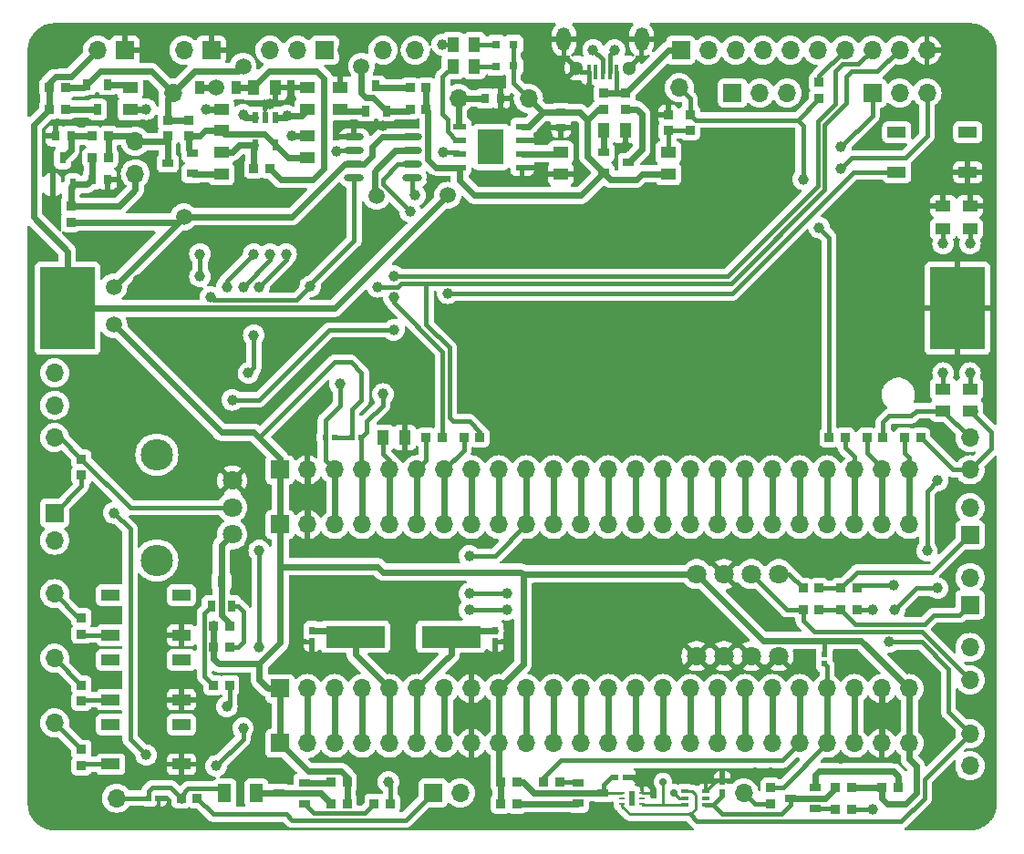
<source format=gbr>
%TF.GenerationSoftware,KiCad,Pcbnew,7.0.1-3b83917a11~172~ubuntu22.04.1*%
%TF.CreationDate,2023-04-04T04:15:16+02:00*%
%TF.ProjectId,EEE3088F_CKR,45454533-3038-4384-965f-434b522e6b69,0.2*%
%TF.SameCoordinates,Original*%
%TF.FileFunction,Copper,L1,Top*%
%TF.FilePolarity,Positive*%
%FSLAX46Y46*%
G04 Gerber Fmt 4.6, Leading zero omitted, Abs format (unit mm)*
G04 Created by KiCad (PCBNEW 7.0.1-3b83917a11~172~ubuntu22.04.1) date 2023-04-04 04:15:16*
%MOMM*%
%LPD*%
G01*
G04 APERTURE LIST*
%TA.AperFunction,ComponentPad*%
%ADD10R,1.700000X1.700000*%
%TD*%
%TA.AperFunction,ComponentPad*%
%ADD11O,1.700000X1.700000*%
%TD*%
%TA.AperFunction,SMDPad,CuDef*%
%ADD12R,0.540005X0.565659*%
%TD*%
%TA.AperFunction,SMDPad,CuDef*%
%ADD13R,0.806477X0.864008*%
%TD*%
%TA.AperFunction,SMDPad,CuDef*%
%ADD14R,1.377013X1.132537*%
%TD*%
%TA.AperFunction,SMDPad,CuDef*%
%ADD15R,1.132537X1.377013*%
%TD*%
%TA.AperFunction,SMDPad,CuDef*%
%ADD16R,1.399543X1.000000*%
%TD*%
%TA.AperFunction,SMDPad,CuDef*%
%ADD17R,0.565659X0.540005*%
%TD*%
%TA.AperFunction,SMDPad,CuDef*%
%ADD18R,0.950013X1.150013*%
%TD*%
%TA.AperFunction,ComponentPad*%
%ADD19C,1.800000*%
%TD*%
%TA.AperFunction,ComponentPad*%
%ADD20O,3.000000X2.900000*%
%TD*%
%TA.AperFunction,SMDPad,CuDef*%
%ADD21R,0.780010X0.350013*%
%TD*%
%TA.AperFunction,SMDPad,CuDef*%
%ADD22R,0.864008X0.806477*%
%TD*%
%TA.AperFunction,SMDPad,CuDef*%
%ADD23R,0.800000X0.800000*%
%TD*%
%TA.AperFunction,SMDPad,CuDef*%
%ADD24R,1.700000X1.000000*%
%TD*%
%TA.AperFunction,SMDPad,CuDef*%
%ADD25R,1.200000X0.600000*%
%TD*%
%TA.AperFunction,SMDPad,CuDef*%
%ADD26R,2.400000X3.300000*%
%TD*%
%TA.AperFunction,SMDPad,CuDef*%
%ADD27R,0.800000X1.000000*%
%TD*%
%TA.AperFunction,SMDPad,CuDef*%
%ADD28R,0.584989X0.280010*%
%TD*%
%TA.AperFunction,SMDPad,CuDef*%
%ADD29R,0.559995X1.370003*%
%TD*%
%TA.AperFunction,SMDPad,CuDef*%
%ADD30R,0.800000X0.900000*%
%TD*%
%TA.AperFunction,SMDPad,CuDef*%
%ADD31R,0.540005X0.790094*%
%TD*%
%TA.AperFunction,SMDPad,CuDef*%
%ADD32R,1.000000X0.800000*%
%TD*%
%TA.AperFunction,SMDPad,CuDef*%
%ADD33R,1.207518X1.701016*%
%TD*%
%TA.AperFunction,SMDPad,CuDef*%
%ADD34R,5.500000X2.000000*%
%TD*%
%TA.AperFunction,SMDPad,CuDef*%
%ADD35R,5.080010X7.620015*%
%TD*%
%TA.AperFunction,SMDPad,CuDef*%
%ADD36R,0.400000X1.400000*%
%TD*%
%TA.AperFunction,ComponentPad*%
%ADD37C,1.300000*%
%TD*%
%TA.AperFunction,ComponentPad*%
%ADD38O,1.300000X2.200000*%
%TD*%
%TA.AperFunction,SMDPad,CuDef*%
%ADD39R,0.900000X0.800000*%
%TD*%
%TA.AperFunction,SMDPad,CuDef*%
%ADD40R,0.790094X0.540005*%
%TD*%
%TA.AperFunction,SMDPad,CuDef*%
%ADD41R,0.600000X1.000000*%
%TD*%
%TA.AperFunction,SMDPad,CuDef*%
%ADD42O,1.864999X0.629997*%
%TD*%
%TA.AperFunction,SMDPad,CuDef*%
%ADD43R,0.600000X1.070003*%
%TD*%
%TA.AperFunction,ViaPad*%
%ADD44C,3.600000*%
%TD*%
%TA.AperFunction,ViaPad*%
%ADD45C,1.500000*%
%TD*%
%TA.AperFunction,ViaPad*%
%ADD46C,1.000000*%
%TD*%
%TA.AperFunction,ViaPad*%
%ADD47C,0.700000*%
%TD*%
%TA.AperFunction,Conductor*%
%ADD48C,0.250000*%
%TD*%
%TA.AperFunction,Conductor*%
%ADD49C,0.400000*%
%TD*%
%TA.AperFunction,Conductor*%
%ADD50C,0.600000*%
%TD*%
G04 APERTURE END LIST*
D10*
%TO.P,J3,1,_VBAT*%
%TO.N,+3V3*%
X128440000Y-86820000D03*
D11*
%TO.P,J3,2,_PC13*%
%TO.N,/Microcontroller/uc2*%
X130980000Y-86820000D03*
%TO.P,J3,3,_PC14*%
%TO.N,/Microcontroller/uc3*%
X133520000Y-86820000D03*
%TO.P,J3,4,_PC15*%
%TO.N,/Microcontroller/uc4*%
X136060000Y-86820000D03*
%TO.P,J3,5,_PF0*%
%TO.N,/Microcontroller/OSC_IN*%
X138600000Y-86820000D03*
%TO.P,J3,6,_PF1*%
%TO.N,/Microcontroller/OSC_OUT*%
X141140000Y-86820000D03*
%TO.P,J3,7,_NSRT*%
%TO.N,/Microcontroller/NSRT*%
X143680000Y-86820000D03*
%TO.P,J3,8,_VSSA*%
%TO.N,GND*%
X146220000Y-86820000D03*
%TO.P,J3,9,_VDDA*%
%TO.N,+3V3*%
X148760000Y-86820000D03*
%TO.P,J3,10,_PA0*%
%TO.N,/Microcontroller/uc10*%
X151300000Y-86820000D03*
%TO.P,J3,11,_PA1*%
%TO.N,/Microcontroller/uc11*%
X153840000Y-86820000D03*
%TO.P,J3,12,_PA2*%
%TO.N,/Microcontroller/uc12*%
X156380000Y-86820000D03*
%TO.P,J3,13,_PA3*%
%TO.N,/Microcontroller/uc13*%
X158920000Y-86820000D03*
%TO.P,J3,14,_PA4*%
%TO.N,/Microcontroller/uc14*%
X161460000Y-86820000D03*
%TO.P,J3,15,_PA5*%
%TO.N,/Microcontroller/uc15*%
X164000000Y-86820000D03*
%TO.P,J3,16,_PA6*%
%TO.N,/Microcontroller/uc16*%
X166540000Y-86820000D03*
%TO.P,J3,17,_PA7*%
%TO.N,/Microcontroller/uc17*%
X169080000Y-86820000D03*
%TO.P,J3,18,_PB0*%
%TO.N,/Microcontroller/THM_uc*%
X171620000Y-86820000D03*
%TO.P,J3,19,_PB1*%
%TO.N,/Microcontroller/POT_uc*%
X174160000Y-86820000D03*
%TO.P,J3,20,_PB2*%
%TO.N,/Microcontroller/TeHu_P*%
X176700000Y-86820000D03*
%TO.P,J3,21,_PB10*%
%TO.N,/Microcontroller/INT*%
X179240000Y-86820000D03*
%TO.P,J3,22,_PB11*%
%TO.N,/Microcontroller/Lght_P*%
X181780000Y-86820000D03*
%TO.P,J3,23,_VSS*%
%TO.N,GND*%
X184320000Y-86820000D03*
%TO.P,J3,24,_VDD*%
%TO.N,+3V3*%
X186860000Y-86820000D03*
%TO.P,J3,25,PB12_*%
%TO.N,/Microcontroller/LED2*%
X186860000Y-71580000D03*
%TO.P,J3,26,PB13_*%
%TO.N,/Microcontroller/LED1*%
X184320000Y-71580000D03*
%TO.P,J3,27,PB14_*%
%TO.N,/Microcontroller/Plg_Dtct*%
X181780000Y-71580000D03*
%TO.P,J3,28,PB15_*%
%TO.N,/Microcontroller/SW3*%
X179240000Y-71580000D03*
%TO.P,J3,29,PA8_*%
%TO.N,/Microcontroller/uc29*%
X176700000Y-71580000D03*
%TO.P,J3,30,PA9_*%
%TO.N,/Microcontroller/uc30*%
X174160000Y-71580000D03*
%TO.P,J3,31,PA10_*%
%TO.N,/Microcontroller/uc31*%
X171620000Y-71580000D03*
%TO.P,J3,32,PA11_*%
%TO.N,/Microcontroller/uc32*%
X169080000Y-71580000D03*
%TO.P,J3,33,PA12_*%
%TO.N,/Microcontroller/uc33*%
X166540000Y-71580000D03*
%TO.P,J3,34,PA13_*%
%TO.N,/Microcontroller/SWDIO*%
X164000000Y-71580000D03*
%TO.P,J3,35,PA6_*%
%TO.N,/Microcontroller/uc35*%
X161460000Y-71580000D03*
%TO.P,J3,36,PF7_*%
%TO.N,/Microcontroller/uc36*%
X158920000Y-71580000D03*
%TO.P,J3,37,PA14_*%
%TO.N,/Microcontroller/SWCLK*%
X156380000Y-71580000D03*
%TO.P,J3,38,PA15_*%
%TO.N,/Microcontroller/SW2*%
X153840000Y-71580000D03*
%TO.P,J3,39,PB3_*%
%TO.N,/Microcontroller/SW1*%
X151300000Y-71580000D03*
%TO.P,J3,40,PB4_*%
%TO.N,/Microcontroller/THM_P*%
X148760000Y-71580000D03*
%TO.P,J3,41,PB5_*%
%TO.N,/Microcontroller/POT_P*%
X146220000Y-71580000D03*
%TO.P,J3,42,PB6_*%
%TO.N,/Microcontroller/Tx_uc*%
X143680000Y-71580000D03*
%TO.P,J3,43,PB7_*%
%TO.N,/Microcontroller/Rx_uc*%
X141140000Y-71580000D03*
%TO.P,J3,44,BOOT0_*%
%TO.N,/Microcontroller/BOOT0*%
X138600000Y-71580000D03*
%TO.P,J3,45,PB8_*%
%TO.N,/Microcontroller/SCL_uc*%
X136060000Y-71580000D03*
%TO.P,J3,46,PB9_*%
%TO.N,/Microcontroller/SDA_uc*%
X133520000Y-71580000D03*
%TO.P,J3,47,VSS_*%
%TO.N,GND*%
X130980000Y-71580000D03*
D10*
%TO.P,J3,48,VDD_*%
%TO.N,+3V3*%
X128440000Y-71580000D03*
%TD*%
D12*
%TO.P,R52,1*%
%TO.N,/Microcontroller/INT*%
X179000000Y-84500000D03*
%TO.P,R52,2*%
%TO.N,+3V3*%
X179000000Y-83634366D03*
%TD*%
D13*
%TO.P,R31,1*%
%TO.N,Net-(Q7-S)*%
X150420000Y-97500000D03*
%TO.P,R31,2*%
%TO.N,+3V3*%
X148913268Y-97500000D03*
%TD*%
%TO.P,R45,1*%
%TO.N,/Microcontroller/Potentiometer_powerenable*%
X122246634Y-86500000D03*
%TO.P,R45,2*%
%TO.N,/Microcontroller/POT_P*%
X123753366Y-86500000D03*
%TD*%
D11*
%TO.P,TP5,1,1*%
%TO.N,/Power/polarity protected battery voltage*%
X118500000Y-31500000D03*
%TD*%
D14*
%TO.P,R39,1*%
%TO.N,Net-(R34-Pad2)*%
X192500000Y-61000000D03*
%TO.P,R39,2*%
%TO.N,Net-(D5-A)*%
X192500000Y-59000000D03*
%TD*%
%TO.P,R6,1*%
%TO.N,Net-(U1-+)*%
X131000000Y-33000000D03*
%TO.P,R6,2*%
%TO.N,GND*%
X131000000Y-31000000D03*
%TD*%
D11*
%TO.P,TP14,1,1*%
%TO.N,/Microcontroller/SW2*%
X107500000Y-84000000D03*
%TD*%
D13*
%TO.P,R40,1*%
%TO.N,/Sensors/Light_SCL*%
X182006732Y-79500000D03*
%TO.P,R40,2*%
%TO.N,/Microcontroller/SCL*%
X180500000Y-79500000D03*
%TD*%
D11*
%TO.P,TP13,1,1*%
%TO.N,/Microcontroller/SW1*%
X107500000Y-78000000D03*
%TD*%
D15*
%TO.P,R11,1*%
%TO.N,Net-(U2-CHRG)*%
X144500000Y-27000000D03*
%TO.P,R11,2*%
%TO.N,Net-(D3-K)*%
X146500000Y-27000000D03*
%TD*%
D16*
%TO.P,D5,1,K*%
%TO.N,GND*%
X192500000Y-42000000D03*
%TO.P,D5,2,A*%
%TO.N,Net-(D5-A)*%
X192500000Y-44100584D03*
%TD*%
D11*
%TO.P,TP15,1,1*%
%TO.N,/Microcontroller/SW3*%
X107500000Y-90000000D03*
%TD*%
D17*
%TO.P,R50,1*%
%TO.N,/Microcontroller/SCL_uc*%
X136000000Y-63500000D03*
%TO.P,R50,2*%
%TO.N,+3V3*%
X135134366Y-63500000D03*
%TD*%
D14*
%TO.P,R59,1*%
%TO.N,/Power/Plug_Detect_5V*%
X164500000Y-39000000D03*
%TO.P,R59,2*%
%TO.N,Net-(R59-Pad2)*%
X164500000Y-37000000D03*
%TD*%
D13*
%TO.P,R18,1*%
%TO.N,Net-(U4-VI)*%
X110993268Y-35500000D03*
%TO.P,R18,2*%
%TO.N,/Power/3.3V UVLO{slash}polarity protector*%
X112500000Y-35500000D03*
%TD*%
D11*
%TO.P,TP21,1,1*%
%TO.N,Net-(U8-D-)*%
X138000000Y-27500000D03*
%TD*%
D13*
%TO.P,R48,1*%
%TO.N,/Microcontroller/TemperatureHumidity_powerenable*%
X154420000Y-95500000D03*
%TO.P,R48,2*%
%TO.N,/Microcontroller/TeHu_P*%
X152913268Y-95500000D03*
%TD*%
D11*
%TO.P,TP7,1,1*%
%TO.N,/Sensors/Light_SDA*%
X192500000Y-94000000D03*
%TD*%
D10*
%TO.P,J1,1,Pin_1*%
%TO.N,GND*%
X114040000Y-27500000D03*
D11*
%TO.P,J1,2,Pin_2*%
%TO.N,Net-(J1-Pin_2)*%
X111500000Y-27500000D03*
%TD*%
D18*
%TO.P,D1,1*%
%TO.N,Net-(U1--)*%
X121000000Y-31000000D03*
%TO.P,D1,2,2*%
%TO.N,Net-(D1-Pad2)*%
X124384810Y-31000000D03*
%TD*%
D19*
%TO.P,RV1,1,1*%
%TO.N,Net-(Q5-D)*%
X124000000Y-72500127D03*
%TO.P,RV1,2,2*%
%TO.N,/Microcontroller/Potentiometer_signal*%
X124000000Y-70000000D03*
%TO.P,RV1,3,3*%
%TO.N,GND*%
X124000000Y-67500127D03*
D20*
%TO.P,RV1,4*%
%TO.N,N/C*%
X117000000Y-74899924D03*
%TO.P,RV1,5*%
X117000000Y-65100076D03*
%TD*%
D11*
%TO.P,TP1,1,1*%
%TO.N,/Power/Plug_Detect_5V*%
X151500000Y-32000000D03*
%TD*%
D13*
%TO.P,R27,1*%
%TO.N,Net-(Q6-S)*%
X133166634Y-95500000D03*
%TO.P,R27,2*%
%TO.N,+3V3*%
X134673366Y-95500000D03*
%TD*%
D21*
%TO.P,U6,1,VDD*%
%TO.N,Net-(Q8-D)*%
X168000000Y-97649987D03*
%TO.P,U6,2,NC*%
%TO.N,unconnected-(U6-NC-Pad2)*%
X168000000Y-97000000D03*
%TO.P,U6,3,GND*%
%TO.N,GND*%
X168000000Y-96350013D03*
%TO.P,U6,4,SCL*%
%TO.N,/Sensors/Light_SCL*%
X166020016Y-96350013D03*
%TO.P,U6,5,INT*%
%TO.N,/Sensors/Light_interrupt*%
X166020016Y-97000000D03*
%TO.P,U6,6,SDA*%
%TO.N,/Sensors/Light_SDA*%
X166020016Y-97649987D03*
%TD*%
D22*
%TO.P,R37,1*%
%TO.N,Net-(R37-Pad1)*%
X110000000Y-94000000D03*
%TO.P,R37,2*%
%TO.N,/Microcontroller/SW3*%
X110000000Y-92493268D03*
%TD*%
D10*
%TO.P,JP4,1,A*%
%TO.N,/Microcontroller/SDA*%
X192500000Y-72540000D03*
D11*
%TO.P,JP4,2,B*%
%TO.N,/Microcontroller/SDA_uc*%
X192500000Y-70000000D03*
%TD*%
D13*
%TO.P,R46,1*%
%TO.N,/Microcontroller/Thermistor_powerenable*%
X137166634Y-97500000D03*
%TO.P,R46,2*%
%TO.N,/Microcontroller/THM_P*%
X138673366Y-97500000D03*
%TD*%
%TO.P,R32,1*%
%TO.N,Net-(Q8-S)*%
X185849987Y-96000000D03*
%TO.P,R32,2*%
%TO.N,+3V3*%
X184343255Y-96000000D03*
%TD*%
D23*
%TO.P,D2,1,K*%
%TO.N,Net-(D2-K)*%
X148500000Y-29000000D03*
%TO.P,D2,2,A*%
%TO.N,/Power/Plug_Detect_5V*%
X150098934Y-28993142D03*
%TD*%
D22*
%TO.P,R2,1*%
%TO.N,/Power/Plug_Detect_5V*%
X158500000Y-33000000D03*
%TO.P,R2,2*%
%TO.N,+5V*%
X158500000Y-31493268D03*
%TD*%
D24*
%TO.P,SW1,1,1*%
%TO.N,GND*%
X192299975Y-38850191D03*
%TO.P,SW1,2,2*%
%TO.N,/Microcontroller/NSRT*%
X185700025Y-38850216D03*
%TO.P,SW1,3*%
%TO.N,N/C*%
X192299975Y-35149784D03*
%TO.P,SW1,4*%
X185700025Y-35149809D03*
%TD*%
D25*
%TO.P,U2,1,TEMP*%
%TO.N,GND*%
X150908306Y-38405004D03*
%TO.P,U2,2,PROG*%
%TO.N,Net-(U2-PROG)*%
X150908306Y-37135001D03*
%TO.P,U2,3,GND*%
%TO.N,GND*%
X150908306Y-35864999D03*
%TO.P,U2,4,Vcc*%
%TO.N,/Power/Plug_Detect_5V*%
X150908306Y-34594996D03*
%TO.P,U2,5,BAT*%
%TO.N,Net-(J1-Pin_2)*%
X145091694Y-34594996D03*
%TO.P,U2,6,STDBY#*%
%TO.N,Net-(U2-STDBY#)*%
X145091694Y-35864999D03*
%TO.P,U2,7,CHRG*%
%TO.N,Net-(U2-CHRG)*%
X145091694Y-37135001D03*
%TO.P,U2,8,CE*%
%TO.N,/Power/Plug_Detect_5V*%
X145091694Y-38405004D03*
D26*
%TO.P,U2,9*%
%TO.N,N/C*%
X148000000Y-36500000D03*
%TD*%
D13*
%TO.P,R16,1*%
%TO.N,/Power/polarity protected battery voltage*%
X108506732Y-31000000D03*
%TO.P,R16,2*%
%TO.N,Net-(J1-Pin_2)*%
X107000000Y-31000000D03*
%TD*%
D11*
%TO.P,TP20,1,1*%
%TO.N,Net-(U7-SDA)*%
X192500000Y-83000000D03*
%TD*%
D13*
%TO.P,R56,1*%
%TO.N,Net-(U7-SDA)*%
X177000000Y-77500000D03*
%TO.P,R56,2*%
%TO.N,/Microcontroller/SDA*%
X178506732Y-77500000D03*
%TD*%
D10*
%TO.P,JP3,1,A*%
%TO.N,/Microcontroller/SCL*%
X192500000Y-79040000D03*
D11*
%TO.P,JP3,2,B*%
%TO.N,/Microcontroller/SCL_uc*%
X192500000Y-76500000D03*
%TD*%
D13*
%TO.P,R30,1*%
%TO.N,Net-(Q8-D)*%
X179993268Y-96000000D03*
%TO.P,R30,2*%
%TO.N,+3V3*%
X181500000Y-96000000D03*
%TD*%
%TO.P,R55,1*%
%TO.N,/Microcontroller/Plug_Detect*%
X179413268Y-63500000D03*
%TO.P,R55,2*%
%TO.N,/Microcontroller/Plg_Dtct*%
X180920000Y-63500000D03*
%TD*%
%TO.P,R53,1*%
%TO.N,/Microcontroller/Tx_uc*%
X145493268Y-63500000D03*
%TO.P,R53,2*%
%TO.N,/Microcontroller/Tx*%
X147000000Y-63500000D03*
%TD*%
%TO.P,R43,1*%
%TO.N,/Microcontroller/Thermistor_signal*%
X119246634Y-97000000D03*
%TO.P,R43,2*%
%TO.N,/Microcontroller/THM*%
X120753366Y-97000000D03*
%TD*%
D27*
%TO.P,Q4,1,G*%
%TO.N,Net-(Q4-G)*%
X136406706Y-33149962D03*
%TO.P,Q4,2,S*%
%TO.N,/Power/polarity protected battery voltage*%
X138306732Y-33149962D03*
%TO.P,Q4,3,D*%
%TO.N,Net-(Q4-D)*%
X137356770Y-30849936D03*
%TD*%
D13*
%TO.P,R41,1*%
%TO.N,/Sensors/Light_SDA*%
X182006732Y-77500000D03*
%TO.P,R41,2*%
%TO.N,/Microcontroller/SDA*%
X180500000Y-77500000D03*
%TD*%
D22*
%TO.P,R1,1*%
%TO.N,Net-(Q1-D)*%
X160500000Y-33006732D03*
%TO.P,R1,2*%
%TO.N,+5V*%
X160500000Y-31500000D03*
%TD*%
D15*
%TO.P,R9,1*%
%TO.N,Net-(D2-K)*%
X146500000Y-29000000D03*
%TO.P,R9,2*%
%TO.N,Net-(U2-STDBY#)*%
X144500000Y-29000000D03*
%TD*%
D13*
%TO.P,R34,1*%
%TO.N,/Microcontroller/LED2*%
X186413268Y-63500000D03*
%TO.P,R34,2*%
%TO.N,Net-(R34-Pad2)*%
X187920000Y-63500000D03*
%TD*%
D11*
%TO.P,TP8,1,1*%
%TO.N,/Sensors/Light_SCL*%
X192500000Y-91000000D03*
%TD*%
D13*
%TO.P,R13,1*%
%TO.N,Net-(R12-Pad2)*%
X126000000Y-38500000D03*
%TO.P,R13,2*%
%TO.N,Net-(D1-Pad2)*%
X127506732Y-38500000D03*
%TD*%
D11*
%TO.P,TP6,1,1*%
%TO.N,/Microcontroller/Potentiometer_signal*%
X107500000Y-63500000D03*
%TD*%
D14*
%TO.P,R5,1*%
%TO.N,Net-(Q2-S)*%
X123000000Y-35000000D03*
%TO.P,R5,2*%
%TO.N,Net-(U1-+)*%
X123000000Y-33000000D03*
%TD*%
D13*
%TO.P,R24,1*%
%TO.N,Net-(Q5-D)*%
X123753366Y-81000000D03*
%TO.P,R24,2*%
%TO.N,+3V3*%
X122246634Y-81000000D03*
%TD*%
%TO.P,R19,1*%
%TO.N,Net-(U4-VO)*%
X110993268Y-37500000D03*
%TO.P,R19,2*%
%TO.N,/Power/3.3V UVLO{slash}polarity protector*%
X112500000Y-37500000D03*
%TD*%
D27*
%TO.P,Q5,1,G*%
%TO.N,/Microcontroller/Potentiometer_powerenable*%
X122049987Y-79150013D03*
%TO.P,Q5,2,S*%
%TO.N,Net-(Q5-S)*%
X123950013Y-79150013D03*
%TO.P,Q5,3,D*%
%TO.N,Net-(Q5-D)*%
X123000051Y-76849987D03*
%TD*%
D28*
%TO.P,U5,1,VDD*%
%TO.N,Net-(Q7-D)*%
X160202524Y-96549936D03*
%TO.P,U5,2,NC*%
%TO.N,unconnected-(U5-NC-Pad2)*%
X160202524Y-97049809D03*
%TO.P,U5,3,SCL*%
%TO.N,/Sensors/Light_SCL*%
X160202524Y-97549936D03*
%TO.P,U5,4,SDA*%
%TO.N,/Sensors/Light_SDA*%
X162037424Y-97549936D03*
%TO.P,U5,5,NC*%
%TO.N,unconnected-(U5-NC-Pad5)*%
X162037424Y-97049809D03*
%TO.P,U5,6,GND*%
%TO.N,GND*%
X162037424Y-96549936D03*
D29*
%TO.P,U5,7*%
%TO.N,N/C*%
X161119974Y-97049809D03*
%TD*%
D24*
%TO.P,SW4,1,1*%
%TO.N,GND*%
X119299975Y-93850191D03*
%TO.P,SW4,2,2*%
%TO.N,Net-(R37-Pad1)*%
X112700025Y-93850216D03*
%TO.P,SW4,3*%
%TO.N,N/C*%
X119299975Y-90149784D03*
%TO.P,SW4,4*%
X112700025Y-90149809D03*
%TD*%
D13*
%TO.P,R54,1*%
%TO.N,/Microcontroller/Rx_uc*%
X141993268Y-63500000D03*
%TO.P,R54,2*%
%TO.N,/Microcontroller/Rx*%
X143500000Y-63500000D03*
%TD*%
D17*
%TO.P,TH1,1*%
%TO.N,/Microcontroller/Thermistor_signal*%
X116253366Y-97000000D03*
%TO.P,TH1,2*%
%TO.N,GND*%
X117119000Y-97000000D03*
%TD*%
D30*
%TO.P,C2,1*%
%TO.N,Net-(J1-Pin_2)*%
X147500000Y-32000000D03*
%TO.P,C2,2*%
%TO.N,GND*%
X148900050Y-32000000D03*
%TD*%
D11*
%TO.P,TP10,1,1*%
%TO.N,/Sensors/Light_interrupt*%
X171500000Y-96500000D03*
%TD*%
D22*
%TO.P,R58,1*%
%TO.N,Net-(J6-Pin_7)*%
X178500000Y-30493268D03*
%TO.P,R58,2*%
%TO.N,/Microcontroller/Plug_Detect*%
X178500000Y-32000000D03*
%TD*%
D17*
%TO.P,R51,1*%
%TO.N,/Microcontroller/SDA_uc*%
X132634366Y-63500000D03*
%TO.P,R51,2*%
%TO.N,+3V3*%
X133500000Y-63500000D03*
%TD*%
D22*
%TO.P,R4,1*%
%TO.N,Net-(Q2-S)*%
X120000000Y-35506732D03*
%TO.P,R4,2*%
%TO.N,/Power/polarity protected battery voltage*%
X120000000Y-34000000D03*
%TD*%
D31*
%TO.P,C8,1*%
%TO.N,/Microcontroller/OSC_IN*%
X131420000Y-81409830D03*
%TO.P,C8,2*%
%TO.N,GND*%
X131420000Y-82500000D03*
%TD*%
D11*
%TO.P,TP4,1,1*%
%TO.N,Net-(U4-VO)*%
X115000000Y-39000000D03*
%TD*%
D15*
%TO.P,R8,1*%
%TO.N,Net-(D1-Pad2)*%
X126000000Y-31000000D03*
%TO.P,R8,2*%
%TO.N,GND*%
X128000000Y-31000000D03*
%TD*%
D22*
%TO.P,R60,1*%
%TO.N,Net-(R59-Pad2)*%
X164500000Y-35000000D03*
%TO.P,R60,2*%
%TO.N,GND*%
X164500000Y-33493268D03*
%TD*%
D32*
%TO.P,Q1,1,G*%
%TO.N,Net-(Q1-G)*%
X158500000Y-37000000D03*
%TO.P,Q1,2,S*%
%TO.N,/Power/Plug_Detect_5V*%
X158500000Y-38900026D03*
%TO.P,Q1,3,D*%
%TO.N,Net-(Q1-D)*%
X160800026Y-37950064D03*
%TD*%
D33*
%TO.P,R28,1*%
%TO.N,/Microcontroller/Thermistor_signal*%
X123295784Y-96500000D03*
%TO.P,R28,2*%
%TO.N,Net-(Q6-D)*%
X126253366Y-96500000D03*
%TD*%
D10*
%TO.P,JP2,1,A*%
%TO.N,/Microcontroller/POT*%
X107500000Y-70500000D03*
D11*
%TO.P,JP2,2,B*%
%TO.N,/Microcontroller/POT_uc*%
X107500000Y-73040000D03*
%TD*%
D13*
%TO.P,R47,1*%
%TO.N,/Microcontroller/Light_powerenable*%
X180000000Y-98000000D03*
%TO.P,R47,2*%
%TO.N,/Microcontroller/Lght_P*%
X181506732Y-98000000D03*
%TD*%
D22*
%TO.P,R36,1*%
%TO.N,Net-(R36-Pad1)*%
X110000000Y-88000000D03*
%TO.P,R36,2*%
%TO.N,/Microcontroller/SW2*%
X110000000Y-86493268D03*
%TD*%
D10*
%TO.P,J5,1,Pin_1*%
%TO.N,/Microcontroller/NSRT*%
X132580000Y-27500000D03*
D11*
%TO.P,J5,2,Pin_2*%
%TO.N,/Microcontroller/SWDIO*%
X130040000Y-27500000D03*
%TO.P,J5,3,Pin_3*%
%TO.N,/Microcontroller/SWCLK*%
X127500000Y-27500000D03*
%TD*%
D13*
%TO.P,R25,1*%
%TO.N,Net-(Q6-D)*%
X133166634Y-97500000D03*
%TO.P,R25,2*%
%TO.N,+3V3*%
X134673366Y-97500000D03*
%TD*%
D10*
%TO.P,JP6,1,A*%
%TO.N,/Microcontroller/POT_uc*%
X183420000Y-31500000D03*
D11*
%TO.P,JP6,2,C*%
%TO.N,/USB/Secondary_Analogue_Data_Read*%
X185960000Y-31500000D03*
%TO.P,JP6,3,B*%
%TO.N,/Microcontroller/THM_uc*%
X188500000Y-31500000D03*
%TD*%
D10*
%TO.P,J4,1,_VBAT*%
%TO.N,+3V3*%
X128440000Y-91900000D03*
D11*
%TO.P,J4,2,_PC13*%
%TO.N,/Microcontroller/uc2*%
X130980000Y-91900000D03*
%TO.P,J4,3,_PC14*%
%TO.N,/Microcontroller/uc3*%
X133520000Y-91900000D03*
%TO.P,J4,4,_PC15*%
%TO.N,/Microcontroller/uc4*%
X136060000Y-91900000D03*
%TO.P,J4,5,_PF0*%
%TO.N,/Microcontroller/OSC_IN*%
X138600000Y-91900000D03*
%TO.P,J4,6,_PF1*%
%TO.N,/Microcontroller/OSC_OUT*%
X141140000Y-91900000D03*
%TO.P,J4,7,_NSRT*%
%TO.N,/Microcontroller/NSRT*%
X143680000Y-91900000D03*
%TO.P,J4,8,_VSSA*%
%TO.N,GND*%
X146220000Y-91900000D03*
%TO.P,J4,9,_VDDA*%
%TO.N,+3V3*%
X148760000Y-91900000D03*
%TO.P,J4,10,_PA0*%
%TO.N,/Microcontroller/uc10*%
X151300000Y-91900000D03*
%TO.P,J4,11,_PA1*%
%TO.N,/Microcontroller/uc11*%
X153840000Y-91900000D03*
%TO.P,J4,12,_PA2*%
%TO.N,/Microcontroller/uc12*%
X156380000Y-91900000D03*
%TO.P,J4,13,_PA3*%
%TO.N,/Microcontroller/uc13*%
X158920000Y-91900000D03*
%TO.P,J4,14,_PA4*%
%TO.N,/Microcontroller/uc14*%
X161460000Y-91900000D03*
%TO.P,J4,15,_PA5*%
%TO.N,/Microcontroller/uc15*%
X164000000Y-91900000D03*
%TO.P,J4,16,_PA6*%
%TO.N,/Microcontroller/uc16*%
X166540000Y-91900000D03*
%TO.P,J4,17,_PA7*%
%TO.N,/Microcontroller/uc17*%
X169080000Y-91900000D03*
%TO.P,J4,18,_PB0*%
%TO.N,/Microcontroller/THM_uc*%
X171620000Y-91900000D03*
%TO.P,J4,19,_PB1*%
%TO.N,/Microcontroller/POT_uc*%
X174160000Y-91900000D03*
%TO.P,J4,20,_PB2*%
%TO.N,/Microcontroller/TeHu_P*%
X176700000Y-91900000D03*
%TO.P,J4,21,_PB10*%
%TO.N,/Microcontroller/INT*%
X179240000Y-91900000D03*
%TO.P,J4,22,_PB11*%
%TO.N,/Microcontroller/Lght_P*%
X181780000Y-91900000D03*
%TO.P,J4,23,_VSS*%
%TO.N,GND*%
X184320000Y-91900000D03*
%TO.P,J4,24,_VDD*%
%TO.N,+3V3*%
X186860000Y-91900000D03*
%TO.P,J4,25,PB12_*%
%TO.N,/Microcontroller/LED2*%
X186860000Y-66500000D03*
%TO.P,J4,26,PB13_*%
%TO.N,/Microcontroller/LED1*%
X184320000Y-66500000D03*
%TO.P,J4,27,PB14_*%
%TO.N,/Microcontroller/Plg_Dtct*%
X181780000Y-66500000D03*
%TO.P,J4,28,PB15_*%
%TO.N,/Microcontroller/SW3*%
X179240000Y-66500000D03*
%TO.P,J4,29,PA8_*%
%TO.N,/Microcontroller/uc29*%
X176700000Y-66500000D03*
%TO.P,J4,30,PA9_*%
%TO.N,/Microcontroller/uc30*%
X174160000Y-66500000D03*
%TO.P,J4,31,PA10_*%
%TO.N,/Microcontroller/uc31*%
X171620000Y-66500000D03*
%TO.P,J4,32,PA11_*%
%TO.N,/Microcontroller/uc32*%
X169080000Y-66500000D03*
%TO.P,J4,33,PA12_*%
%TO.N,/Microcontroller/uc33*%
X166540000Y-66500000D03*
%TO.P,J4,34,PA13_*%
%TO.N,/Microcontroller/SWDIO*%
X164000000Y-66500000D03*
%TO.P,J4,35,PA6_*%
%TO.N,/Microcontroller/uc35*%
X161460000Y-66500000D03*
%TO.P,J4,36,PF7_*%
%TO.N,/Microcontroller/uc36*%
X158920000Y-66500000D03*
%TO.P,J4,37,PA14_*%
%TO.N,/Microcontroller/SWCLK*%
X156380000Y-66500000D03*
%TO.P,J4,38,PA15_*%
%TO.N,/Microcontroller/SW2*%
X153840000Y-66500000D03*
%TO.P,J4,39,PB3_*%
%TO.N,/Microcontroller/SW1*%
X151300000Y-66500000D03*
%TO.P,J4,40,PB4_*%
%TO.N,/Microcontroller/THM_P*%
X148760000Y-66500000D03*
%TO.P,J4,41,PB5_*%
%TO.N,/Microcontroller/POT_P*%
X146220000Y-66500000D03*
%TO.P,J4,42,PB6_*%
%TO.N,/Microcontroller/Tx_uc*%
X143680000Y-66500000D03*
%TO.P,J4,43,PB7_*%
%TO.N,/Microcontroller/Rx_uc*%
X141140000Y-66500000D03*
%TO.P,J4,44,BOOT0_*%
%TO.N,/Microcontroller/BOOT0*%
X138600000Y-66500000D03*
%TO.P,J4,45,PB8_*%
%TO.N,/Microcontroller/SCL_uc*%
X136060000Y-66500000D03*
%TO.P,J4,46,PB9_*%
%TO.N,/Microcontroller/SDA_uc*%
X133520000Y-66500000D03*
%TO.P,J4,47,VSS_*%
%TO.N,GND*%
X130980000Y-66500000D03*
D10*
%TO.P,J4,48,VDD_*%
%TO.N,+3V3*%
X128440000Y-66500000D03*
%TD*%
D11*
%TO.P,TP11,1,1*%
%TO.N,Net-(R33-Pad2)*%
X192500000Y-63500000D03*
%TD*%
D24*
%TO.P,SW2,1,1*%
%TO.N,GND*%
X119299975Y-81850191D03*
%TO.P,SW2,2,2*%
%TO.N,Net-(R35-Pad1)*%
X112700025Y-81850216D03*
%TO.P,SW2,3*%
%TO.N,N/C*%
X119299975Y-78149784D03*
%TO.P,SW2,4*%
X112700025Y-78149809D03*
%TD*%
D13*
%TO.P,R57,1*%
%TO.N,Net-(U7-SCL)*%
X177000000Y-79500000D03*
%TO.P,R57,2*%
%TO.N,/Microcontroller/SCL*%
X178506732Y-79500000D03*
%TD*%
D23*
%TO.P,D3,1,K*%
%TO.N,Net-(D3-K)*%
X148500000Y-27000000D03*
%TO.P,D3,2,A*%
%TO.N,/Power/Plug_Detect_5V*%
X150098934Y-26993142D03*
%TD*%
D31*
%TO.P,C7,1*%
%TO.N,/Microcontroller/OSC_OUT*%
X148420000Y-81409830D03*
%TO.P,C7,2*%
%TO.N,GND*%
X148420000Y-82500000D03*
%TD*%
D13*
%TO.P,R33,1*%
%TO.N,/Microcontroller/LED1*%
X182913268Y-63500000D03*
%TO.P,R33,2*%
%TO.N,Net-(R33-Pad2)*%
X184420000Y-63500000D03*
%TD*%
D15*
%TO.P,R3,1*%
%TO.N,Net-(Q1-G)*%
X158500000Y-35000000D03*
%TO.P,R3,2*%
%TO.N,GND*%
X160500000Y-35000000D03*
%TD*%
D22*
%TO.P,R23,1*%
%TO.N,+3V3*%
X109000000Y-43506732D03*
%TO.P,R23,2*%
%TO.N,Net-(U4-VO)*%
X109000000Y-42000000D03*
%TD*%
D14*
%TO.P,R38,1*%
%TO.N,Net-(R33-Pad2)*%
X190000000Y-61000000D03*
%TO.P,R38,2*%
%TO.N,Net-(D4-A)*%
X190000000Y-59000000D03*
%TD*%
D32*
%TO.P,Q6,1,G*%
%TO.N,/Microcontroller/Thermistor_powerenable*%
X130673366Y-97500000D03*
%TO.P,Q6,2,S*%
%TO.N,Net-(Q6-S)*%
X130673366Y-95599974D03*
%TO.P,Q6,3,D*%
%TO.N,Net-(Q6-D)*%
X128373340Y-96549936D03*
%TD*%
D30*
%TO.P,C4,1*%
%TO.N,Net-(U4-VO)*%
X111000000Y-39500000D03*
%TO.P,C4,2*%
%TO.N,GND*%
X112400050Y-39500000D03*
%TD*%
D14*
%TO.P,R7,1*%
%TO.N,Net-(Q2-S)*%
X131000000Y-37500000D03*
%TO.P,R7,2*%
%TO.N,Net-(U1--)*%
X131000000Y-35500000D03*
%TD*%
D34*
%TO.P,Y1,1,1*%
%TO.N,/Microcontroller/OSC_OUT*%
X144320178Y-82000000D03*
%TO.P,Y1,2,2*%
%TO.N,/Microcontroller/OSC_IN*%
X135420000Y-82000000D03*
%TD*%
D11*
%TO.P,TP22,1,1*%
%TO.N,Net-(U8-D+)*%
X141000000Y-27500000D03*
%TD*%
%TO.P,TP16,1,1*%
%TO.N,/Microcontroller/Tx*%
X107500000Y-60500000D03*
%TD*%
D35*
%TO.P,u3,1,+*%
%TO.N,Net-(J1-Pin_2)*%
X108686817Y-51500000D03*
%TO.P,u3,2,-*%
%TO.N,GND*%
X191313183Y-51500000D03*
%TD*%
D13*
%TO.P,R21,1*%
%TO.N,/Power/polarity protected battery voltage*%
X140500000Y-33000000D03*
%TO.P,R21,2*%
%TO.N,/Power/Plug_Detect_5V*%
X142006732Y-33000000D03*
%TD*%
D32*
%TO.P,Q8,1,G*%
%TO.N,/Microcontroller/Light_powerenable*%
X178150013Y-97950064D03*
%TO.P,Q8,2,S*%
%TO.N,Net-(Q8-S)*%
X178150013Y-96050038D03*
%TO.P,Q8,3,D*%
%TO.N,Net-(Q8-D)*%
X175849987Y-97000000D03*
%TD*%
D31*
%TO.P,C6,1*%
%TO.N,Net-(Q8-D)*%
X169500000Y-96500000D03*
%TO.P,C6,2*%
%TO.N,GND*%
X169500000Y-95409830D03*
%TD*%
D32*
%TO.P,Q7,1,G*%
%TO.N,/Microcontroller/TemperatureHumidity_powerenable*%
X156119974Y-95549936D03*
%TO.P,Q7,2,S*%
%TO.N,Net-(Q7-S)*%
X156119974Y-97449962D03*
%TO.P,Q7,3,D*%
%TO.N,Net-(Q7-D)*%
X158420000Y-96500000D03*
%TD*%
D14*
%TO.P,R12,1*%
%TO.N,Net-(Q2-G)*%
X123000000Y-39000000D03*
%TO.P,R12,2*%
%TO.N,Net-(R12-Pad2)*%
X123000000Y-37000000D03*
%TD*%
D24*
%TO.P,SW3,1,1*%
%TO.N,GND*%
X119299975Y-87850191D03*
%TO.P,SW3,2,2*%
%TO.N,Net-(R36-Pad1)*%
X112700025Y-87850216D03*
%TO.P,SW3,3*%
%TO.N,N/C*%
X119299975Y-84149784D03*
%TO.P,SW3,4*%
X112700025Y-84149809D03*
%TD*%
D13*
%TO.P,R15,1*%
%TO.N,Net-(Q3-D)*%
X108506732Y-33000000D03*
%TO.P,R15,2*%
%TO.N,Net-(J1-Pin_2)*%
X107000000Y-33000000D03*
%TD*%
D15*
%TO.P,R49,1*%
%TO.N,GND*%
X140000000Y-63500000D03*
%TO.P,R49,2*%
%TO.N,/Microcontroller/BOOT0*%
X138000000Y-63500000D03*
%TD*%
D36*
%TO.P,U8,1,VBUS*%
%TO.N,+5V*%
X159700026Y-29542672D03*
%TO.P,U8,2,D-*%
%TO.N,Net-(U8-D-)*%
X159050038Y-29542672D03*
%TO.P,U8,3,D+*%
%TO.N,Net-(U8-D+)*%
X158400051Y-29542672D03*
%TO.P,U8,4,ID*%
%TO.N,unconnected-(U8-ID-Pad4)*%
X157750064Y-29542672D03*
%TO.P,U8,5,GND*%
%TO.N,GND*%
X157100076Y-29542672D03*
D37*
%TO.P,U8,6,SH1*%
X155975108Y-29170053D03*
D38*
%TO.P,U8,7,SH2*%
X154800102Y-26500000D03*
%TO.P,U8,8,SH3*%
X162000000Y-26500000D03*
D37*
%TO.P,U8,9,SH4*%
X160824994Y-29170053D03*
%TD*%
D39*
%TO.P,C1,1*%
%TO.N,/Power/Plug_Detect_5V*%
X154500000Y-33299975D03*
%TO.P,C1,2*%
%TO.N,GND*%
X154500000Y-34700025D03*
%TD*%
D11*
%TO.P,TP19,1,1*%
%TO.N,Net-(U7-SCL)*%
X192500000Y-86000000D03*
%TD*%
D40*
%TO.P,C5,1*%
%TO.N,Net-(Q7-D)*%
X159500000Y-95049936D03*
%TO.P,C5,2*%
%TO.N,GND*%
X160590170Y-95049936D03*
%TD*%
D13*
%TO.P,R26,1*%
%TO.N,Net-(Q5-S)*%
X123753366Y-83000000D03*
%TO.P,R26,2*%
%TO.N,+3V3*%
X122246634Y-83000000D03*
%TD*%
D41*
%TO.P,U1,1,+*%
%TO.N,Net-(U1-+)*%
X128000000Y-33749936D03*
%TO.P,U1,2,V-*%
%TO.N,GND*%
X127050038Y-33749936D03*
%TO.P,U1,3,-*%
%TO.N,Net-(U1--)*%
X126100076Y-33749936D03*
%TO.P,U1,4*%
%TO.N,Net-(R12-Pad2)*%
X126100076Y-36350140D03*
%TO.P,U1,5,V+*%
%TO.N,Net-(Q2-S)*%
X128000000Y-36350140D03*
%TD*%
D11*
%TO.P,TP3,1,1*%
%TO.N,Net-(J1-Pin_2)*%
X145000000Y-32000000D03*
%TD*%
D27*
%TO.P,Q3,1,G*%
%TO.N,Net-(Q3-G)*%
X112406758Y-30699974D03*
%TO.P,Q3,2,S*%
%TO.N,/Power/polarity protected battery voltage*%
X110506732Y-30699974D03*
%TO.P,Q3,3,D*%
%TO.N,Net-(Q3-D)*%
X111456694Y-33000000D03*
%TD*%
D14*
%TO.P,R14,1*%
%TO.N,Net-(U2-PROG)*%
X154500000Y-37000000D03*
%TO.P,R14,2*%
%TO.N,GND*%
X154500000Y-39000000D03*
%TD*%
D42*
%TO.P,U9,1,GND*%
%TO.N,GND*%
X135317501Y-35594996D03*
%TO.P,U9,2,Tx*%
%TO.N,/Microcontroller/Rx*%
X135317501Y-36864999D03*
%TO.P,U9,3,VDDIO*%
%TO.N,+3V3*%
X135317501Y-38135001D03*
%TO.P,U9,4,Rx*%
%TO.N,/Microcontroller/Tx*%
X135317501Y-39405004D03*
%TO.P,U9,5,D+*%
%TO.N,Net-(U8-D+)*%
X140682499Y-39405004D03*
%TO.P,U9,6,D-*%
%TO.N,Net-(U8-D-)*%
X140682499Y-38135001D03*
%TO.P,U9,7,VDD*%
%TO.N,+5V*%
X140682499Y-36864999D03*
%TO.P,U9,8,V330*%
%TO.N,+3V3*%
X140682499Y-35594996D03*
%TD*%
D10*
%TO.P,J2,1,Pin_1*%
%TO.N,GND*%
X122040000Y-27500000D03*
D11*
%TO.P,J2,2,Pin_2*%
%TO.N,+3V3*%
X119500000Y-27500000D03*
%TD*%
D30*
%TO.P,C3,1*%
%TO.N,Net-(U4-VI)*%
X109000000Y-35500000D03*
%TO.P,C3,2*%
%TO.N,GND*%
X107599950Y-35500000D03*
%TD*%
D22*
%TO.P,R35,1*%
%TO.N,Net-(R35-Pad1)*%
X110000000Y-81753366D03*
%TO.P,R35,2*%
%TO.N,/Microcontroller/SW1*%
X110000000Y-80246634D03*
%TD*%
D10*
%TO.P,J6,1,Pin_1*%
%TO.N,+5V*%
X165640000Y-27500000D03*
D11*
%TO.P,J6,2,Pin_2*%
%TO.N,/USB/Main_Analogue_Data_Read*%
X168180000Y-27500000D03*
%TO.P,J6,3,Pin_3*%
%TO.N,/Microcontroller/SDA_uc*%
X170720000Y-27500000D03*
%TO.P,J6,4,Pin_4*%
%TO.N,/Microcontroller/SCL_uc*%
X173260000Y-27500000D03*
%TO.P,J6,5,Pin_5*%
%TO.N,/USB/Secondary_Analogue_Data_Read*%
X175800000Y-27500000D03*
%TO.P,J6,6,Pin_6*%
%TO.N,unconnected-(J6-Pin_6-Pad6)*%
X178340000Y-27500000D03*
%TO.P,J6,7,Pin_7*%
%TO.N,Net-(J6-Pin_7)*%
X180880000Y-27500000D03*
%TO.P,J6,8,Pin_8*%
%TO.N,/Microcontroller/Rx*%
X183420000Y-27500000D03*
%TO.P,J6,9,Pin_9*%
%TO.N,/Microcontroller/Tx*%
X185960000Y-27500000D03*
%TO.P,J6,10,Pin_10*%
%TO.N,GND*%
X188500000Y-27500000D03*
%TD*%
%TO.P,TP18,1,1*%
%TO.N,/Microcontroller/Plug_Detect*%
X165500000Y-31000000D03*
%TD*%
D10*
%TO.P,JP5,1,A*%
%TO.N,/Microcontroller/THM_uc*%
X170460000Y-31500000D03*
D11*
%TO.P,JP5,2,C*%
%TO.N,/USB/Main_Analogue_Data_Read*%
X173000000Y-31500000D03*
%TO.P,JP5,3,B*%
%TO.N,/Microcontroller/POT_uc*%
X175540000Y-31500000D03*
%TD*%
D13*
%TO.P,R29,1*%
%TO.N,Net-(Q7-D)*%
X150420000Y-95500000D03*
%TO.P,R29,2*%
%TO.N,+3V3*%
X148913268Y-95500000D03*
%TD*%
%TO.P,R20,1*%
%TO.N,Net-(Q4-D)*%
X140500000Y-31000000D03*
%TO.P,R20,2*%
%TO.N,/Power/Plug_Detect_5V*%
X142006732Y-31000000D03*
%TD*%
D11*
%TO.P,TP17,1,1*%
%TO.N,/Microcontroller/Rx*%
X107500000Y-57500000D03*
%TD*%
D22*
%TO.P,R44,1*%
%TO.N,/Microcontroller/Potentiometer_signal*%
X110000000Y-65493268D03*
%TO.P,R44,2*%
%TO.N,/Microcontroller/POT*%
X110000000Y-67000000D03*
%TD*%
D16*
%TO.P,D4,1,K*%
%TO.N,GND*%
X190000000Y-42000000D03*
%TO.P,D4,2,A*%
%TO.N,Net-(D4-A)*%
X190000000Y-44100584D03*
%TD*%
D19*
%TO.P,U7,1,A0*%
%TO.N,GND*%
X167109992Y-83810008D03*
%TO.P,U7,2,A1*%
X169649997Y-83810008D03*
%TO.P,U7,3,A2*%
X172190003Y-83810008D03*
%TO.P,U7,4,GND*%
X174730008Y-83810008D03*
%TO.P,U7,5,SDA*%
%TO.N,Net-(U7-SDA)*%
X174730008Y-76189992D03*
%TO.P,U7,6,SCL*%
%TO.N,Net-(U7-SCL)*%
X172190003Y-76189992D03*
%TO.P,U7,7,WP*%
%TO.N,GND*%
X169649997Y-76189992D03*
%TO.P,U7,8,VCC*%
%TO.N,+3V3*%
X167109992Y-76189992D03*
%TD*%
D10*
%TO.P,JP1,1,A*%
%TO.N,/Microcontroller/THM*%
X142633366Y-96500000D03*
D11*
%TO.P,JP1,2,B*%
%TO.N,/Microcontroller/THM_uc*%
X145173366Y-96500000D03*
%TD*%
D22*
%TO.P,R10,1*%
%TO.N,/Power/polarity protected battery voltage*%
X118000000Y-34000000D03*
%TO.P,R10,2*%
%TO.N,/Power/3.3V UVLO{slash}polarity protector*%
X118000000Y-35506732D03*
%TD*%
D14*
%TO.P,R17,1*%
%TO.N,+5V*%
X114506732Y-33000000D03*
%TO.P,R17,2*%
%TO.N,Net-(Q3-G)*%
X114506732Y-31000000D03*
%TD*%
D32*
%TO.P,Q2,1,G*%
%TO.N,Net-(Q2-G)*%
X120300026Y-38950064D03*
%TO.P,Q2,2,S*%
%TO.N,Net-(Q2-S)*%
X120300026Y-37050038D03*
%TO.P,Q2,3,D*%
%TO.N,/Power/3.3V UVLO{slash}polarity protector*%
X118000000Y-38000000D03*
%TD*%
D14*
%TO.P,R22,1*%
%TO.N,Net-(Q4-G)*%
X134006732Y-33000000D03*
%TO.P,R22,2*%
%TO.N,GND*%
X134006732Y-31000000D03*
%TD*%
D22*
%TO.P,R61,1*%
%TO.N,Net-(R59-Pad2)*%
X166500000Y-35000000D03*
%TO.P,R61,2*%
%TO.N,/Microcontroller/Plug_Detect*%
X166500000Y-33493268D03*
%TD*%
D11*
%TO.P,TP2,1,1*%
%TO.N,/Power/3.3V UVLO{slash}polarity protector*%
X115000000Y-36000000D03*
%TD*%
D43*
%TO.P,U4,1,GND*%
%TO.N,GND*%
X107314961Y-40000000D03*
%TO.P,U4,2,VO*%
%TO.N,Net-(U4-VO)*%
X109214885Y-40000000D03*
%TO.P,U4,3,VI*%
%TO.N,Net-(U4-VI)*%
X108264923Y-37529846D03*
%TD*%
D11*
%TO.P,TP12,1,1*%
%TO.N,Net-(R34-Pad2)*%
X192500000Y-66500000D03*
%TD*%
%TO.P,TP9,1,1*%
%TO.N,/Microcontroller/Thermistor_signal*%
X113253366Y-97000000D03*
%TD*%
D22*
%TO.P,R42,1*%
%TO.N,/Sensors/Light_interrupt*%
X174000000Y-97500000D03*
%TO.P,R42,2*%
%TO.N,/Microcontroller/INT*%
X174000000Y-95993268D03*
%TD*%
D44*
%TO.N,GND*%
X192500000Y-97500000D03*
D45*
X132000000Y-43000000D03*
D46*
X162500000Y-31500000D03*
D45*
X153000000Y-35500000D03*
X155500000Y-78000000D03*
X115500000Y-49000000D03*
X161000000Y-55000000D03*
X157000000Y-63500000D03*
D46*
X113000000Y-34000000D03*
D45*
X174500000Y-59500000D03*
D44*
X107500000Y-27500000D03*
D45*
X158500000Y-46000000D03*
D46*
X160500000Y-36500000D03*
D45*
X129500000Y-54000000D03*
X138500000Y-43500000D03*
X125000000Y-41000000D03*
X116000000Y-86000000D03*
D47*
X185500000Y-33500000D03*
D45*
X112000000Y-45500000D03*
D46*
X138000000Y-34500000D03*
X127500000Y-32500000D03*
D45*
X179500000Y-74500000D03*
D47*
X187000000Y-33500000D03*
D46*
X116500000Y-31500000D03*
D45*
X181500000Y-57000000D03*
D46*
X190000000Y-63500000D03*
D45*
X134500000Y-27500000D03*
D46*
X142500000Y-39500000D03*
D45*
X107500000Y-81000000D03*
X149000000Y-33500000D03*
D46*
X115500000Y-42000000D03*
X143000000Y-99000000D03*
D45*
X130500000Y-77500000D03*
X186500000Y-84000000D03*
D47*
X180500000Y-93500000D03*
X162500000Y-95500000D03*
D46*
X142000000Y-29500000D03*
D45*
X185000000Y-74000000D03*
X134500000Y-77500000D03*
X116000000Y-89500000D03*
X148500000Y-55000000D03*
X107500000Y-87000000D03*
D44*
X107500000Y-97500000D03*
D45*
X181000000Y-84000000D03*
D47*
X172500000Y-94500000D03*
D45*
X189500000Y-91000000D03*
X159000000Y-83000000D03*
X168500000Y-44500000D03*
X161000000Y-42000000D03*
X122500000Y-41000000D03*
D44*
X192500000Y-27500000D03*
D45*
X157500000Y-74500000D03*
X121500000Y-56500000D03*
D47*
X174000000Y-94500000D03*
X185500000Y-93500000D03*
D45*
X173500000Y-36000000D03*
X151500000Y-74500000D03*
%TO.N,Net-(J1-Pin_2)*%
X144000000Y-41000000D03*
%TO.N,Net-(U1--)*%
X122500000Y-31000000D03*
D46*
X125000000Y-33500000D03*
X129500000Y-35500000D03*
%TO.N,Net-(D4-A)*%
X190000000Y-57500000D03*
X190000000Y-45500000D03*
%TO.N,Net-(D5-A)*%
X192500000Y-57500000D03*
X192500000Y-45500000D03*
D45*
%TO.N,+3V3*%
X119500000Y-43000000D03*
X113000000Y-53000000D03*
X113000000Y-49500000D03*
D46*
%TO.N,/Microcontroller/NSRT*%
X126500000Y-49500000D03*
X126500000Y-74000000D03*
X129000000Y-46450500D03*
X126000000Y-54000000D03*
X125500000Y-57500000D03*
X126500000Y-83000000D03*
X144000000Y-50099500D03*
%TO.N,/Microcontroller/THM_uc*%
X139000000Y-53500000D03*
X116000000Y-93000000D03*
X124000000Y-60000000D03*
X180500000Y-38500000D03*
X113000000Y-70500000D03*
%TO.N,/Microcontroller/POT_uc*%
X185500000Y-79500000D03*
X189500000Y-77500000D03*
X189500000Y-67500000D03*
X188500000Y-74000000D03*
X180500000Y-36500000D03*
%TO.N,/Microcontroller/POT_P*%
X123500000Y-88500000D03*
%TO.N,/Microcontroller/SW1*%
X146000000Y-74500000D03*
%TO.N,/Microcontroller/SW2*%
X149500000Y-78000000D03*
X146000000Y-78000000D03*
%TO.N,/Microcontroller/SW3*%
X146000000Y-79500000D03*
X149500000Y-79500000D03*
%TO.N,/Microcontroller/SWDIO*%
X125000000Y-49500000D03*
X127500000Y-46450500D03*
%TO.N,/Microcontroller/SWCLK*%
X126000000Y-46450500D03*
X123500000Y-49500000D03*
%TO.N,/Microcontroller/THM_P*%
X125000000Y-90500000D03*
X138500000Y-95500000D03*
X122500000Y-94000000D03*
%TO.N,/Microcontroller/Lght_P*%
X183500000Y-98000000D03*
%TO.N,/Microcontroller/Tx*%
X122000000Y-50450500D03*
X137500000Y-49500000D03*
X131250000Y-49449500D03*
%TO.N,/Microcontroller/Rx*%
X121000000Y-48549500D03*
X121000000Y-46450500D03*
X139000000Y-50500000D03*
X139000000Y-48500000D03*
X133649750Y-36899750D03*
%TO.N,/Microcontroller/SCL_uc*%
X138000000Y-59449500D03*
%TO.N,/Microcontroller/SDA_uc*%
X134000000Y-58500000D03*
%TO.N,+5V*%
X116000000Y-33000000D03*
D45*
X137401825Y-41098175D03*
D46*
%TO.N,/Microcontroller/Plug_Detect*%
X177000000Y-39500000D03*
X178500000Y-44000000D03*
D45*
%TO.N,/Power/polarity protected battery voltage*%
X125000000Y-29000000D03*
X136000000Y-29000000D03*
D46*
%TO.N,Net-(U1-+)*%
X121549500Y-33000000D03*
X129074968Y-33574968D03*
%TO.N,Net-(U2-CHRG)*%
X143549500Y-37000000D03*
X143500000Y-27000000D03*
%TO.N,/Sensors/Light_SCL*%
X185000000Y-82500000D03*
X183500000Y-79500000D03*
D47*
%TO.N,/Sensors/Light_SDA*%
X164000000Y-95500000D03*
D46*
X185398348Y-77241144D03*
D47*
%TO.N,/Sensors/Light_interrupt*%
X165000000Y-96500000D03*
D46*
%TO.N,Net-(U8-D-)*%
X140500000Y-42500000D03*
X159500000Y-27500000D03*
%TO.N,Net-(U8-D+)*%
X141000000Y-41000000D03*
X157500000Y-27500000D03*
%TD*%
D48*
%TO.N,GND*%
X168000000Y-96350013D02*
X168940183Y-95409830D01*
D49*
X156347727Y-29542672D02*
X155975108Y-29170053D01*
D48*
X168940183Y-95409830D02*
X169500000Y-95409830D01*
D50*
X130980000Y-66500000D02*
X130980000Y-71580000D01*
D48*
X162000000Y-96512512D02*
X162000000Y-96000000D01*
X162000000Y-96000000D02*
X161049936Y-95049936D01*
D49*
X157100076Y-29542672D02*
X156347727Y-29542672D01*
X155975108Y-29475108D02*
X156000000Y-29500000D01*
D48*
X161049936Y-95049936D02*
X160590170Y-95049936D01*
X162022292Y-96534804D02*
X163000000Y-96534804D01*
D49*
X155975108Y-29170053D02*
X155975108Y-29475108D01*
X157100076Y-29542672D02*
X157100076Y-31399924D01*
D50*
X184320000Y-91900000D02*
X184320000Y-86820000D01*
%TO.N,/Power/Plug_Detect_5V*%
X151500000Y-32000000D02*
X152799975Y-33299975D01*
X142006732Y-33000000D02*
X142006732Y-33006732D01*
X162000000Y-39000000D02*
X164500000Y-39000000D01*
X146500000Y-41000000D02*
X156400026Y-41000000D01*
D49*
X150098934Y-28993142D02*
X150098934Y-30598934D01*
D50*
X154500000Y-33299975D02*
X152799975Y-33299975D01*
X142006732Y-33000000D02*
X142006732Y-31000000D01*
X161500000Y-39500000D02*
X162000000Y-39000000D01*
X156400026Y-41000000D02*
X158500000Y-38900026D01*
X158000000Y-33000000D02*
X158500000Y-33000000D01*
X157000000Y-34000000D02*
X157000000Y-37400026D01*
X156299975Y-33299975D02*
X157000000Y-34000000D01*
X145091694Y-38405004D02*
X145091694Y-39591694D01*
X142006732Y-33000000D02*
X142164999Y-33158267D01*
X151504954Y-34594996D02*
X152799975Y-33299975D01*
X154500000Y-33299975D02*
X156299975Y-33299975D01*
X142905004Y-38405004D02*
X145091694Y-38405004D01*
X158500000Y-38900026D02*
X159099974Y-39500000D01*
X142164999Y-37664999D02*
X142905004Y-38405004D01*
X159099974Y-39500000D02*
X161500000Y-39500000D01*
X157000000Y-34000000D02*
X158000000Y-33000000D01*
X150908306Y-34594996D02*
X151504954Y-34594996D01*
X142164999Y-33158267D02*
X142164999Y-37664999D01*
D49*
X150098934Y-30598934D02*
X151500000Y-32000000D01*
D50*
X145091694Y-39591694D02*
X146500000Y-41000000D01*
X157000000Y-37400026D02*
X158500000Y-38900026D01*
D49*
X150098934Y-28993142D02*
X150098934Y-26993142D01*
D50*
%TO.N,Net-(J1-Pin_2)*%
X107000000Y-31000000D02*
X107000000Y-30571490D01*
X107000000Y-30571490D02*
X107571490Y-30000000D01*
X145000000Y-32000000D02*
X145000000Y-34503302D01*
X107000000Y-31000000D02*
X107000000Y-33000000D01*
X108686817Y-46186817D02*
X108686817Y-51500000D01*
X133500000Y-51500000D02*
X108686817Y-51500000D01*
X105550000Y-43050000D02*
X108686817Y-46186817D01*
X107000000Y-33000000D02*
X105550000Y-34450000D01*
X147500000Y-32000000D02*
X145000000Y-32000000D01*
X109000000Y-30000000D02*
X111500000Y-27500000D01*
X105550000Y-34450000D02*
X105550000Y-43050000D01*
X107571490Y-30000000D02*
X109000000Y-30000000D01*
X144000000Y-41000000D02*
X133500000Y-51500000D01*
%TO.N,Net-(U4-VO)*%
X109000000Y-40214885D02*
X109214885Y-40000000D01*
X113500000Y-42000000D02*
X115000000Y-40500000D01*
X115000000Y-40500000D02*
X115000000Y-39000000D01*
X109000000Y-42000000D02*
X113500000Y-42000000D01*
X111000000Y-39500000D02*
X111000000Y-37506732D01*
X109000000Y-42000000D02*
X109000000Y-40214885D01*
X110500000Y-40000000D02*
X111000000Y-39500000D01*
X111000000Y-37506732D02*
X110993268Y-37500000D01*
X109214885Y-40000000D02*
X110500000Y-40000000D01*
%TO.N,Net-(D1-Pad2)*%
X128500000Y-39500000D02*
X127506732Y-38506732D01*
X132500000Y-38500000D02*
X131500000Y-39500000D01*
X124384810Y-31000000D02*
X126000000Y-31000000D01*
X131500000Y-39500000D02*
X128500000Y-39500000D01*
X126000000Y-31000000D02*
X126000000Y-30877762D01*
X127506732Y-38506732D02*
X127506732Y-38500000D01*
X127377762Y-29500000D02*
X131854774Y-29500000D01*
X126000000Y-30877762D02*
X127377762Y-29500000D01*
X132500000Y-30145226D02*
X132500000Y-38500000D01*
X131854774Y-29500000D02*
X132500000Y-30145226D01*
%TO.N,Net-(U1--)*%
X122500000Y-31000000D02*
X121000000Y-31000000D01*
X126100076Y-33749936D02*
X125249936Y-33749936D01*
X125249936Y-33749936D02*
X125000000Y-33500000D01*
X131000000Y-35500000D02*
X129500000Y-35500000D01*
D49*
%TO.N,Net-(D2-K)*%
X148500000Y-29000000D02*
X146500000Y-29000000D01*
%TO.N,Net-(D3-K)*%
X148500000Y-27000000D02*
X146500000Y-27000000D01*
%TO.N,Net-(D4-A)*%
X190000000Y-57500000D02*
X190000000Y-59000000D01*
X190000000Y-44100584D02*
X190000000Y-45500000D01*
%TO.N,Net-(D5-A)*%
X192500000Y-44100584D02*
X192500000Y-45500000D01*
X192500000Y-57500000D02*
X192500000Y-59000000D01*
D50*
%TO.N,+3V3*%
X187500000Y-96500000D02*
X186500000Y-97500000D01*
X128440000Y-65440000D02*
X126000000Y-63000000D01*
X187500000Y-94000000D02*
X187500000Y-96500000D01*
X184811251Y-97500000D02*
X184343255Y-97032004D01*
X128440000Y-91900000D02*
X131057996Y-94517996D01*
X128440000Y-82560000D02*
X126500000Y-84500000D01*
X123000000Y-63000000D02*
X113000000Y-53000000D01*
D49*
X135134366Y-63500000D02*
X135134366Y-60865634D01*
D50*
X186860000Y-91900000D02*
X186860000Y-93360000D01*
X118993268Y-43506732D02*
X109000000Y-43506732D01*
D49*
X135134366Y-60865634D02*
X136000000Y-60000000D01*
D50*
X126000000Y-63000000D02*
X123000000Y-63000000D01*
X128440000Y-71580000D02*
X128440000Y-76000000D01*
X127320000Y-86820000D02*
X128440000Y-86820000D01*
X148760000Y-95346732D02*
X148913268Y-95500000D01*
X150810008Y-76000000D02*
X138000000Y-76000000D01*
X148760000Y-91900000D02*
X148760000Y-95346732D01*
X119500000Y-43000000D02*
X113000000Y-49500000D01*
X148760000Y-86820000D02*
X148760000Y-91900000D01*
X131057996Y-94517996D02*
X134119872Y-94517996D01*
X128440000Y-66500000D02*
X128440000Y-71580000D01*
X186500000Y-97500000D02*
X184811251Y-97500000D01*
X122246634Y-84032004D02*
X122246634Y-83000000D01*
X148913268Y-95500000D02*
X148913268Y-97500000D01*
X135317501Y-38135001D02*
X136220003Y-38135001D01*
X137500000Y-75500000D02*
X128440000Y-75500000D01*
X128440000Y-66500000D02*
X128440000Y-65440000D01*
X128440000Y-76000000D02*
X128440000Y-82560000D01*
X134673366Y-95500000D02*
X134673366Y-97500000D01*
X136220003Y-38135001D02*
X137000000Y-37355004D01*
X137000000Y-37355004D02*
X137000000Y-36500000D01*
X134119872Y-94517996D02*
X134673366Y-95071490D01*
D49*
X136000000Y-57500000D02*
X135000000Y-56500000D01*
D50*
X119500000Y-43000000D02*
X129550000Y-43000000D01*
X125000000Y-84500000D02*
X122714630Y-84500000D01*
X122246634Y-83000000D02*
X122246634Y-81000000D01*
X119500000Y-43000000D02*
X118993268Y-43506732D01*
D49*
X136000000Y-60000000D02*
X136000000Y-57500000D01*
X135000000Y-56500000D02*
X133500000Y-56500000D01*
D50*
X186860000Y-86820000D02*
X186860000Y-91900000D01*
X126500000Y-84500000D02*
X126500000Y-86000000D01*
X138000000Y-76000000D02*
X137500000Y-75500000D01*
X151000000Y-84580000D02*
X151000000Y-76189992D01*
X128440000Y-86820000D02*
X128440000Y-91900000D01*
X179000000Y-82360008D02*
X182400008Y-82360008D01*
X134673366Y-95071490D02*
X134673366Y-95500000D01*
X173280008Y-82360008D02*
X179000000Y-82360008D01*
D49*
X179000000Y-83634366D02*
X179000000Y-82360008D01*
X133500000Y-56500000D02*
X126500000Y-63500000D01*
X135134366Y-63500000D02*
X133500000Y-63500000D01*
D50*
X182400008Y-82360008D02*
X186860000Y-86820000D01*
X134414999Y-38135001D02*
X135317501Y-38135001D01*
X126500000Y-84500000D02*
X125000000Y-84500000D01*
X184343255Y-97032004D02*
X184343255Y-96000000D01*
X122714630Y-84500000D02*
X122246634Y-84032004D01*
X126500000Y-86000000D02*
X127320000Y-86820000D01*
X137905004Y-35594996D02*
X140682499Y-35594996D01*
X137000000Y-36500000D02*
X137905004Y-35594996D01*
X184343255Y-96000000D02*
X181500000Y-96000000D01*
X167109992Y-76189992D02*
X173280008Y-82360008D01*
X122246634Y-81000000D02*
X122246634Y-80753366D01*
X148760000Y-86820000D02*
X151000000Y-84580000D01*
X129550000Y-43000000D02*
X134414999Y-38135001D01*
X151000000Y-76189992D02*
X150810008Y-76000000D01*
X167109992Y-76189992D02*
X151000000Y-76189992D01*
X186860000Y-93360000D02*
X187500000Y-94000000D01*
%TO.N,/Microcontroller/uc2*%
X130980000Y-86820000D02*
X130980000Y-91900000D01*
%TO.N,/Microcontroller/uc3*%
X133520000Y-86820000D02*
X133520000Y-91900000D01*
%TO.N,/Microcontroller/uc4*%
X136060000Y-86820000D02*
X136060000Y-91900000D01*
%TO.N,/Microcontroller/OSC_OUT*%
X143960000Y-84000000D02*
X144000000Y-84000000D01*
X144320178Y-83679822D02*
X144320178Y-82000000D01*
X148420000Y-81409830D02*
X144910348Y-81409830D01*
X144000000Y-84000000D02*
X144320178Y-83679822D01*
X141140000Y-91900000D02*
X141140000Y-86820000D01*
X141140000Y-86820000D02*
X143960000Y-84000000D01*
X144910348Y-81409830D02*
X144320178Y-82000000D01*
%TO.N,/Microcontroller/OSC_IN*%
X138600000Y-91900000D02*
X138600000Y-86820000D01*
X135420000Y-83640000D02*
X138600000Y-86820000D01*
X131420000Y-81409830D02*
X134829830Y-81409830D01*
X134829830Y-81409830D02*
X135420000Y-82000000D01*
X135420000Y-82000000D02*
X135420000Y-83640000D01*
D49*
%TO.N,/Microcontroller/NSRT*%
X126000000Y-54000000D02*
X126000000Y-57000000D01*
X185700025Y-38850216D02*
X181649784Y-38850216D01*
X170400500Y-50099500D02*
X144000000Y-50099500D01*
X129000000Y-47000000D02*
X129000000Y-46450500D01*
D50*
X143680000Y-91900000D02*
X143680000Y-86820000D01*
D49*
X172500000Y-48000000D02*
X170400500Y-50099500D01*
X126500000Y-74000000D02*
X126500000Y-83000000D01*
X126500000Y-49500000D02*
X129000000Y-47000000D01*
X126000000Y-57000000D02*
X125500000Y-57500000D01*
X181649784Y-38850216D02*
X172500000Y-48000000D01*
D50*
%TO.N,/Microcontroller/uc10*%
X151300000Y-91900000D02*
X151300000Y-86820000D01*
%TO.N,/Microcontroller/uc11*%
X153840000Y-91900000D02*
X153840000Y-86820000D01*
%TO.N,/Microcontroller/uc12*%
X156380000Y-91900000D02*
X156380000Y-86820000D01*
%TO.N,/Microcontroller/uc13*%
X158920000Y-91900000D02*
X158920000Y-86820000D01*
%TO.N,/Microcontroller/uc14*%
X161460000Y-91900000D02*
X161460000Y-86820000D01*
%TO.N,/Microcontroller/LED1*%
X184320000Y-71580000D02*
X184320000Y-66500000D01*
D49*
X184320000Y-66320000D02*
X182913268Y-64913268D01*
X182913268Y-64913268D02*
X182913268Y-63500000D01*
X184320000Y-66500000D02*
X184320000Y-66320000D01*
%TO.N,/Microcontroller/LED2*%
X186860000Y-66500000D02*
X186860000Y-65360000D01*
D50*
X186860000Y-71580000D02*
X186860000Y-66500000D01*
D49*
X186860000Y-65360000D02*
X186413268Y-64913268D01*
X186413268Y-64913268D02*
X186413268Y-63500000D01*
D50*
%TO.N,/Microcontroller/uc17*%
X169080000Y-91900000D02*
X169080000Y-86820000D01*
D49*
%TO.N,/Microcontroller/THM_uc*%
X186500000Y-37500000D02*
X188500000Y-35500000D01*
X139000000Y-53500000D02*
X133000000Y-53500000D01*
D50*
X171620000Y-86820000D02*
X171620000Y-91900000D01*
D49*
X114500000Y-91500000D02*
X114500000Y-85500000D01*
X180500000Y-38500000D02*
X181500000Y-37500000D01*
X181500000Y-37500000D02*
X186500000Y-37500000D01*
X126500000Y-60000000D02*
X124000000Y-60000000D01*
X133000000Y-53500000D02*
X126500000Y-60000000D01*
X114500000Y-72000000D02*
X113000000Y-70500000D01*
X188500000Y-35500000D02*
X188500000Y-31500000D01*
X116000000Y-93000000D02*
X114500000Y-91500000D01*
X114500000Y-85500000D02*
X114500000Y-72000000D01*
%TO.N,/Microcontroller/POT_uc*%
X188500000Y-68500000D02*
X189500000Y-67500000D01*
X185500000Y-79500000D02*
X187500000Y-77500000D01*
D50*
X174160000Y-91900000D02*
X174160000Y-86820000D01*
D49*
X188500000Y-74000000D02*
X188500000Y-68500000D01*
X183420000Y-33580000D02*
X180500000Y-36500000D01*
X183420000Y-31500000D02*
X183420000Y-33580000D01*
X187500000Y-77500000D02*
X189500000Y-77500000D01*
%TO.N,/Microcontroller/POT_P*%
X123753366Y-86500000D02*
X123753366Y-88246634D01*
X123753366Y-88246634D02*
X123500000Y-88500000D01*
D50*
X146220000Y-66500000D02*
X146220000Y-71580000D01*
%TO.N,/Microcontroller/Plg_Dtct*%
X181780000Y-71580000D02*
X181780000Y-66500000D01*
D49*
X180920000Y-64420000D02*
X180920000Y-63500000D01*
X181780000Y-65280000D02*
X180920000Y-64420000D01*
X181780000Y-66500000D02*
X181780000Y-65280000D01*
D50*
%TO.N,/Microcontroller/uc15*%
X164000000Y-91900000D02*
X164000000Y-86820000D01*
D49*
%TO.N,/Microcontroller/INT*%
X175146732Y-95993268D02*
X179240000Y-91900000D01*
X179240000Y-84740000D02*
X179000000Y-84500000D01*
X174000000Y-95993268D02*
X175146732Y-95993268D01*
D50*
X179240000Y-86820000D02*
X179240000Y-91900000D01*
D49*
X179240000Y-86820000D02*
X179240000Y-84740000D01*
D50*
%TO.N,/Microcontroller/SW1*%
X151300000Y-66500000D02*
X151300000Y-71580000D01*
D49*
X109746634Y-80246634D02*
X107500000Y-78000000D01*
X146000000Y-74500000D02*
X148380000Y-74500000D01*
X110000000Y-80246634D02*
X109746634Y-80246634D01*
X148380000Y-74500000D02*
X151300000Y-71580000D01*
%TO.N,/Microcontroller/SW2*%
X146000000Y-78000000D02*
X149500000Y-78000000D01*
X110000000Y-86493268D02*
X109993268Y-86493268D01*
X109993268Y-86493268D02*
X107500000Y-84000000D01*
D50*
X153840000Y-66500000D02*
X153840000Y-71580000D01*
D49*
%TO.N,/Microcontroller/SW3*%
X149500000Y-79500000D02*
X146000000Y-79500000D01*
X107500000Y-90000000D02*
X107506732Y-90000000D01*
D50*
X179240000Y-66500000D02*
X179240000Y-71580000D01*
D49*
X107506732Y-90000000D02*
X110000000Y-92493268D01*
D50*
%TO.N,/Microcontroller/uc16*%
X166540000Y-91900000D02*
X166540000Y-86820000D01*
%TO.N,/Microcontroller/uc31*%
X171620000Y-71580000D02*
X171620000Y-66500000D01*
%TO.N,/Microcontroller/uc32*%
X169080000Y-71580000D02*
X169080000Y-66500000D01*
%TO.N,/Microcontroller/uc33*%
X166540000Y-71580000D02*
X166540000Y-66500000D01*
%TO.N,/Microcontroller/SWDIO*%
X164000000Y-71580000D02*
X164000000Y-66500000D01*
D49*
X127500000Y-46450500D02*
X127500000Y-47000000D01*
X127500000Y-47000000D02*
X125000000Y-49500000D01*
D50*
%TO.N,/Microcontroller/uc35*%
X161460000Y-71580000D02*
X161460000Y-66500000D01*
%TO.N,/Microcontroller/uc36*%
X158920000Y-71580000D02*
X158920000Y-66500000D01*
%TO.N,/Microcontroller/SWCLK*%
X156380000Y-71580000D02*
X156380000Y-66500000D01*
D49*
X126000000Y-46450500D02*
X123500000Y-48950500D01*
X123500000Y-48950500D02*
X123500000Y-49500000D01*
D50*
%TO.N,/Microcontroller/THM_P*%
X148760000Y-66500000D02*
X148760000Y-71580000D01*
D49*
X138673366Y-97500000D02*
X138673366Y-95673366D01*
X138673366Y-95673366D02*
X138500000Y-95500000D01*
X125000000Y-90500000D02*
X125000000Y-91500000D01*
X125000000Y-91500000D02*
X122500000Y-94000000D01*
D50*
%TO.N,/Microcontroller/Lght_P*%
X181780000Y-91900000D02*
X181780000Y-86820000D01*
D49*
X181506732Y-98000000D02*
X183500000Y-98000000D01*
%TO.N,/Microcontroller/TeHu_P*%
X176700000Y-91900000D02*
X175100000Y-93500000D01*
X152913268Y-95086732D02*
X152913268Y-95500000D01*
X175100000Y-93500000D02*
X154500000Y-93500000D01*
X154500000Y-93500000D02*
X152913268Y-95086732D01*
D50*
X176700000Y-86820000D02*
X176700000Y-91900000D01*
D49*
%TO.N,/Microcontroller/Tx*%
X137500000Y-49500000D02*
X139343503Y-49500000D01*
X179000000Y-40500000D02*
X179000000Y-34419238D01*
X135317501Y-45182499D02*
X135317501Y-39405004D01*
X142000000Y-53000000D02*
X142000000Y-49150000D01*
X179000000Y-34419238D02*
X181000000Y-32419238D01*
X129949500Y-50750000D02*
X131250000Y-49449500D01*
X183919238Y-29500000D02*
X185919238Y-27500000D01*
X139343503Y-49500000D02*
X139693503Y-49150000D01*
X122000000Y-50500000D02*
X122250000Y-50750000D01*
X135317501Y-45182499D02*
X131250000Y-49250000D01*
X170350000Y-49150000D02*
X179000000Y-40500000D01*
X122250000Y-50750000D02*
X129949500Y-50750000D01*
X139693503Y-49150000D02*
X170350000Y-49150000D01*
X181000000Y-30000000D02*
X181500000Y-29500000D01*
X144150000Y-61650000D02*
X144150000Y-55150000D01*
X122000000Y-50450500D02*
X122000000Y-50500000D01*
X185919238Y-27500000D02*
X185960000Y-27500000D01*
X147000000Y-63500000D02*
X147000000Y-63000000D01*
X181000000Y-32419238D02*
X181000000Y-30000000D01*
X144500000Y-62000000D02*
X144150000Y-61650000D01*
X181500000Y-29500000D02*
X183919238Y-29500000D01*
X146000000Y-62000000D02*
X144500000Y-62000000D01*
X147000000Y-63000000D02*
X146000000Y-62000000D01*
X144150000Y-55150000D02*
X142000000Y-53000000D01*
X131250000Y-49250000D02*
X131250000Y-49449500D01*
%TO.N,/Microcontroller/Rx*%
X170000000Y-48500000D02*
X178350000Y-40150000D01*
X121000000Y-48549500D02*
X121000000Y-46450500D01*
X139000000Y-50500000D02*
X139000000Y-51000000D01*
X182120000Y-28800000D02*
X183420000Y-27500000D01*
X180000000Y-29500000D02*
X180700000Y-28800000D01*
X139000000Y-48500000D02*
X170000000Y-48500000D01*
X178350000Y-34150000D02*
X180000000Y-32500000D01*
X143500000Y-55500000D02*
X143500000Y-63500000D01*
X178350000Y-40150000D02*
X178350000Y-34150000D01*
X180000000Y-32500000D02*
X180000000Y-29500000D01*
X133684501Y-36864999D02*
X135317501Y-36864999D01*
X180700000Y-28800000D02*
X182120000Y-28800000D01*
X133649750Y-36899750D02*
X133684501Y-36864999D01*
X139000000Y-51000000D02*
X143500000Y-55500000D01*
D50*
%TO.N,/Microcontroller/BOOT0*%
X138600000Y-71580000D02*
X138600000Y-66500000D01*
D49*
X138600000Y-65600000D02*
X138000000Y-65000000D01*
X138600000Y-66500000D02*
X138600000Y-65600000D01*
X138000000Y-65000000D02*
X138000000Y-63500000D01*
D50*
%TO.N,/Microcontroller/SCL_uc*%
X136060000Y-66500000D02*
X136060000Y-71580000D01*
D49*
X136500000Y-63000000D02*
X136000000Y-63500000D01*
X138000000Y-60500000D02*
X136500000Y-62000000D01*
X138000000Y-59449500D02*
X138000000Y-60500000D01*
X136500000Y-62000000D02*
X136500000Y-63000000D01*
X136000000Y-66440000D02*
X136060000Y-66500000D01*
X136000000Y-63500000D02*
X136000000Y-66440000D01*
%TO.N,/Microcontroller/SDA_uc*%
X134000000Y-58500000D02*
X134000000Y-60500000D01*
D50*
X133520000Y-71580000D02*
X133520000Y-66500000D01*
D49*
X132634366Y-61865634D02*
X132634366Y-65614366D01*
X134000000Y-60500000D02*
X132634366Y-61865634D01*
X132634366Y-65614366D02*
X133520000Y-66500000D01*
D50*
%TO.N,+5V*%
X165640000Y-27500000D02*
X164500000Y-27500000D01*
X137250000Y-40310660D02*
X137250000Y-38750000D01*
X159500000Y-31500000D02*
X158506732Y-31500000D01*
X164500000Y-27500000D02*
X160500000Y-31500000D01*
X137401825Y-40462485D02*
X137250000Y-40310660D01*
D49*
X159700026Y-31299974D02*
X159500000Y-31500000D01*
D50*
X137250000Y-38750000D02*
X139135001Y-36864999D01*
X114506732Y-33000000D02*
X116000000Y-33000000D01*
X139135001Y-36864999D02*
X140682499Y-36864999D01*
X137401825Y-41098175D02*
X137401825Y-40462485D01*
D49*
X159700026Y-29542672D02*
X159700026Y-31299974D01*
D50*
X158506732Y-31500000D02*
X158500000Y-31493268D01*
X160500000Y-31500000D02*
X159500000Y-31500000D01*
D49*
%TO.N,/Microcontroller/Plug_Detect*%
X177000000Y-34500000D02*
X176500000Y-34000000D01*
X167006732Y-34000000D02*
X176500000Y-34000000D01*
X166500000Y-33493268D02*
X166500000Y-32000000D01*
X166500000Y-33493268D02*
X167006732Y-34000000D01*
X179413268Y-63500000D02*
X179413268Y-44913268D01*
X177000000Y-39500000D02*
X177000000Y-34500000D01*
X166500000Y-32000000D02*
X165500000Y-31000000D01*
X179413268Y-44913268D02*
X178500000Y-44000000D01*
X176500000Y-34000000D02*
X178500000Y-32000000D01*
%TO.N,/Microcontroller/THM*%
X129532004Y-99032004D02*
X140101362Y-99032004D01*
X129000000Y-98500000D02*
X129532004Y-99032004D01*
X122253366Y-98500000D02*
X129000000Y-98500000D01*
X120753366Y-97000000D02*
X122253366Y-98500000D01*
X140101362Y-99032004D02*
X142633366Y-96500000D01*
%TO.N,/Microcontroller/POT*%
X107500000Y-70500000D02*
X110000000Y-68000000D01*
X110000000Y-68000000D02*
X110000000Y-67000000D01*
%TO.N,/Microcontroller/SCL*%
X178506732Y-79500000D02*
X180500000Y-79500000D01*
X180500000Y-79528766D02*
X181821234Y-80850000D01*
X191540000Y-80000000D02*
X192500000Y-79040000D01*
X181821234Y-80850000D02*
X188269239Y-80850000D01*
X188269239Y-80850000D02*
X189119239Y-80000000D01*
X189119239Y-80000000D02*
X191540000Y-80000000D01*
X180500000Y-79500000D02*
X180500000Y-79528766D01*
%TO.N,/Microcontroller/SDA*%
X180500000Y-77500000D02*
X182000000Y-76000000D01*
X189000000Y-76000000D02*
X192460000Y-72540000D01*
X178506732Y-77500000D02*
X180500000Y-77500000D01*
X192460000Y-72540000D02*
X192500000Y-72540000D01*
X182000000Y-76000000D02*
X189000000Y-76000000D01*
D50*
%TO.N,Net-(Q1-D)*%
X162000000Y-33474728D02*
X162000000Y-36750090D01*
X162000000Y-36750090D02*
X160800026Y-37950064D01*
X160500000Y-33006732D02*
X161532004Y-33006732D01*
X161532004Y-33006732D02*
X162000000Y-33474728D01*
%TO.N,Net-(Q1-G)*%
X158500000Y-37000000D02*
X158500000Y-35000000D01*
%TO.N,/Power/3.3V UVLO{slash}polarity protector*%
X112500000Y-35500000D02*
X114500000Y-35500000D01*
X112500000Y-37500000D02*
X112500000Y-35500000D01*
X118000000Y-36000000D02*
X118000000Y-38000000D01*
X118000000Y-35506732D02*
X118000000Y-36000000D01*
X115000000Y-36000000D02*
X118000000Y-36000000D01*
X114500000Y-35500000D02*
X115000000Y-36000000D01*
%TO.N,Net-(Q2-G)*%
X123000000Y-39000000D02*
X120349962Y-39000000D01*
X120349962Y-39000000D02*
X120300026Y-38950064D01*
%TO.N,/Power/polarity protected battery voltage*%
X136406770Y-31899936D02*
X136000000Y-31493166D01*
X110506732Y-30699974D02*
X111706706Y-29500000D01*
X137056706Y-31899936D02*
X136406770Y-31899936D01*
X136000000Y-31493166D02*
X136000000Y-29000000D01*
X125000000Y-29000000D02*
X124500000Y-29500000D01*
X118000000Y-34000000D02*
X120000000Y-34000000D01*
X120500000Y-29500000D02*
X118500000Y-31500000D01*
X111706706Y-29500000D02*
X116500000Y-29500000D01*
X124500000Y-29500000D02*
X120500000Y-29500000D01*
X110206706Y-31000000D02*
X110506732Y-30699974D01*
X116500000Y-29500000D02*
X118500000Y-31500000D01*
X140350038Y-33149962D02*
X140500000Y-33000000D01*
X118000000Y-34000000D02*
X118000000Y-32000000D01*
X138306732Y-33149962D02*
X140350038Y-33149962D01*
X118000000Y-32000000D02*
X118500000Y-31500000D01*
X108506732Y-31000000D02*
X110206706Y-31000000D01*
X138306732Y-33149962D02*
X137056706Y-31899936D01*
%TO.N,Net-(Q3-D)*%
X108506732Y-33000000D02*
X111456694Y-33000000D01*
%TO.N,Net-(Q3-G)*%
X114206706Y-30699974D02*
X114506732Y-31000000D01*
X112406758Y-30699974D02*
X114206706Y-30699974D01*
%TO.N,Net-(Q4-D)*%
X137506834Y-31000000D02*
X137356770Y-30849936D01*
X140500000Y-31000000D02*
X137506834Y-31000000D01*
%TO.N,Net-(Q4-G)*%
X136406706Y-33149962D02*
X134156694Y-33149962D01*
X134156694Y-33149962D02*
X134006732Y-33000000D01*
D49*
%TO.N,Net-(Q5-S)*%
X125000000Y-79650013D02*
X124500000Y-79150013D01*
X123753366Y-83000000D02*
X124500000Y-83000000D01*
X124500000Y-79150013D02*
X123950013Y-79150013D01*
X125000000Y-82500000D02*
X125000000Y-79650013D01*
X124500000Y-83000000D02*
X125000000Y-82500000D01*
D50*
%TO.N,Net-(Q5-D)*%
X123000051Y-79999949D02*
X123753366Y-80753264D01*
X123753366Y-80753264D02*
X123753366Y-81000000D01*
X123000051Y-79999949D02*
X123000051Y-76849987D01*
X123000051Y-76849987D02*
X123000051Y-73500076D01*
X123000051Y-73500076D02*
X124000000Y-72500127D01*
D49*
%TO.N,/Microcontroller/Potentiometer_powerenable*%
X121393396Y-79806604D02*
X122049987Y-79150013D01*
X122246634Y-86500000D02*
X121393396Y-85646762D01*
X121393396Y-85646762D02*
X121393396Y-79806604D01*
D50*
%TO.N,Net-(Q6-S)*%
X133066660Y-95599974D02*
X133166634Y-95500000D01*
X130673366Y-95599974D02*
X133066660Y-95599974D01*
%TO.N,Net-(Q6-D)*%
X128323404Y-96500000D02*
X128373340Y-96549936D01*
X126253366Y-96500000D02*
X128323404Y-96500000D01*
X132216570Y-96549936D02*
X133166634Y-97500000D01*
X128373340Y-96549936D02*
X132216570Y-96549936D01*
D49*
%TO.N,/Microcontroller/Thermistor_powerenable*%
X131555370Y-98382004D02*
X136284630Y-98382004D01*
X130673366Y-97500000D02*
X131555370Y-98382004D01*
X136284630Y-98382004D02*
X137166634Y-97500000D01*
D50*
%TO.N,Net-(Q7-S)*%
X156069936Y-97500000D02*
X156119974Y-97449962D01*
X150420000Y-97500000D02*
X156069936Y-97500000D01*
D49*
%TO.N,/Microcontroller/TemperatureHumidity_powerenable*%
X156070038Y-95500000D02*
X156119974Y-95549936D01*
X154420000Y-95500000D02*
X156070038Y-95500000D01*
D50*
%TO.N,Net-(Q8-S)*%
X178150013Y-96050038D02*
X178150013Y-94849987D01*
X185381991Y-94500000D02*
X185849987Y-94967996D01*
X178150013Y-94849987D02*
X178500000Y-94500000D01*
X178500000Y-94500000D02*
X185381991Y-94500000D01*
X185849987Y-94967996D02*
X185849987Y-96000000D01*
D49*
%TO.N,/Microcontroller/Light_powerenable*%
X179950064Y-97950064D02*
X180000000Y-98000000D01*
X178150013Y-97950064D02*
X179950064Y-97950064D01*
D50*
%TO.N,Net-(U1-+)*%
X130425032Y-33574968D02*
X131000000Y-33000000D01*
X123000000Y-33000000D02*
X121549500Y-33000000D01*
X128900000Y-33749936D02*
X129074968Y-33574968D01*
X128000000Y-33749936D02*
X128900000Y-33749936D01*
X129074968Y-33574968D02*
X130425032Y-33574968D01*
D49*
%TO.N,Net-(U2-STDBY#)*%
X144000000Y-33939340D02*
X144000000Y-35073305D01*
X143530330Y-29969670D02*
X143530330Y-33469670D01*
X144500000Y-29000000D02*
X143530330Y-29969670D01*
X144000000Y-35073305D02*
X144791694Y-35864999D01*
X143530330Y-33469670D02*
X144000000Y-33939340D01*
X144791694Y-35864999D02*
X145091694Y-35864999D01*
%TO.N,Net-(U2-CHRG)*%
X144500000Y-27000000D02*
X143500000Y-27000000D01*
X143549500Y-37000000D02*
X144956693Y-37000000D01*
X144956693Y-37000000D02*
X145091694Y-37135001D01*
D50*
%TO.N,Net-(R12-Pad2)*%
X124000000Y-37000000D02*
X124649860Y-36350140D01*
X123000000Y-37000000D02*
X124000000Y-37000000D01*
X126000000Y-36450216D02*
X126100076Y-36350140D01*
X124649860Y-36350140D02*
X126100076Y-36350140D01*
X126000000Y-38500000D02*
X126000000Y-36450216D01*
%TO.N,Net-(U2-PROG)*%
X154364999Y-37135001D02*
X154500000Y-37000000D01*
X150908306Y-37135001D02*
X154364999Y-37135001D01*
D49*
%TO.N,/Microcontroller/Thermistor_signal*%
X118246634Y-96000000D02*
X119246634Y-97000000D01*
X116253366Y-97000000D02*
X116253366Y-96329998D01*
X122913780Y-96117996D02*
X123295784Y-96500000D01*
X116253366Y-96329998D02*
X116583364Y-96000000D01*
X119882004Y-96117996D02*
X122913780Y-96117996D01*
X113253366Y-97000000D02*
X116253366Y-97000000D01*
X116583364Y-96000000D02*
X118246634Y-96000000D01*
X119246634Y-96753366D02*
X119882004Y-96117996D01*
X119246634Y-97000000D02*
X119246634Y-96753366D01*
X119246634Y-97000000D02*
X119246634Y-97246634D01*
%TO.N,Net-(R33-Pad2)*%
X184420000Y-62080000D02*
X185000000Y-61500000D01*
X187500000Y-61000000D02*
X190000000Y-61000000D01*
X187000000Y-61500000D02*
X187500000Y-61000000D01*
X184420000Y-63500000D02*
X184420000Y-62080000D01*
X192500000Y-63500000D02*
X190000000Y-61000000D01*
X185000000Y-61500000D02*
X187000000Y-61500000D01*
%TO.N,Net-(R34-Pad2)*%
X192500000Y-66500000D02*
X194500000Y-64500000D01*
X192500000Y-66500000D02*
X190920000Y-66500000D01*
X194500000Y-63000000D02*
X192500000Y-61000000D01*
X194500000Y-64500000D02*
X194500000Y-63000000D01*
X190920000Y-66500000D02*
X187920000Y-63500000D01*
X193000000Y-61000000D02*
X192500000Y-61000000D01*
%TO.N,Net-(R35-Pad1)*%
X112700025Y-81850216D02*
X110096850Y-81850216D01*
X110096850Y-81850216D02*
X110000000Y-81753366D01*
%TO.N,Net-(R36-Pad1)*%
X110149784Y-87850216D02*
X110000000Y-88000000D01*
X112700025Y-87850216D02*
X110149784Y-87850216D01*
%TO.N,Net-(R37-Pad1)*%
X110149784Y-93850216D02*
X110000000Y-94000000D01*
X112700025Y-93850216D02*
X110149784Y-93850216D01*
%TO.N,/Sensors/Light_SCL*%
X186100000Y-99150000D02*
X188250000Y-97000000D01*
D48*
X167000000Y-98000000D02*
X166500000Y-98500000D01*
D49*
X167150000Y-99150000D02*
X186100000Y-99150000D01*
D48*
X160935186Y-98500000D02*
X160202524Y-97767338D01*
X167000000Y-96664973D02*
X167000000Y-98000000D01*
D49*
X190500000Y-89000000D02*
X192500000Y-91000000D01*
D48*
X166685040Y-96350013D02*
X167000000Y-96664973D01*
D49*
X188250000Y-97000000D02*
X188250000Y-95250000D01*
X166500000Y-98500000D02*
X167150000Y-99150000D01*
D48*
X166500000Y-98500000D02*
X160935186Y-98500000D01*
D49*
X185000000Y-82500000D02*
X188000000Y-82500000D01*
X182006732Y-79500000D02*
X183500000Y-79500000D01*
X190500000Y-85000000D02*
X190500000Y-89000000D01*
D48*
X160202524Y-97767338D02*
X160202524Y-97564814D01*
D49*
X188250000Y-95250000D02*
X192500000Y-91000000D01*
X188000000Y-82500000D02*
X190500000Y-85000000D01*
D48*
X166020016Y-96350013D02*
X166685040Y-96350013D01*
%TO.N,/Sensors/Light_SDA*%
X164500000Y-97649987D02*
X162122597Y-97649987D01*
X166020016Y-97649987D02*
X164500000Y-97649987D01*
D49*
X185398348Y-77241144D02*
X182265588Y-77241144D01*
D48*
X164000000Y-97649987D02*
X164000000Y-95500000D01*
D49*
X182265588Y-77241144D02*
X182006732Y-77500000D01*
D48*
X162122597Y-97649987D02*
X162037424Y-97564814D01*
D49*
%TO.N,/Sensors/Light_interrupt*%
X174000000Y-97500000D02*
X172500000Y-97500000D01*
X172500000Y-97500000D02*
X171500000Y-96500000D01*
D48*
X165000000Y-96500000D02*
X165500000Y-97000000D01*
X165500000Y-97000000D02*
X166020016Y-97000000D01*
D49*
%TO.N,/Microcontroller/Potentiometer_signal*%
X114506732Y-70000000D02*
X124000000Y-70000000D01*
X110000000Y-65493268D02*
X114506732Y-70000000D01*
X108006732Y-63500000D02*
X110000000Y-65493268D01*
X107500000Y-63500000D02*
X108006732Y-63500000D01*
%TO.N,Net-(U7-SDA)*%
X175689992Y-76189992D02*
X177000000Y-77500000D01*
X174730008Y-76189992D02*
X175689992Y-76189992D01*
%TO.N,Net-(U7-SCL)*%
X177000000Y-80500000D02*
X177000000Y-79500000D01*
X188000000Y-81500000D02*
X178000000Y-81500000D01*
X175500011Y-79500000D02*
X172190003Y-76189992D01*
X192500000Y-86000000D02*
X188000000Y-81500000D01*
X178000000Y-81500000D02*
X177000000Y-80500000D01*
X177000000Y-79500000D02*
X175500011Y-79500000D01*
%TO.N,Net-(J6-Pin_7)*%
X178500000Y-30493268D02*
X178500000Y-29880000D01*
X178500000Y-29880000D02*
X180880000Y-27500000D01*
%TO.N,Net-(U8-D-)*%
X159500000Y-27500000D02*
X159050038Y-27949962D01*
X138000000Y-40000000D02*
X138000000Y-39500000D01*
X139364999Y-38135001D02*
X140682499Y-38135001D01*
X159050038Y-27949962D02*
X159050038Y-29542672D01*
X140500000Y-42500000D02*
X138000000Y-40000000D01*
X138000000Y-39500000D02*
X139364999Y-38135001D01*
%TO.N,Net-(U8-D+)*%
X140682499Y-39405004D02*
X140682499Y-40682499D01*
X157500000Y-27500000D02*
X158400051Y-28400051D01*
X158400051Y-28400051D02*
X158400051Y-29542672D01*
X140682499Y-40682499D02*
X141000000Y-41000000D01*
%TO.N,Net-(R59-Pad2)*%
X164500000Y-35000000D02*
X166500000Y-35000000D01*
X164500000Y-37000000D02*
X164500000Y-35000000D01*
%TO.N,/Microcontroller/Tx_uc*%
X145493268Y-63500000D02*
X145493268Y-64686732D01*
X145493268Y-64686732D02*
X143680000Y-66500000D01*
D50*
X143680000Y-71580000D02*
X143680000Y-66500000D01*
%TO.N,/Microcontroller/Rx_uc*%
X141140000Y-71580000D02*
X141140000Y-66500000D01*
D49*
X141993268Y-63500000D02*
X141993268Y-65646732D01*
X141993268Y-65646732D02*
X141140000Y-66500000D01*
D50*
%TO.N,Net-(U4-VI)*%
X109000000Y-36794769D02*
X109000000Y-35500000D01*
X109000000Y-35500000D02*
X110993268Y-35500000D01*
X108264923Y-37529846D02*
X109000000Y-36794769D01*
%TO.N,Net-(Q7-D)*%
X152000000Y-96500000D02*
X158420000Y-96500000D01*
D49*
X159500000Y-95049936D02*
X159200064Y-95049936D01*
X158500000Y-96420000D02*
X158420000Y-96500000D01*
X159200064Y-95049936D02*
X158500000Y-95750000D01*
D48*
X159534804Y-96534804D02*
X160202524Y-96534804D01*
X158420000Y-96500000D02*
X159500000Y-96500000D01*
D50*
X151000000Y-95500000D02*
X152000000Y-96500000D01*
X150420000Y-95500000D02*
X151000000Y-95500000D01*
D48*
X159500000Y-96500000D02*
X159534804Y-96534804D01*
D49*
X158500000Y-95750000D02*
X158500000Y-96420000D01*
%TO.N,Net-(Q8-D)*%
X175000000Y-98500000D02*
X175849987Y-97650013D01*
X169500000Y-98500000D02*
X175000000Y-98500000D01*
X175849987Y-97650013D02*
X175849987Y-97000000D01*
X168649987Y-97649987D02*
X169500000Y-98500000D01*
X169500000Y-96799974D02*
X168649987Y-97649987D01*
D50*
X179096621Y-97000000D02*
X180096621Y-96000000D01*
D49*
X169500000Y-96500000D02*
X169500000Y-96799974D01*
D50*
X175849987Y-97000000D02*
X179096621Y-97000000D01*
D49*
X168000000Y-97649987D02*
X168649987Y-97649987D01*
D50*
%TO.N,Net-(Q2-S)*%
X123300140Y-35300140D02*
X126950000Y-35300140D01*
X120000000Y-35506732D02*
X120000000Y-36750012D01*
X128000000Y-36350140D02*
X129149860Y-37500000D01*
X120000000Y-36750012D02*
X120300026Y-37050038D01*
X121500000Y-35000000D02*
X123000000Y-35000000D01*
X123000000Y-35000000D02*
X123300140Y-35300140D01*
X120000000Y-35506732D02*
X120993268Y-35506732D01*
X120993268Y-35506732D02*
X121500000Y-35000000D01*
X129149860Y-37500000D02*
X131000000Y-37500000D01*
X126950000Y-35300140D02*
X128000000Y-36350140D01*
%TO.N,/Microcontroller/uc29*%
X176700000Y-71580000D02*
X176700000Y-66500000D01*
%TO.N,/Microcontroller/uc30*%
X174160000Y-71580000D02*
X174160000Y-66500000D01*
%TD*%
%TA.AperFunction,Conductor*%
%TO.N,GND*%
G36*
X194948385Y-65190200D02*
G01*
X194985985Y-65234223D01*
X194999500Y-65290518D01*
X194999500Y-97496248D01*
X194999274Y-97503736D01*
X194993538Y-97598548D01*
X194993498Y-97599170D01*
X194980151Y-97802803D01*
X194978386Y-97817044D01*
X194954328Y-97948326D01*
X194953976Y-97950166D01*
X194921702Y-98112420D01*
X194918470Y-98125120D01*
X194876539Y-98259678D01*
X194875573Y-98262645D01*
X194824801Y-98412215D01*
X194820458Y-98423248D01*
X194761383Y-98554509D01*
X194759519Y-98558462D01*
X194690973Y-98697458D01*
X194685878Y-98706764D01*
X194610663Y-98831185D01*
X194607648Y-98835926D01*
X194522309Y-98963643D01*
X194516818Y-98971225D01*
X194426741Y-99086201D01*
X194422358Y-99091487D01*
X194321451Y-99206550D01*
X194315904Y-99212472D01*
X194212472Y-99315904D01*
X194206550Y-99321451D01*
X194091487Y-99422358D01*
X194086201Y-99426741D01*
X193971225Y-99516818D01*
X193963643Y-99522309D01*
X193835926Y-99607648D01*
X193831185Y-99610663D01*
X193706764Y-99685878D01*
X193697458Y-99690973D01*
X193558462Y-99759519D01*
X193554509Y-99761383D01*
X193423248Y-99820458D01*
X193412215Y-99824801D01*
X193262645Y-99875573D01*
X193259678Y-99876539D01*
X193125120Y-99918470D01*
X193112420Y-99921702D01*
X192950166Y-99953976D01*
X192948326Y-99954328D01*
X192817044Y-99978386D01*
X192802803Y-99980151D01*
X192599170Y-99993498D01*
X192598548Y-99993538D01*
X192503736Y-99999274D01*
X192496248Y-99999500D01*
X186500351Y-99999500D01*
X186440092Y-99983874D01*
X186395021Y-99940934D01*
X186376496Y-99881502D01*
X186389187Y-99820558D01*
X186429893Y-99773462D01*
X186436264Y-99769065D01*
X186455819Y-99758035D01*
X186465057Y-99753878D01*
X186512413Y-99716775D01*
X186518426Y-99712352D01*
X186567929Y-99678183D01*
X186607823Y-99633150D01*
X186612924Y-99627731D01*
X188727731Y-97512924D01*
X188733150Y-97507823D01*
X188778183Y-97467929D01*
X188812351Y-97418426D01*
X188816763Y-97412428D01*
X188853878Y-97365057D01*
X188858034Y-97355820D01*
X188869062Y-97336267D01*
X188874818Y-97327930D01*
X188896153Y-97271671D01*
X188898997Y-97264803D01*
X188923694Y-97209932D01*
X188925519Y-97199970D01*
X188931545Y-97178348D01*
X188935140Y-97168872D01*
X188942389Y-97109165D01*
X188943516Y-97101762D01*
X188949119Y-97071186D01*
X188954357Y-97042606D01*
X188950726Y-96982577D01*
X188950500Y-96975090D01*
X188950500Y-95591519D01*
X188959939Y-95544066D01*
X188986819Y-95503838D01*
X189986658Y-94503999D01*
X190998344Y-93492311D01*
X191053931Y-93460218D01*
X191118118Y-93460218D01*
X191173706Y-93492312D01*
X191205800Y-93547899D01*
X191205800Y-93612086D01*
X191164936Y-93764592D01*
X191144340Y-94000000D01*
X191164936Y-94235407D01*
X191204467Y-94382939D01*
X191226097Y-94463663D01*
X191325965Y-94677830D01*
X191461505Y-94871401D01*
X191628599Y-95038495D01*
X191822170Y-95174035D01*
X192036337Y-95273903D01*
X192264592Y-95335063D01*
X192500000Y-95355659D01*
X192735408Y-95335063D01*
X192963663Y-95273903D01*
X193177830Y-95174035D01*
X193371401Y-95038495D01*
X193538495Y-94871401D01*
X193674035Y-94677830D01*
X193773903Y-94463663D01*
X193835063Y-94235408D01*
X193855659Y-94000000D01*
X193835063Y-93764592D01*
X193773903Y-93536337D01*
X193674035Y-93322171D01*
X193538495Y-93128599D01*
X193371401Y-92961505D01*
X193177830Y-92825965D01*
X192963663Y-92726097D01*
X192887913Y-92705800D01*
X192735407Y-92664936D01*
X192499999Y-92644340D01*
X192264592Y-92664936D01*
X192112085Y-92705800D01*
X192047898Y-92705800D01*
X191992311Y-92673706D01*
X191960217Y-92618118D01*
X191960217Y-92553931D01*
X191992309Y-92498346D01*
X192128005Y-92362650D01*
X192183590Y-92330558D01*
X192247777Y-92330558D01*
X192264591Y-92335062D01*
X192264592Y-92335063D01*
X192500000Y-92355659D01*
X192735408Y-92335063D01*
X192963663Y-92273903D01*
X193177830Y-92174035D01*
X193371401Y-92038495D01*
X193538495Y-91871401D01*
X193674035Y-91677830D01*
X193773903Y-91463663D01*
X193835063Y-91235408D01*
X193855659Y-91000000D01*
X193835063Y-90764592D01*
X193773903Y-90536337D01*
X193674035Y-90322171D01*
X193538495Y-90128599D01*
X193371401Y-89961505D01*
X193177830Y-89825965D01*
X192963663Y-89726097D01*
X192902501Y-89709709D01*
X192735407Y-89664936D01*
X192500000Y-89644340D01*
X192264590Y-89664936D01*
X192247774Y-89669442D01*
X192183589Y-89669440D01*
X192128004Y-89637347D01*
X191236819Y-88746162D01*
X191209939Y-88705934D01*
X191200500Y-88658481D01*
X191200500Y-86891924D01*
X191216047Y-86831808D01*
X191258790Y-86786766D01*
X191318011Y-86768094D01*
X191378858Y-86780474D01*
X191426073Y-86820799D01*
X191461505Y-86871401D01*
X191628599Y-87038495D01*
X191822170Y-87174035D01*
X192036337Y-87273903D01*
X192264592Y-87335063D01*
X192500000Y-87355659D01*
X192735408Y-87335063D01*
X192963663Y-87273903D01*
X193177830Y-87174035D01*
X193371401Y-87038495D01*
X193538495Y-86871401D01*
X193674035Y-86677830D01*
X193773903Y-86463663D01*
X193835063Y-86235408D01*
X193855659Y-86000000D01*
X193853444Y-85974688D01*
X193835063Y-85764592D01*
X193830760Y-85748533D01*
X193773903Y-85536337D01*
X193674035Y-85322171D01*
X193538495Y-85128599D01*
X193371401Y-84961505D01*
X193177830Y-84825965D01*
X192963663Y-84726097D01*
X192857601Y-84697678D01*
X192735407Y-84664936D01*
X192500000Y-84644340D01*
X192264590Y-84664936D01*
X192247774Y-84669442D01*
X192183589Y-84669440D01*
X192128004Y-84637347D01*
X191992312Y-84501655D01*
X191960218Y-84446067D01*
X191960218Y-84381880D01*
X191992312Y-84326293D01*
X192047900Y-84294199D01*
X192112084Y-84294199D01*
X192264592Y-84335063D01*
X192500000Y-84355659D01*
X192735408Y-84335063D01*
X192963663Y-84273903D01*
X193177830Y-84174035D01*
X193371401Y-84038495D01*
X193538495Y-83871401D01*
X193674035Y-83677830D01*
X193773903Y-83463663D01*
X193835063Y-83235408D01*
X193855659Y-83000000D01*
X193835063Y-82764592D01*
X193773903Y-82536337D01*
X193674035Y-82322171D01*
X193538495Y-82128599D01*
X193371401Y-81961505D01*
X193177830Y-81825965D01*
X192963663Y-81726097D01*
X192902501Y-81709709D01*
X192735407Y-81664936D01*
X192500000Y-81644340D01*
X192264592Y-81664936D01*
X192036336Y-81726097D01*
X191822170Y-81825965D01*
X191628598Y-81961505D01*
X191461505Y-82128598D01*
X191325965Y-82322170D01*
X191226097Y-82536336D01*
X191164936Y-82764592D01*
X191144340Y-83000000D01*
X191164936Y-83235407D01*
X191205800Y-83387913D01*
X191205800Y-83452100D01*
X191173706Y-83507687D01*
X191118119Y-83539781D01*
X191053931Y-83539781D01*
X190998344Y-83507687D01*
X188887957Y-81397300D01*
X188855863Y-81341713D01*
X188855863Y-81277525D01*
X188887957Y-81221938D01*
X189373076Y-80736819D01*
X189413304Y-80709939D01*
X189460757Y-80700500D01*
X191515079Y-80700500D01*
X191522566Y-80700726D01*
X191525706Y-80700915D01*
X191582606Y-80704358D01*
X191641782Y-80693513D01*
X191649181Y-80692387D01*
X191708872Y-80685140D01*
X191718335Y-80681550D01*
X191739958Y-80675522D01*
X191749932Y-80673695D01*
X191804808Y-80648996D01*
X191811673Y-80646152D01*
X191867930Y-80624818D01*
X191876270Y-80619060D01*
X191895819Y-80608035D01*
X191905057Y-80603878D01*
X191952413Y-80566775D01*
X191958420Y-80562355D01*
X192007929Y-80528183D01*
X192047823Y-80483150D01*
X192052925Y-80477730D01*
X192103839Y-80426817D01*
X192144067Y-80399938D01*
X192191519Y-80390499D01*
X193397870Y-80390499D01*
X193397872Y-80390499D01*
X193457483Y-80384091D01*
X193592331Y-80333796D01*
X193707546Y-80247546D01*
X193793796Y-80132331D01*
X193844091Y-79997483D01*
X193850500Y-79937873D01*
X193850499Y-78142128D01*
X193844091Y-78082517D01*
X193793796Y-77947669D01*
X193707546Y-77832454D01*
X193592331Y-77746204D01*
X193530898Y-77723291D01*
X193460916Y-77697189D01*
X193410537Y-77662209D01*
X193383084Y-77607365D01*
X193385273Y-77546072D01*
X193416566Y-77493329D01*
X193538495Y-77371401D01*
X193674035Y-77177830D01*
X193773903Y-76963663D01*
X193835063Y-76735408D01*
X193855659Y-76500000D01*
X193850361Y-76439450D01*
X193835063Y-76264592D01*
X193812529Y-76180494D01*
X193773903Y-76036337D01*
X193674035Y-75822171D01*
X193538495Y-75628599D01*
X193371401Y-75461505D01*
X193177830Y-75325965D01*
X192963663Y-75226097D01*
X192896187Y-75208017D01*
X192735407Y-75164936D01*
X192500000Y-75144340D01*
X192264592Y-75164936D01*
X192036336Y-75226097D01*
X191822170Y-75325965D01*
X191628598Y-75461505D01*
X191461505Y-75628598D01*
X191325965Y-75822170D01*
X191226097Y-76036336D01*
X191164936Y-76264592D01*
X191144340Y-76499999D01*
X191164936Y-76735407D01*
X191195755Y-76850424D01*
X191226097Y-76963663D01*
X191325965Y-77177830D01*
X191461505Y-77371401D01*
X191461508Y-77371404D01*
X191583430Y-77493326D01*
X191614726Y-77546072D01*
X191616915Y-77607365D01*
X191589462Y-77662209D01*
X191539083Y-77697189D01*
X191407669Y-77746204D01*
X191292454Y-77832454D01*
X191206204Y-77947668D01*
X191155909Y-78082515D01*
X191155909Y-78082517D01*
X191149500Y-78142127D01*
X191149500Y-78720450D01*
X191149501Y-79175500D01*
X191132888Y-79237500D01*
X191087501Y-79282887D01*
X191025501Y-79299500D01*
X189144160Y-79299500D01*
X189136673Y-79299274D01*
X189076630Y-79295641D01*
X189017466Y-79306483D01*
X189010067Y-79307610D01*
X188950363Y-79314860D01*
X188940890Y-79318453D01*
X188919286Y-79324476D01*
X188909308Y-79326305D01*
X188854464Y-79350987D01*
X188847549Y-79353851D01*
X188791309Y-79375181D01*
X188782962Y-79380943D01*
X188763426Y-79391961D01*
X188754185Y-79396120D01*
X188706848Y-79433206D01*
X188700818Y-79437643D01*
X188651309Y-79471817D01*
X188611416Y-79516846D01*
X188606283Y-79522298D01*
X188015401Y-80113181D01*
X187975173Y-80140061D01*
X187927720Y-80149500D01*
X186494171Y-80149500D01*
X186433052Y-80133391D01*
X186387813Y-80089249D01*
X186370208Y-80028543D01*
X186384813Y-79967047D01*
X186400409Y-79937869D01*
X186428814Y-79884727D01*
X186486024Y-79696132D01*
X186502596Y-79527861D01*
X186513904Y-79487001D01*
X186538315Y-79452340D01*
X187753837Y-78236819D01*
X187794066Y-78209939D01*
X187841519Y-78200500D01*
X188732097Y-78200500D01*
X188773871Y-78207749D01*
X188810762Y-78228647D01*
X188879877Y-78285368D01*
X188941462Y-78335910D01*
X189115273Y-78428814D01*
X189303868Y-78486024D01*
X189500000Y-78505341D01*
X189696132Y-78486024D01*
X189884727Y-78428814D01*
X190058538Y-78335910D01*
X190210883Y-78210883D01*
X190335910Y-78058538D01*
X190428814Y-77884727D01*
X190486024Y-77696132D01*
X190505341Y-77500000D01*
X190486024Y-77303868D01*
X190428814Y-77115273D01*
X190335910Y-76941462D01*
X190210883Y-76789117D01*
X190058538Y-76664090D01*
X189983909Y-76624200D01*
X189884726Y-76571185D01*
X189725728Y-76522953D01*
X189671917Y-76489796D01*
X189641440Y-76434422D01*
X189642216Y-76371220D01*
X189674041Y-76316614D01*
X192063838Y-73926817D01*
X192104066Y-73899938D01*
X192151519Y-73890499D01*
X193397870Y-73890499D01*
X193397872Y-73890499D01*
X193457483Y-73884091D01*
X193592331Y-73833796D01*
X193707546Y-73747546D01*
X193793796Y-73632331D01*
X193844091Y-73497483D01*
X193850500Y-73437873D01*
X193850499Y-71642128D01*
X193844091Y-71582517D01*
X193793796Y-71447669D01*
X193707546Y-71332454D01*
X193592331Y-71246204D01*
X193530898Y-71223291D01*
X193460916Y-71197189D01*
X193410537Y-71162209D01*
X193383084Y-71107365D01*
X193385273Y-71046072D01*
X193416566Y-70993329D01*
X193538495Y-70871401D01*
X193674035Y-70677830D01*
X193773903Y-70463663D01*
X193835063Y-70235408D01*
X193855659Y-70000000D01*
X193850537Y-69941462D01*
X193835063Y-69764592D01*
X193808134Y-69664090D01*
X193773903Y-69536337D01*
X193674035Y-69322171D01*
X193538495Y-69128599D01*
X193371401Y-68961505D01*
X193177830Y-68825965D01*
X192963663Y-68726097D01*
X192902502Y-68709709D01*
X192735407Y-68664936D01*
X192500000Y-68644340D01*
X192264592Y-68664936D01*
X192036336Y-68726097D01*
X191822170Y-68825965D01*
X191628598Y-68961505D01*
X191461505Y-69128598D01*
X191325965Y-69322170D01*
X191226097Y-69536336D01*
X191164936Y-69764592D01*
X191144340Y-69999999D01*
X191164936Y-70235407D01*
X191184004Y-70306569D01*
X191226097Y-70463663D01*
X191325965Y-70677830D01*
X191461505Y-70871401D01*
X191461507Y-70871403D01*
X191461508Y-70871404D01*
X191583430Y-70993326D01*
X191614726Y-71046072D01*
X191616915Y-71107365D01*
X191589462Y-71162209D01*
X191539083Y-71197189D01*
X191407669Y-71246204D01*
X191292454Y-71332454D01*
X191206204Y-71447668D01*
X191155909Y-71582515D01*
X191155909Y-71582517D01*
X191150273Y-71634943D01*
X191149500Y-71642131D01*
X191149500Y-72808480D01*
X191140061Y-72855933D01*
X191113181Y-72896161D01*
X189693598Y-74315744D01*
X189637224Y-74348046D01*
X189572255Y-74347406D01*
X189516528Y-74314002D01*
X189485341Y-74257003D01*
X189486774Y-74208477D01*
X189484827Y-74208286D01*
X189486024Y-74196132D01*
X189505341Y-74000000D01*
X189486024Y-73803868D01*
X189428814Y-73615273D01*
X189335910Y-73441462D01*
X189319996Y-73422071D01*
X189228647Y-73310762D01*
X189207749Y-73273871D01*
X189200500Y-73232097D01*
X189200500Y-68841519D01*
X189209939Y-68794067D01*
X189236816Y-68753840D01*
X189452343Y-68538312D01*
X189487001Y-68513904D01*
X189527861Y-68502596D01*
X189696132Y-68486024D01*
X189884727Y-68428814D01*
X190058538Y-68335910D01*
X190210883Y-68210883D01*
X190335910Y-68058538D01*
X190428814Y-67884727D01*
X190486024Y-67696132D01*
X190505341Y-67500000D01*
X190486024Y-67303868D01*
X190484086Y-67297482D01*
X190482991Y-67229318D01*
X190518094Y-67170875D01*
X190578785Y-67139821D01*
X190646719Y-67145543D01*
X190648301Y-67146143D01*
X190655220Y-67149009D01*
X190710069Y-67173695D01*
X190720044Y-67175522D01*
X190741656Y-67181547D01*
X190751128Y-67185140D01*
X190810841Y-67192390D01*
X190818185Y-67193507D01*
X190877394Y-67204358D01*
X190934102Y-67200927D01*
X190937434Y-67200726D01*
X190944921Y-67200500D01*
X191277289Y-67200500D01*
X191334546Y-67214511D01*
X191378863Y-67253376D01*
X191461505Y-67371401D01*
X191628599Y-67538495D01*
X191822170Y-67674035D01*
X192036337Y-67773903D01*
X192264592Y-67835063D01*
X192500000Y-67855659D01*
X192735408Y-67835063D01*
X192963663Y-67773903D01*
X193177830Y-67674035D01*
X193371401Y-67538495D01*
X193538495Y-67371401D01*
X193674035Y-67177830D01*
X193773903Y-66963663D01*
X193835063Y-66735408D01*
X193855659Y-66500000D01*
X193835063Y-66264592D01*
X193835062Y-66264591D01*
X193830558Y-66247777D01*
X193830558Y-66183590D01*
X193862650Y-66128005D01*
X194787818Y-65202837D01*
X194837182Y-65172587D01*
X194894898Y-65168045D01*
X194948385Y-65190200D01*
G37*
%TD.AperFunction*%
%TA.AperFunction,Conductor*%
G36*
X105162818Y-43814009D02*
G01*
X105212181Y-43844259D01*
X107849998Y-46482076D01*
X107876878Y-46522304D01*
X107886317Y-46569757D01*
X107886317Y-47065493D01*
X107869704Y-47127493D01*
X107824317Y-47172880D01*
X107762317Y-47189493D01*
X106098940Y-47189493D01*
X106069134Y-47192696D01*
X106039327Y-47195901D01*
X105904481Y-47246196D01*
X105789266Y-47332446D01*
X105703016Y-47447660D01*
X105652721Y-47582508D01*
X105646312Y-47642122D01*
X105646312Y-55357877D01*
X105652709Y-55417383D01*
X105652721Y-55417491D01*
X105703016Y-55552339D01*
X105789266Y-55667554D01*
X105904481Y-55753804D01*
X106039329Y-55804099D01*
X106098939Y-55810508D01*
X111274694Y-55810507D01*
X111334305Y-55804099D01*
X111469153Y-55753804D01*
X111584368Y-55667554D01*
X111670618Y-55552339D01*
X111720913Y-55417491D01*
X111727322Y-55357881D01*
X111727322Y-53755886D01*
X111742869Y-53695770D01*
X111785612Y-53650728D01*
X111844832Y-53632056D01*
X111905680Y-53644436D01*
X111952894Y-53684759D01*
X112038402Y-53806877D01*
X112193123Y-53961598D01*
X112372361Y-54087102D01*
X112570670Y-54179575D01*
X112782023Y-54236207D01*
X112927341Y-54248920D01*
X112999999Y-54255277D01*
X112999999Y-54255276D01*
X113000000Y-54255277D01*
X113035710Y-54252152D01*
X113055684Y-54250405D01*
X113108903Y-54257411D01*
X113154174Y-54286251D01*
X122370183Y-63502261D01*
X122370184Y-63502262D01*
X122497738Y-63629816D01*
X122514447Y-63640315D01*
X122530149Y-63650181D01*
X122541491Y-63658229D01*
X122571414Y-63682092D01*
X122605898Y-63698699D01*
X122618069Y-63705425D01*
X122650480Y-63725790D01*
X122686597Y-63738428D01*
X122699441Y-63743748D01*
X122730499Y-63758703D01*
X122733939Y-63760360D01*
X122771276Y-63768881D01*
X122784613Y-63772725D01*
X122820745Y-63785368D01*
X122858776Y-63789653D01*
X122872481Y-63791981D01*
X122909806Y-63800500D01*
X122955046Y-63800500D01*
X123090195Y-63800500D01*
X125617060Y-63800500D01*
X125664513Y-63809939D01*
X125704741Y-63836819D01*
X127125619Y-65257697D01*
X127156048Y-65307615D01*
X127160223Y-65365928D01*
X127149909Y-65390022D01*
X127152434Y-65390964D01*
X127095909Y-65542514D01*
X127089500Y-65602130D01*
X127089500Y-67397869D01*
X127095909Y-67457484D01*
X127115766Y-67510722D01*
X127146204Y-67592331D01*
X127232454Y-67707546D01*
X127347669Y-67793796D01*
X127482517Y-67844091D01*
X127528756Y-67849062D01*
X127585003Y-67869661D01*
X127625032Y-67914224D01*
X127639500Y-67972352D01*
X127639500Y-70107649D01*
X127625031Y-70165777D01*
X127585002Y-70210340D01*
X127528753Y-70230938D01*
X127504932Y-70233499D01*
X127482515Y-70235909D01*
X127347669Y-70286204D01*
X127232454Y-70372454D01*
X127146204Y-70487668D01*
X127096997Y-70619598D01*
X127095909Y-70622517D01*
X127089963Y-70677827D01*
X127089500Y-70682130D01*
X127089500Y-72477869D01*
X127095909Y-72537484D01*
X127121056Y-72604906D01*
X127146204Y-72672331D01*
X127232454Y-72787546D01*
X127347669Y-72873796D01*
X127482517Y-72924091D01*
X127528756Y-72929062D01*
X127585003Y-72949661D01*
X127625032Y-72994224D01*
X127639500Y-73052352D01*
X127639500Y-73514404D01*
X127622479Y-73577106D01*
X127576089Y-73622594D01*
X127513065Y-73638380D01*
X127450710Y-73620131D01*
X127406142Y-73572857D01*
X127374898Y-73514404D01*
X127335910Y-73441462D01*
X127210883Y-73289117D01*
X127058538Y-73164090D01*
X126978216Y-73121157D01*
X126884726Y-73071185D01*
X126696133Y-73013976D01*
X126500000Y-72994659D01*
X126303866Y-73013976D01*
X126115273Y-73071185D01*
X125941463Y-73164089D01*
X125789117Y-73289117D01*
X125664089Y-73441463D01*
X125571185Y-73615273D01*
X125513976Y-73803866D01*
X125494659Y-74000000D01*
X125513976Y-74196133D01*
X125571185Y-74384726D01*
X125664089Y-74558537D01*
X125771353Y-74689238D01*
X125792251Y-74726129D01*
X125799500Y-74767903D01*
X125799500Y-79175312D01*
X125784592Y-79234260D01*
X125743453Y-79279035D01*
X125685974Y-79298869D01*
X125625977Y-79288994D01*
X125577890Y-79251786D01*
X125566775Y-79237598D01*
X125562352Y-79231586D01*
X125528184Y-79182085D01*
X125520539Y-79175312D01*
X125483153Y-79142191D01*
X125477715Y-79137071D01*
X125012940Y-78672296D01*
X125007822Y-78666860D01*
X124967929Y-78621830D01*
X124918432Y-78587664D01*
X124912405Y-78583229D01*
X124864854Y-78545976D01*
X124825144Y-78491697D01*
X124823055Y-78486095D01*
X124793809Y-78407682D01*
X124707559Y-78292467D01*
X124592344Y-78206217D01*
X124457496Y-78155922D01*
X124397886Y-78149513D01*
X124397882Y-78149513D01*
X124397866Y-78149513D01*
X123924550Y-78149513D01*
X123862551Y-78132901D01*
X123817164Y-78087514D01*
X123800551Y-78025514D01*
X123800551Y-77691426D01*
X123806896Y-77652267D01*
X123825283Y-77617116D01*
X123827740Y-77613834D01*
X123843847Y-77592318D01*
X123894142Y-77457470D01*
X123900551Y-77397860D01*
X123900550Y-76302115D01*
X123894142Y-76242504D01*
X123843847Y-76107656D01*
X123825282Y-76082856D01*
X123806896Y-76047707D01*
X123800551Y-76008548D01*
X123800551Y-74024627D01*
X123817164Y-73962627D01*
X123862551Y-73917240D01*
X123924551Y-73900627D01*
X124116048Y-73900627D01*
X124116049Y-73900627D01*
X124344981Y-73862425D01*
X124564503Y-73787063D01*
X124768626Y-73676597D01*
X124951784Y-73534040D01*
X125108979Y-73363280D01*
X125235924Y-73168976D01*
X125329157Y-72956427D01*
X125386134Y-72731432D01*
X125405300Y-72500127D01*
X125386134Y-72268822D01*
X125329157Y-72043827D01*
X125235924Y-71831278D01*
X125108979Y-71636974D01*
X124951784Y-71466214D01*
X124799794Y-71347916D01*
X124764556Y-71304523D01*
X124751957Y-71250063D01*
X124764557Y-71195602D01*
X124799792Y-71152212D01*
X124951784Y-71033913D01*
X125108979Y-70863153D01*
X125235924Y-70668849D01*
X125329157Y-70456300D01*
X125386134Y-70231305D01*
X125405300Y-70000000D01*
X125386134Y-69768695D01*
X125329157Y-69543700D01*
X125235924Y-69331151D01*
X125108979Y-69136847D01*
X124951784Y-68966087D01*
X124932756Y-68951277D01*
X124799551Y-68847599D01*
X124764312Y-68804206D01*
X124751713Y-68749746D01*
X124764313Y-68695285D01*
X124798775Y-68652846D01*
X124798798Y-68652478D01*
X124000000Y-67853680D01*
X123201199Y-68652478D01*
X123201223Y-68652849D01*
X123235685Y-68695286D01*
X123248285Y-68749746D01*
X123235686Y-68804207D01*
X123200448Y-68847600D01*
X123048216Y-68966086D01*
X122912807Y-69113181D01*
X122891021Y-69136847D01*
X122845708Y-69206204D01*
X122821458Y-69243322D01*
X122776666Y-69284555D01*
X122717649Y-69299500D01*
X114848250Y-69299500D01*
X114800797Y-69290061D01*
X114760569Y-69263181D01*
X112997515Y-67500127D01*
X122595201Y-67500127D01*
X122614361Y-67731344D01*
X122671319Y-67956266D01*
X122764516Y-68168736D01*
X122848812Y-68297760D01*
X123646447Y-67500128D01*
X124353553Y-67500128D01*
X125151186Y-68297761D01*
X125235483Y-68168734D01*
X125328680Y-67956265D01*
X125385638Y-67731344D01*
X125404798Y-67500127D01*
X125385638Y-67268909D01*
X125328680Y-67043987D01*
X125235484Y-66831519D01*
X125151186Y-66702491D01*
X124353553Y-67500127D01*
X124353553Y-67500128D01*
X123646447Y-67500128D01*
X123646447Y-67500127D01*
X122848812Y-66702492D01*
X122764516Y-66831517D01*
X122671319Y-67043987D01*
X122614361Y-67268909D01*
X122595201Y-67500127D01*
X112997515Y-67500127D01*
X110968822Y-65471433D01*
X110941942Y-65431205D01*
X110932503Y-65383752D01*
X110932503Y-65100075D01*
X114994517Y-65100075D01*
X115014422Y-65378370D01*
X115073727Y-65650994D01*
X115073729Y-65650999D01*
X115171231Y-65912413D01*
X115188684Y-65944376D01*
X115304942Y-66157287D01*
X115347134Y-66213649D01*
X115472145Y-66380644D01*
X115669432Y-66577931D01*
X115835825Y-66702491D01*
X115892788Y-66745133D01*
X115973339Y-66789117D01*
X116137663Y-66878845D01*
X116399077Y-66976347D01*
X116399080Y-66976347D01*
X116399081Y-66976348D01*
X116417547Y-66980365D01*
X116671706Y-67035654D01*
X116865419Y-67049508D01*
X116880342Y-67050576D01*
X116880343Y-67050576D01*
X117119657Y-67050576D01*
X117119658Y-67050576D01*
X117133583Y-67049579D01*
X117328294Y-67035654D01*
X117600923Y-66976347D01*
X117862337Y-66878845D01*
X118107213Y-66745132D01*
X118330568Y-66577931D01*
X118527855Y-66380644D01*
X118552461Y-66347774D01*
X123201200Y-66347774D01*
X124000000Y-67146574D01*
X124000001Y-67146574D01*
X124798799Y-66347775D01*
X124798799Y-66347774D01*
X124768349Y-66324075D01*
X124564299Y-66213649D01*
X124344859Y-66138315D01*
X124116007Y-66100127D01*
X123883993Y-66100127D01*
X123655140Y-66138315D01*
X123435703Y-66213648D01*
X123231645Y-66324079D01*
X123201200Y-66347773D01*
X123201200Y-66347774D01*
X118552461Y-66347774D01*
X118695056Y-66157289D01*
X118828769Y-65912413D01*
X118926271Y-65650999D01*
X118985578Y-65378370D01*
X119005482Y-65100076D01*
X118985578Y-64821782D01*
X118933001Y-64580090D01*
X118926272Y-64549157D01*
X118926271Y-64549153D01*
X118828769Y-64287739D01*
X118695056Y-64042863D01*
X118673595Y-64014195D01*
X118571257Y-63877487D01*
X118527855Y-63819508D01*
X118330568Y-63622221D01*
X118170320Y-63502261D01*
X118107211Y-63455018D01*
X117898982Y-63341317D01*
X117862337Y-63321307D01*
X117600923Y-63223805D01*
X117600918Y-63223803D01*
X117328294Y-63164498D01*
X117119658Y-63149576D01*
X117119657Y-63149576D01*
X116880343Y-63149576D01*
X116880342Y-63149576D01*
X116671705Y-63164498D01*
X116399081Y-63223803D01*
X116334813Y-63247774D01*
X116137663Y-63321307D01*
X116137660Y-63321308D01*
X116137659Y-63321309D01*
X115892788Y-63455018D01*
X115669429Y-63622223D01*
X115472147Y-63819505D01*
X115304942Y-64042864D01*
X115171572Y-64287115D01*
X115171231Y-64287739D01*
X115130573Y-64396749D01*
X115073727Y-64549157D01*
X115014422Y-64821781D01*
X114994517Y-65100075D01*
X110932503Y-65100075D01*
X110932503Y-65042159D01*
X110931686Y-65034557D01*
X110926095Y-64982546D01*
X110875800Y-64847698D01*
X110789550Y-64732483D01*
X110674335Y-64646233D01*
X110539487Y-64595938D01*
X110479877Y-64589529D01*
X110479873Y-64589529D01*
X110138280Y-64589529D01*
X110090827Y-64580090D01*
X110050599Y-64553210D01*
X108873983Y-63376594D01*
X108849281Y-63341317D01*
X108838136Y-63299718D01*
X108835063Y-63264592D01*
X108824134Y-63223803D01*
X108773903Y-63036337D01*
X108674035Y-62822171D01*
X108538495Y-62628599D01*
X108371401Y-62461505D01*
X108177830Y-62325965D01*
X107963663Y-62226097D01*
X107901968Y-62209566D01*
X107735407Y-62164936D01*
X107500000Y-62144340D01*
X107264592Y-62164936D01*
X107036336Y-62226097D01*
X106822170Y-62325965D01*
X106628598Y-62461505D01*
X106461505Y-62628598D01*
X106325965Y-62822170D01*
X106226097Y-63036336D01*
X106164936Y-63264592D01*
X106144340Y-63500000D01*
X106164936Y-63735407D01*
X106200500Y-63868133D01*
X106226097Y-63963663D01*
X106325965Y-64177830D01*
X106461505Y-64371401D01*
X106628599Y-64538495D01*
X106822170Y-64674035D01*
X107036337Y-64773903D01*
X107264592Y-64835063D01*
X107500000Y-64855659D01*
X107735408Y-64835063D01*
X107963663Y-64773903D01*
X108107513Y-64706824D01*
X108156313Y-64695258D01*
X108205701Y-64703967D01*
X108247600Y-64731525D01*
X109031177Y-65515102D01*
X109058057Y-65555330D01*
X109067496Y-65602783D01*
X109067496Y-65944376D01*
X109073905Y-66003991D01*
X109124200Y-66138839D01*
X109149267Y-66172324D01*
X109171166Y-66220276D01*
X109171166Y-66272992D01*
X109149267Y-66320944D01*
X109124201Y-66354427D01*
X109073905Y-66489277D01*
X109067496Y-66548891D01*
X109067496Y-67451108D01*
X109073905Y-67510723D01*
X109085763Y-67542515D01*
X109124200Y-67645570D01*
X109162373Y-67696562D01*
X109185389Y-67750310D01*
X109181218Y-67808629D01*
X109150787Y-67858554D01*
X107896160Y-69113181D01*
X107855932Y-69140061D01*
X107808479Y-69149500D01*
X106602130Y-69149500D01*
X106542515Y-69155909D01*
X106407669Y-69206204D01*
X106292454Y-69292454D01*
X106206204Y-69407668D01*
X106155909Y-69542516D01*
X106149500Y-69602130D01*
X106149500Y-71397869D01*
X106152827Y-71428814D01*
X106155909Y-71457483D01*
X106206204Y-71592331D01*
X106292454Y-71707546D01*
X106407669Y-71793796D01*
X106508161Y-71831277D01*
X106539082Y-71842810D01*
X106589462Y-71877789D01*
X106616915Y-71932634D01*
X106614726Y-71993926D01*
X106583431Y-72046673D01*
X106461503Y-72168601D01*
X106325965Y-72362170D01*
X106226097Y-72576336D01*
X106164936Y-72804592D01*
X106144340Y-73039999D01*
X106164936Y-73275407D01*
X106188481Y-73363278D01*
X106226097Y-73503663D01*
X106325965Y-73717830D01*
X106461505Y-73911401D01*
X106628599Y-74078495D01*
X106822170Y-74214035D01*
X107036337Y-74313903D01*
X107264592Y-74375063D01*
X107500000Y-74395659D01*
X107735408Y-74375063D01*
X107963663Y-74313903D01*
X108177830Y-74214035D01*
X108371401Y-74078495D01*
X108538495Y-73911401D01*
X108674035Y-73717830D01*
X108773903Y-73503663D01*
X108835063Y-73275408D01*
X108855659Y-73040000D01*
X108847734Y-72949424D01*
X108835063Y-72804592D01*
X108820324Y-72749585D01*
X108773903Y-72576337D01*
X108674035Y-72362171D01*
X108538495Y-72168599D01*
X108416568Y-72046672D01*
X108385273Y-71993927D01*
X108383084Y-71932634D01*
X108410537Y-71877789D01*
X108460916Y-71842810D01*
X108592331Y-71793796D01*
X108707546Y-71707546D01*
X108793796Y-71592331D01*
X108844091Y-71457483D01*
X108850500Y-71397873D01*
X108850499Y-70191517D01*
X108859938Y-70144065D01*
X108886815Y-70103840D01*
X110477731Y-68512924D01*
X110483150Y-68507823D01*
X110528183Y-68467929D01*
X110562355Y-68418420D01*
X110566775Y-68412413D01*
X110603878Y-68365057D01*
X110608035Y-68355819D01*
X110619060Y-68336270D01*
X110624818Y-68327930D01*
X110646150Y-68271678D01*
X110648999Y-68264800D01*
X110673695Y-68209931D01*
X110675522Y-68199956D01*
X110681549Y-68178339D01*
X110685140Y-68168872D01*
X110692387Y-68109179D01*
X110693514Y-68101777D01*
X110704358Y-68042606D01*
X110700726Y-67982566D01*
X110700500Y-67975079D01*
X110700500Y-67889518D01*
X110713616Y-67834014D01*
X110750189Y-67790252D01*
X110789547Y-67760787D01*
X110789546Y-67760787D01*
X110789550Y-67760785D01*
X110875800Y-67645570D01*
X110886024Y-67618157D01*
X110921002Y-67567780D01*
X110975846Y-67540326D01*
X111037140Y-67542515D01*
X111089886Y-67573811D01*
X112831121Y-69315045D01*
X112862948Y-69369653D01*
X112863724Y-69432855D01*
X112833247Y-69488228D01*
X112779436Y-69521386D01*
X112615273Y-69571185D01*
X112441463Y-69664089D01*
X112289117Y-69789117D01*
X112164089Y-69941463D01*
X112071185Y-70115273D01*
X112013976Y-70303866D01*
X111994659Y-70500000D01*
X112013976Y-70696133D01*
X112071185Y-70884726D01*
X112076461Y-70894596D01*
X112164090Y-71058538D01*
X112289117Y-71210883D01*
X112441462Y-71335910D01*
X112615273Y-71428814D01*
X112803868Y-71486024D01*
X112972136Y-71502596D01*
X113012997Y-71513904D01*
X113047661Y-71538318D01*
X113763181Y-72253838D01*
X113790061Y-72294066D01*
X113799500Y-72341519D01*
X113799500Y-77032937D01*
X113780606Y-77098730D01*
X113729682Y-77144473D01*
X113662246Y-77156227D01*
X113626286Y-77152361D01*
X113597898Y-77149309D01*
X113597895Y-77149309D01*
X111802155Y-77149309D01*
X111742540Y-77155718D01*
X111607694Y-77206013D01*
X111492479Y-77292263D01*
X111406229Y-77407477D01*
X111355934Y-77542325D01*
X111354915Y-77551803D01*
X111349528Y-77601914D01*
X111349525Y-77601939D01*
X111349525Y-78697678D01*
X111355934Y-78757293D01*
X111381081Y-78824716D01*
X111406229Y-78892140D01*
X111492479Y-79007355D01*
X111607694Y-79093605D01*
X111742542Y-79143900D01*
X111802152Y-79150309D01*
X113597897Y-79150308D01*
X113657508Y-79143900D01*
X113657510Y-79143899D01*
X113662246Y-79143390D01*
X113729682Y-79155144D01*
X113780606Y-79200887D01*
X113799500Y-79266680D01*
X113799500Y-80733344D01*
X113780606Y-80799137D01*
X113729682Y-80844880D01*
X113662246Y-80856634D01*
X113626286Y-80852768D01*
X113597898Y-80849716D01*
X113597895Y-80849716D01*
X111802155Y-80849716D01*
X111742540Y-80856125D01*
X111607694Y-80906420D01*
X111492478Y-80992670D01*
X111412112Y-81100027D01*
X111368349Y-81136600D01*
X111312845Y-81149716D01*
X110969250Y-81149716D01*
X110913745Y-81136600D01*
X110869983Y-81100026D01*
X110850731Y-81074308D01*
X110828832Y-81026355D01*
X110828833Y-80973638D01*
X110850733Y-80925688D01*
X110875800Y-80892204D01*
X110926095Y-80757356D01*
X110932504Y-80697746D01*
X110932503Y-79795523D01*
X110926095Y-79735912D01*
X110875800Y-79601064D01*
X110789550Y-79485849D01*
X110674335Y-79399599D01*
X110539487Y-79349304D01*
X110479877Y-79342895D01*
X110479873Y-79342895D01*
X109884914Y-79342895D01*
X109837461Y-79333456D01*
X109797233Y-79306576D01*
X108862652Y-78371995D01*
X108830558Y-78316407D01*
X108830559Y-78252219D01*
X108835063Y-78235409D01*
X108855659Y-78000000D01*
X108835063Y-77764592D01*
X108828535Y-77740228D01*
X108773903Y-77536337D01*
X108674035Y-77322171D01*
X108538495Y-77128599D01*
X108371401Y-76961505D01*
X108177830Y-76825965D01*
X107963663Y-76726097D01*
X107884539Y-76704896D01*
X107735407Y-76664936D01*
X107500000Y-76644340D01*
X107264592Y-76664936D01*
X107036336Y-76726097D01*
X106822170Y-76825965D01*
X106628598Y-76961505D01*
X106461505Y-77128598D01*
X106325965Y-77322170D01*
X106226097Y-77536336D01*
X106164936Y-77764592D01*
X106144340Y-78000000D01*
X106164936Y-78235407D01*
X106195838Y-78350733D01*
X106226097Y-78463663D01*
X106325965Y-78677830D01*
X106461505Y-78871401D01*
X106628599Y-79038495D01*
X106822170Y-79174035D01*
X107036337Y-79273903D01*
X107247779Y-79330558D01*
X107264592Y-79335063D01*
X107500000Y-79355659D01*
X107735409Y-79335063D01*
X107752219Y-79330559D01*
X107816407Y-79330558D01*
X107871995Y-79362652D01*
X109031177Y-80521834D01*
X109058057Y-80562062D01*
X109067496Y-80609514D01*
X109067496Y-80697742D01*
X109073905Y-80757357D01*
X109124199Y-80892201D01*
X109124200Y-80892204D01*
X109149268Y-80925691D01*
X109171166Y-80973640D01*
X109171166Y-81026356D01*
X109149268Y-81074308D01*
X109124201Y-81107793D01*
X109073905Y-81242643D01*
X109067496Y-81302257D01*
X109067496Y-82204474D01*
X109073905Y-82264089D01*
X109099052Y-82331511D01*
X109124200Y-82398936D01*
X109210450Y-82514151D01*
X109325665Y-82600401D01*
X109460513Y-82650696D01*
X109520123Y-82657105D01*
X110479876Y-82657104D01*
X110539487Y-82650696D01*
X110674335Y-82600401D01*
X110707668Y-82575447D01*
X110742818Y-82557062D01*
X110781977Y-82550716D01*
X111312845Y-82550716D01*
X111368349Y-82563832D01*
X111412110Y-82600403D01*
X111454557Y-82657105D01*
X111482400Y-82694299D01*
X111492479Y-82707762D01*
X111607694Y-82794012D01*
X111742542Y-82844307D01*
X111802152Y-82850716D01*
X113597897Y-82850715D01*
X113657508Y-82844307D01*
X113657510Y-82844306D01*
X113662246Y-82843797D01*
X113729682Y-82855551D01*
X113780606Y-82901294D01*
X113799500Y-82967087D01*
X113799500Y-83032937D01*
X113780606Y-83098730D01*
X113729682Y-83144473D01*
X113662246Y-83156227D01*
X113626286Y-83152361D01*
X113597898Y-83149309D01*
X113597895Y-83149309D01*
X111802155Y-83149309D01*
X111742540Y-83155718D01*
X111607694Y-83206013D01*
X111492479Y-83292263D01*
X111406229Y-83407477D01*
X111355943Y-83542300D01*
X111355934Y-83542326D01*
X111349528Y-83601914D01*
X111349525Y-83601939D01*
X111349525Y-84697678D01*
X111355934Y-84757293D01*
X111356666Y-84759255D01*
X111406229Y-84892140D01*
X111492479Y-85007355D01*
X111607694Y-85093605D01*
X111742542Y-85143900D01*
X111802152Y-85150309D01*
X113597897Y-85150308D01*
X113657508Y-85143900D01*
X113657510Y-85143899D01*
X113662246Y-85143390D01*
X113729682Y-85155144D01*
X113780606Y-85200887D01*
X113799500Y-85266680D01*
X113799500Y-86733344D01*
X113780606Y-86799137D01*
X113729682Y-86844880D01*
X113662246Y-86856634D01*
X113626286Y-86852768D01*
X113597898Y-86849716D01*
X113597895Y-86849716D01*
X111802155Y-86849716D01*
X111742540Y-86856125D01*
X111607694Y-86906420D01*
X111492478Y-86992670D01*
X111412112Y-87100027D01*
X111368349Y-87136600D01*
X111312845Y-87149716D01*
X111048474Y-87149716D01*
X110982681Y-87130822D01*
X110936937Y-87079897D01*
X110925185Y-87012461D01*
X110932503Y-86944385D01*
X110932504Y-86944380D01*
X110932503Y-86042157D01*
X110926095Y-85982546D01*
X110875800Y-85847698D01*
X110789550Y-85732483D01*
X110674335Y-85646233D01*
X110539487Y-85595938D01*
X110479877Y-85589529D01*
X110479873Y-85589529D01*
X110131548Y-85589529D01*
X110084095Y-85580090D01*
X110043867Y-85553210D01*
X108862652Y-84371995D01*
X108830558Y-84316407D01*
X108830559Y-84252219D01*
X108835063Y-84235409D01*
X108855659Y-84000000D01*
X108835063Y-83764592D01*
X108813774Y-83685140D01*
X108773903Y-83536337D01*
X108674035Y-83322171D01*
X108538495Y-83128599D01*
X108371401Y-82961505D01*
X108177830Y-82825965D01*
X107963663Y-82726097D01*
X107870846Y-82701227D01*
X107735407Y-82664936D01*
X107500000Y-82644340D01*
X107264592Y-82664936D01*
X107036336Y-82726097D01*
X106822170Y-82825965D01*
X106628598Y-82961505D01*
X106461505Y-83128598D01*
X106325965Y-83322170D01*
X106226097Y-83536336D01*
X106164936Y-83764592D01*
X106144340Y-84000000D01*
X106164936Y-84235407D01*
X106204798Y-84384172D01*
X106226097Y-84463663D01*
X106325965Y-84677830D01*
X106461505Y-84871401D01*
X106628599Y-85038495D01*
X106822170Y-85174035D01*
X107036337Y-85273903D01*
X107258404Y-85333405D01*
X107264592Y-85335063D01*
X107499999Y-85355659D01*
X107499999Y-85355658D01*
X107500000Y-85355659D01*
X107617704Y-85345360D01*
X107735409Y-85335063D01*
X107752219Y-85330559D01*
X107816407Y-85330558D01*
X107871995Y-85362652D01*
X109031177Y-86521834D01*
X109058057Y-86562062D01*
X109067496Y-86609515D01*
X109067496Y-86944376D01*
X109073905Y-87003991D01*
X109124200Y-87138839D01*
X109149267Y-87172324D01*
X109171166Y-87220276D01*
X109171166Y-87272992D01*
X109149267Y-87320944D01*
X109124201Y-87354427D01*
X109073905Y-87489277D01*
X109067496Y-87548891D01*
X109067496Y-88451108D01*
X109072752Y-88500000D01*
X109073905Y-88510722D01*
X109124200Y-88645570D01*
X109210450Y-88760785D01*
X109325665Y-88847035D01*
X109460513Y-88897330D01*
X109520123Y-88903739D01*
X110479876Y-88903738D01*
X110539487Y-88897330D01*
X110674335Y-88847035D01*
X110789550Y-88760785D01*
X110875800Y-88645570D01*
X110881091Y-88631381D01*
X110907530Y-88589146D01*
X110948460Y-88560728D01*
X110997273Y-88550716D01*
X111312845Y-88550716D01*
X111368349Y-88563832D01*
X111412112Y-88600405D01*
X111491110Y-88705934D01*
X111492479Y-88707762D01*
X111607694Y-88794012D01*
X111742542Y-88844307D01*
X111802152Y-88850716D01*
X113597897Y-88850715D01*
X113657508Y-88844307D01*
X113657510Y-88844306D01*
X113662246Y-88843797D01*
X113729682Y-88855551D01*
X113780606Y-88901294D01*
X113799500Y-88967087D01*
X113799500Y-89032937D01*
X113780606Y-89098730D01*
X113729682Y-89144473D01*
X113662246Y-89156227D01*
X113626286Y-89152361D01*
X113597898Y-89149309D01*
X113597895Y-89149309D01*
X111802155Y-89149309D01*
X111742540Y-89155718D01*
X111607694Y-89206013D01*
X111492479Y-89292263D01*
X111406229Y-89407477D01*
X111355943Y-89542300D01*
X111355934Y-89542326D01*
X111349528Y-89601914D01*
X111349525Y-89601939D01*
X111349525Y-90697678D01*
X111355934Y-90757293D01*
X111381081Y-90824715D01*
X111406229Y-90892140D01*
X111492479Y-91007355D01*
X111607694Y-91093605D01*
X111742542Y-91143900D01*
X111802152Y-91150309D01*
X113597897Y-91150308D01*
X113657508Y-91143900D01*
X113657510Y-91143899D01*
X113662246Y-91143390D01*
X113729682Y-91155144D01*
X113780606Y-91200887D01*
X113799500Y-91266680D01*
X113799500Y-91475079D01*
X113799274Y-91482566D01*
X113795641Y-91542607D01*
X113806483Y-91601771D01*
X113807610Y-91609172D01*
X113814860Y-91668873D01*
X113818450Y-91678339D01*
X113824475Y-91699952D01*
X113826303Y-91709929D01*
X113850991Y-91764783D01*
X113853856Y-91771701D01*
X113875180Y-91827926D01*
X113875182Y-91827930D01*
X113880941Y-91836273D01*
X113891961Y-91855813D01*
X113896120Y-91865054D01*
X113933216Y-91912405D01*
X113937651Y-91918432D01*
X113971817Y-91967929D01*
X114016847Y-92007822D01*
X114022283Y-92012940D01*
X114961681Y-92952338D01*
X114986095Y-92987002D01*
X114997403Y-93027865D01*
X115013976Y-93196133D01*
X115071185Y-93384726D01*
X115111537Y-93460218D01*
X115164090Y-93558538D01*
X115289117Y-93710883D01*
X115441462Y-93835910D01*
X115615273Y-93928814D01*
X115803868Y-93986024D01*
X116000000Y-94005341D01*
X116196132Y-93986024D01*
X116384727Y-93928814D01*
X116558538Y-93835910D01*
X116710883Y-93710883D01*
X116801726Y-93600191D01*
X117949975Y-93600191D01*
X119049975Y-93600191D01*
X119049975Y-92850191D01*
X119549975Y-92850191D01*
X119549975Y-93600191D01*
X120649975Y-93600191D01*
X120649975Y-93302367D01*
X120643572Y-93242815D01*
X120593327Y-93108101D01*
X120507163Y-92993002D01*
X120392064Y-92906838D01*
X120257350Y-92856593D01*
X120197799Y-92850191D01*
X119549975Y-92850191D01*
X119049975Y-92850191D01*
X118402151Y-92850191D01*
X118342599Y-92856593D01*
X118207885Y-92906838D01*
X118092786Y-92993002D01*
X118006622Y-93108101D01*
X117956377Y-93242815D01*
X117949975Y-93302367D01*
X117949975Y-93600191D01*
X116801726Y-93600191D01*
X116835910Y-93558538D01*
X116928814Y-93384727D01*
X116986024Y-93196132D01*
X117005341Y-93000000D01*
X116986024Y-92803868D01*
X116928814Y-92615273D01*
X116835910Y-92441462D01*
X116710883Y-92289117D01*
X116558538Y-92164090D01*
X116504876Y-92135407D01*
X116384726Y-92071185D01*
X116196133Y-92013976D01*
X116027865Y-91997403D01*
X115987002Y-91986095D01*
X115952338Y-91961681D01*
X115236819Y-91246162D01*
X115209939Y-91205934D01*
X115200500Y-91158481D01*
X115200500Y-90697653D01*
X117949475Y-90697653D01*
X117955884Y-90757268D01*
X117958615Y-90764590D01*
X118006179Y-90892115D01*
X118092429Y-91007330D01*
X118207644Y-91093580D01*
X118342492Y-91143875D01*
X118402102Y-91150284D01*
X120197847Y-91150283D01*
X120257458Y-91143875D01*
X120392306Y-91093580D01*
X120507521Y-91007330D01*
X120593771Y-90892115D01*
X120644066Y-90757267D01*
X120650475Y-90697657D01*
X120650474Y-89601912D01*
X120644066Y-89542301D01*
X120593771Y-89407453D01*
X120507521Y-89292238D01*
X120392306Y-89205988D01*
X120257458Y-89155693D01*
X120197848Y-89149284D01*
X120197844Y-89149284D01*
X118402105Y-89149284D01*
X118342490Y-89155693D01*
X118207644Y-89205988D01*
X118092429Y-89292238D01*
X118006179Y-89407452D01*
X117955884Y-89542299D01*
X117955884Y-89542301D01*
X117952779Y-89571186D01*
X117949475Y-89601914D01*
X117949475Y-90697653D01*
X115200500Y-90697653D01*
X115200500Y-88100191D01*
X117949975Y-88100191D01*
X117949975Y-88398015D01*
X117956377Y-88457566D01*
X118006622Y-88592280D01*
X118092786Y-88707379D01*
X118207885Y-88793543D01*
X118342599Y-88843788D01*
X118402151Y-88850191D01*
X119049975Y-88850191D01*
X119049975Y-88100191D01*
X119549975Y-88100191D01*
X119549975Y-88850191D01*
X120197799Y-88850191D01*
X120257350Y-88843788D01*
X120392064Y-88793543D01*
X120507163Y-88707379D01*
X120593327Y-88592280D01*
X120643572Y-88457566D01*
X120649975Y-88398015D01*
X120649975Y-88100191D01*
X119549975Y-88100191D01*
X119049975Y-88100191D01*
X117949975Y-88100191D01*
X115200500Y-88100191D01*
X115200500Y-87600191D01*
X117949975Y-87600191D01*
X119049975Y-87600191D01*
X119049975Y-86850191D01*
X119549975Y-86850191D01*
X119549975Y-87600191D01*
X120649975Y-87600191D01*
X120649975Y-87302367D01*
X120643572Y-87242815D01*
X120593327Y-87108101D01*
X120507163Y-86993002D01*
X120392064Y-86906838D01*
X120257350Y-86856593D01*
X120197799Y-86850191D01*
X119549975Y-86850191D01*
X119049975Y-86850191D01*
X118402151Y-86850191D01*
X118342599Y-86856593D01*
X118207885Y-86906838D01*
X118092786Y-86993002D01*
X118006622Y-87108101D01*
X117956377Y-87242815D01*
X117949975Y-87302367D01*
X117949975Y-87600191D01*
X115200500Y-87600191D01*
X115200500Y-82100191D01*
X117949975Y-82100191D01*
X117949975Y-82398015D01*
X117956377Y-82457566D01*
X118006622Y-82592280D01*
X118092786Y-82707379D01*
X118207885Y-82793543D01*
X118342599Y-82843788D01*
X118402151Y-82850191D01*
X119049975Y-82850191D01*
X119049975Y-82100191D01*
X117949975Y-82100191D01*
X115200500Y-82100191D01*
X115200500Y-81600191D01*
X117949975Y-81600191D01*
X119049975Y-81600191D01*
X119049975Y-80850191D01*
X118402151Y-80850191D01*
X118342599Y-80856593D01*
X118207885Y-80906838D01*
X118092786Y-80993002D01*
X118006622Y-81108101D01*
X117956377Y-81242815D01*
X117949975Y-81302367D01*
X117949975Y-81600191D01*
X115200500Y-81600191D01*
X115200500Y-78697653D01*
X117949475Y-78697653D01*
X117955884Y-78757268D01*
X117963675Y-78778156D01*
X118006179Y-78892115D01*
X118092429Y-79007330D01*
X118207644Y-79093580D01*
X118342492Y-79143875D01*
X118402102Y-79150284D01*
X120197847Y-79150283D01*
X120257458Y-79143875D01*
X120392306Y-79093580D01*
X120507521Y-79007330D01*
X120593771Y-78892115D01*
X120644066Y-78757267D01*
X120650475Y-78697657D01*
X120650474Y-77601912D01*
X120644066Y-77542301D01*
X120593771Y-77407453D01*
X120507521Y-77292238D01*
X120392306Y-77205988D01*
X120257458Y-77155693D01*
X120197848Y-77149284D01*
X120197844Y-77149284D01*
X118402105Y-77149284D01*
X118342490Y-77155693D01*
X118207644Y-77205988D01*
X118092429Y-77292238D01*
X118006179Y-77407452D01*
X117955884Y-77542300D01*
X117954992Y-77550599D01*
X117950368Y-77593610D01*
X117949475Y-77601914D01*
X117949475Y-78697653D01*
X115200500Y-78697653D01*
X115200500Y-76190177D01*
X115215668Y-76130750D01*
X115257460Y-76085862D01*
X115315654Y-76066493D01*
X115376011Y-76077383D01*
X115423766Y-76115865D01*
X115472145Y-76180492D01*
X115669432Y-76377779D01*
X115832699Y-76499999D01*
X115892788Y-76544981D01*
X115940779Y-76571186D01*
X116137663Y-76678693D01*
X116399077Y-76776195D01*
X116399080Y-76776195D01*
X116399081Y-76776196D01*
X116437883Y-76784636D01*
X116671706Y-76835502D01*
X116865419Y-76849356D01*
X116880342Y-76850424D01*
X116880343Y-76850424D01*
X117119657Y-76850424D01*
X117119658Y-76850424D01*
X117133583Y-76849427D01*
X117328294Y-76835502D01*
X117600923Y-76776195D01*
X117862337Y-76678693D01*
X118107213Y-76544980D01*
X118330568Y-76377779D01*
X118527855Y-76180492D01*
X118695056Y-75957137D01*
X118828769Y-75712261D01*
X118926271Y-75450847D01*
X118985578Y-75178218D01*
X119005482Y-74899924D01*
X118985578Y-74621630D01*
X118932450Y-74377406D01*
X118926272Y-74349005D01*
X118926271Y-74349001D01*
X118828769Y-74087587D01*
X118726681Y-73900627D01*
X118695057Y-73842712D01*
X118635521Y-73763181D01*
X118527855Y-73619356D01*
X118330568Y-73422069D01*
X118195316Y-73320821D01*
X118107211Y-73254866D01*
X117916177Y-73150554D01*
X117862337Y-73121155D01*
X117600923Y-73023653D01*
X117600918Y-73023651D01*
X117328294Y-72964346D01*
X117119658Y-72949424D01*
X117119657Y-72949424D01*
X116880343Y-72949424D01*
X116880342Y-72949424D01*
X116671705Y-72964346D01*
X116399081Y-73023651D01*
X116271638Y-73071185D01*
X116137663Y-73121155D01*
X116137660Y-73121156D01*
X116137659Y-73121157D01*
X115892788Y-73254866D01*
X115669429Y-73422071D01*
X115472147Y-73619353D01*
X115472144Y-73619356D01*
X115472145Y-73619356D01*
X115438659Y-73664089D01*
X115423767Y-73683982D01*
X115376011Y-73722465D01*
X115315654Y-73733355D01*
X115257460Y-73713986D01*
X115215668Y-73669098D01*
X115200500Y-73609671D01*
X115200500Y-72024910D01*
X115200726Y-72017423D01*
X115202147Y-71993926D01*
X115204357Y-71957394D01*
X115193509Y-71898201D01*
X115192392Y-71890856D01*
X115185140Y-71831128D01*
X115185139Y-71831125D01*
X115181546Y-71821650D01*
X115175519Y-71800029D01*
X115173694Y-71790068D01*
X115149012Y-71735228D01*
X115146151Y-71728322D01*
X115124818Y-71672070D01*
X115119058Y-71663726D01*
X115108030Y-71644172D01*
X115103877Y-71634943D01*
X115066788Y-71587602D01*
X115062349Y-71581569D01*
X115028184Y-71532072D01*
X115028183Y-71532071D01*
X114983153Y-71492178D01*
X114977715Y-71487058D01*
X114405184Y-70914527D01*
X114375406Y-70866586D01*
X114369959Y-70810413D01*
X114389972Y-70757644D01*
X114431299Y-70719210D01*
X114485377Y-70703072D01*
X114513929Y-70701345D01*
X114524167Y-70700726D01*
X114531653Y-70700500D01*
X122717649Y-70700500D01*
X122776666Y-70715445D01*
X122821457Y-70756677D01*
X122891021Y-70863153D01*
X123048216Y-71033913D01*
X123200205Y-71152210D01*
X123235442Y-71195602D01*
X123248042Y-71250063D01*
X123235443Y-71304523D01*
X123200205Y-71347916D01*
X123048216Y-71466213D01*
X122891020Y-71636975D01*
X122764076Y-71831277D01*
X122670844Y-72043823D01*
X122670842Y-72043827D01*
X122670843Y-72043827D01*
X122614732Y-72265405D01*
X122613865Y-72268827D01*
X122594699Y-72500120D01*
X122610861Y-72695161D01*
X122603708Y-72748079D01*
X122574965Y-72793082D01*
X122439203Y-72928843D01*
X122439201Y-72928847D01*
X122370236Y-72997811D01*
X122349868Y-73030227D01*
X122341823Y-73041565D01*
X122317959Y-73071489D01*
X122301351Y-73105975D01*
X122294627Y-73118140D01*
X122274262Y-73150551D01*
X122261616Y-73186689D01*
X122256297Y-73199529D01*
X122239690Y-73234014D01*
X122231169Y-73271344D01*
X122227321Y-73284699D01*
X122214682Y-73320819D01*
X122210396Y-73358856D01*
X122208068Y-73372556D01*
X122199551Y-73409879D01*
X122199551Y-76008548D01*
X122193206Y-76047707D01*
X122174819Y-76082858D01*
X122156255Y-76107656D01*
X122105960Y-76242503D01*
X122099551Y-76302117D01*
X122099551Y-77397856D01*
X122105960Y-77457471D01*
X122119333Y-77493325D01*
X122156255Y-77592318D01*
X122172362Y-77613834D01*
X122174819Y-77617116D01*
X122193206Y-77652267D01*
X122199551Y-77691426D01*
X122199551Y-78025513D01*
X122182938Y-78087513D01*
X122137551Y-78132900D01*
X122075551Y-78149513D01*
X121602117Y-78149513D01*
X121542502Y-78155922D01*
X121407656Y-78206217D01*
X121292441Y-78292467D01*
X121206191Y-78407681D01*
X121155896Y-78542529D01*
X121155508Y-78546135D01*
X121151596Y-78582530D01*
X121149487Y-78602144D01*
X121149487Y-79008493D01*
X121140048Y-79055946D01*
X121113168Y-79096174D01*
X120915686Y-79293655D01*
X120910234Y-79298787D01*
X120865212Y-79338674D01*
X120831045Y-79388172D01*
X120826609Y-79394201D01*
X120789517Y-79441546D01*
X120785357Y-79450790D01*
X120774337Y-79470329D01*
X120768578Y-79478673D01*
X120747249Y-79534909D01*
X120744385Y-79541823D01*
X120719699Y-79596674D01*
X120717871Y-79606651D01*
X120711850Y-79628252D01*
X120708255Y-79637732D01*
X120701005Y-79697431D01*
X120699879Y-79704830D01*
X120689037Y-79763995D01*
X120692670Y-79824038D01*
X120692896Y-79831525D01*
X120692896Y-80884318D01*
X120674391Y-80949485D01*
X120624401Y-80995202D01*
X120557844Y-81007824D01*
X120494586Y-80983585D01*
X120392066Y-80906839D01*
X120257350Y-80856593D01*
X120197799Y-80850191D01*
X119549975Y-80850191D01*
X119549975Y-82850191D01*
X120197799Y-82850191D01*
X120257350Y-82843788D01*
X120392066Y-82793542D01*
X120494586Y-82716797D01*
X120557844Y-82692558D01*
X120624401Y-82705180D01*
X120674391Y-82750897D01*
X120692896Y-82816064D01*
X120692896Y-83183287D01*
X120674391Y-83248454D01*
X120624400Y-83294171D01*
X120557844Y-83306793D01*
X120494585Y-83282554D01*
X120392306Y-83205988D01*
X120257458Y-83155693D01*
X120257457Y-83155692D01*
X120197848Y-83149284D01*
X120197844Y-83149284D01*
X118402105Y-83149284D01*
X118342490Y-83155693D01*
X118207644Y-83205988D01*
X118092429Y-83292238D01*
X118006179Y-83407452D01*
X117958108Y-83536336D01*
X117955884Y-83542301D01*
X117951988Y-83578543D01*
X117949475Y-83601914D01*
X117949475Y-84697653D01*
X117955884Y-84757268D01*
X117970054Y-84795259D01*
X118006179Y-84892115D01*
X118092429Y-85007330D01*
X118207644Y-85093580D01*
X118342492Y-85143875D01*
X118402102Y-85150284D01*
X120197847Y-85150283D01*
X120257458Y-85143875D01*
X120392306Y-85093580D01*
X120494584Y-85017014D01*
X120557844Y-84992775D01*
X120624400Y-85005397D01*
X120674391Y-85051114D01*
X120692896Y-85116281D01*
X120692896Y-85621841D01*
X120692670Y-85629328D01*
X120689037Y-85689369D01*
X120699879Y-85748533D01*
X120701006Y-85755934D01*
X120708256Y-85815635D01*
X120711846Y-85825101D01*
X120717871Y-85846714D01*
X120719699Y-85856691D01*
X120744387Y-85911545D01*
X120747252Y-85918463D01*
X120768576Y-85974688D01*
X120768578Y-85974692D01*
X120774337Y-85983035D01*
X120785357Y-86002575D01*
X120789516Y-86011816D01*
X120826612Y-86059167D01*
X120831047Y-86065194D01*
X120865213Y-86114691D01*
X120910243Y-86154584D01*
X120915679Y-86159702D01*
X121306576Y-86550599D01*
X121333456Y-86590827D01*
X121342895Y-86638280D01*
X121342895Y-86979873D01*
X121349304Y-87039488D01*
X121355242Y-87055408D01*
X121399599Y-87174335D01*
X121485849Y-87289550D01*
X121601064Y-87375800D01*
X121735912Y-87426095D01*
X121795522Y-87432504D01*
X122697745Y-87432503D01*
X122757356Y-87426095D01*
X122885533Y-87378287D01*
X122944320Y-87371437D01*
X122999586Y-87392614D01*
X123038742Y-87436995D01*
X123052866Y-87494470D01*
X123052866Y-87530221D01*
X123035224Y-87593970D01*
X122987319Y-87639579D01*
X122941462Y-87664089D01*
X122789117Y-87789117D01*
X122664089Y-87941463D01*
X122571185Y-88115273D01*
X122513976Y-88303866D01*
X122494659Y-88500000D01*
X122513976Y-88696133D01*
X122571185Y-88884726D01*
X122581348Y-88903739D01*
X122664090Y-89058538D01*
X122789117Y-89210883D01*
X122941462Y-89335910D01*
X123115273Y-89428814D01*
X123303868Y-89486024D01*
X123500000Y-89505341D01*
X123696132Y-89486024D01*
X123884727Y-89428814D01*
X124058538Y-89335910D01*
X124210883Y-89210883D01*
X124335910Y-89058538D01*
X124428814Y-88884727D01*
X124486024Y-88696132D01*
X124505341Y-88500000D01*
X124486024Y-88303868D01*
X124464898Y-88234224D01*
X124459205Y-88215457D01*
X124453866Y-88179462D01*
X124453866Y-87396749D01*
X124466982Y-87341245D01*
X124503555Y-87297482D01*
X124506733Y-87295103D01*
X124514151Y-87289550D01*
X124600401Y-87174335D01*
X124650696Y-87039487D01*
X124657105Y-86979877D01*
X124657104Y-86020124D01*
X124650696Y-85960513D01*
X124600401Y-85825665D01*
X124514151Y-85710450D01*
X124398936Y-85624200D01*
X124264088Y-85573905D01*
X124204478Y-85567496D01*
X124204474Y-85567496D01*
X123302257Y-85567496D01*
X123242642Y-85573905D01*
X123107794Y-85624200D01*
X123074308Y-85649268D01*
X123026356Y-85671166D01*
X122973640Y-85671166D01*
X122925690Y-85649268D01*
X122892204Y-85624200D01*
X122757356Y-85573905D01*
X122697746Y-85567496D01*
X122697742Y-85567496D01*
X122356149Y-85567496D01*
X122308696Y-85558057D01*
X122268468Y-85531177D01*
X122130215Y-85392924D01*
X122103335Y-85352696D01*
X122093896Y-85305243D01*
X122093896Y-85286348D01*
X122112901Y-85220377D01*
X122164091Y-85174629D01*
X122231774Y-85163127D01*
X122271702Y-85179663D01*
X122273453Y-85176028D01*
X122286042Y-85182090D01*
X122286043Y-85182091D01*
X122320529Y-85198698D01*
X122332688Y-85205418D01*
X122365108Y-85225789D01*
X122401250Y-85238435D01*
X122414088Y-85243754D01*
X122448569Y-85260359D01*
X122483467Y-85268324D01*
X122485879Y-85268875D01*
X122499240Y-85272724D01*
X122535372Y-85285367D01*
X122535375Y-85285368D01*
X122573430Y-85289655D01*
X122587111Y-85291980D01*
X122610105Y-85297229D01*
X122624434Y-85300500D01*
X122624435Y-85300500D01*
X122669676Y-85300500D01*
X122804824Y-85300500D01*
X124955046Y-85300500D01*
X125044954Y-85300500D01*
X125575500Y-85300500D01*
X125637500Y-85317113D01*
X125682887Y-85362500D01*
X125699500Y-85424500D01*
X125699500Y-86090196D01*
X125708017Y-86127518D01*
X125710345Y-86141219D01*
X125714631Y-86179252D01*
X125727272Y-86215380D01*
X125731119Y-86228736D01*
X125739638Y-86266058D01*
X125756250Y-86300553D01*
X125761570Y-86313398D01*
X125774209Y-86349520D01*
X125778492Y-86356336D01*
X125794576Y-86381933D01*
X125801298Y-86394095D01*
X125817908Y-86428586D01*
X125841772Y-86458510D01*
X125849818Y-86469850D01*
X125870184Y-86502262D01*
X125902173Y-86534251D01*
X125902174Y-86534252D01*
X126690184Y-87322262D01*
X126760536Y-87392614D01*
X126817738Y-87449816D01*
X126850143Y-87470177D01*
X126861486Y-87478225D01*
X126891414Y-87502092D01*
X126925895Y-87518697D01*
X126938064Y-87525422D01*
X126970478Y-87545789D01*
X126979343Y-87548891D01*
X127006456Y-87558379D01*
X127049842Y-87584522D01*
X127079153Y-87625832D01*
X127089500Y-87675417D01*
X127089500Y-87717868D01*
X127095909Y-87777484D01*
X127100248Y-87789117D01*
X127146204Y-87912331D01*
X127232454Y-88027546D01*
X127347669Y-88113796D01*
X127482517Y-88164091D01*
X127528756Y-88169062D01*
X127585003Y-88189661D01*
X127625032Y-88234224D01*
X127639500Y-88292352D01*
X127639500Y-90427649D01*
X127625031Y-90485777D01*
X127585002Y-90530340D01*
X127528753Y-90550938D01*
X127504932Y-90553499D01*
X127482515Y-90555909D01*
X127347669Y-90606204D01*
X127232454Y-90692454D01*
X127146204Y-90807668D01*
X127095909Y-90942516D01*
X127089500Y-91002130D01*
X127089500Y-92797869D01*
X127092521Y-92825965D01*
X127095909Y-92857483D01*
X127146204Y-92992331D01*
X127232454Y-93107546D01*
X127347669Y-93193796D01*
X127482517Y-93244091D01*
X127542127Y-93250500D01*
X128607059Y-93250499D01*
X128654512Y-93259938D01*
X128694740Y-93286818D01*
X129964351Y-94556429D01*
X129995646Y-94609170D01*
X129997838Y-94670458D01*
X129970393Y-94725301D01*
X129943943Y-94743671D01*
X129945308Y-94745494D01*
X129931036Y-94756177D01*
X129931035Y-94756178D01*
X129824531Y-94835907D01*
X129815820Y-94842428D01*
X129729570Y-94957642D01*
X129680379Y-95089529D01*
X129679275Y-95092491D01*
X129672866Y-95152101D01*
X129672866Y-95444301D01*
X129672867Y-95625436D01*
X129656254Y-95687436D01*
X129610867Y-95732823D01*
X129548867Y-95749436D01*
X129214779Y-95749436D01*
X129175620Y-95743091D01*
X129140469Y-95724704D01*
X129133989Y-95719853D01*
X129115671Y-95706140D01*
X128980823Y-95655845D01*
X128921213Y-95649436D01*
X128921209Y-95649436D01*
X127825470Y-95649436D01*
X127765855Y-95655845D01*
X127669773Y-95691682D01*
X127626440Y-95699500D01*
X127479531Y-95699500D01*
X127421403Y-95685031D01*
X127376840Y-95645002D01*
X127356241Y-95588754D01*
X127354813Y-95575468D01*
X127351216Y-95542009D01*
X127300921Y-95407161D01*
X127214671Y-95291946D01*
X127099456Y-95205696D01*
X126964608Y-95155401D01*
X126904998Y-95148992D01*
X126904994Y-95148992D01*
X125601737Y-95148992D01*
X125542122Y-95155401D01*
X125407276Y-95205696D01*
X125292061Y-95291946D01*
X125205811Y-95407160D01*
X125155516Y-95542007D01*
X125155516Y-95542009D01*
X125150377Y-95589813D01*
X125149107Y-95601622D01*
X125149107Y-97398377D01*
X125155516Y-97457992D01*
X125205811Y-97592840D01*
X125212063Y-97601191D01*
X125236302Y-97664449D01*
X125223679Y-97731005D01*
X125177962Y-97780996D01*
X125112795Y-97799500D01*
X124436355Y-97799500D01*
X124371188Y-97780996D01*
X124325471Y-97731005D01*
X124312848Y-97664449D01*
X124337087Y-97601191D01*
X124339474Y-97598000D01*
X124343339Y-97592839D01*
X124393634Y-97457991D01*
X124400043Y-97398381D01*
X124400042Y-95601620D01*
X124393634Y-95542009D01*
X124343339Y-95407161D01*
X124257089Y-95291946D01*
X124141874Y-95205696D01*
X124007026Y-95155401D01*
X123947416Y-95148992D01*
X123947412Y-95148992D01*
X122967836Y-95148992D01*
X122905134Y-95131971D01*
X122859646Y-95085581D01*
X122843860Y-95022557D01*
X122862109Y-94960202D01*
X122909377Y-94915637D01*
X123058538Y-94835910D01*
X123210883Y-94710883D01*
X123335910Y-94558538D01*
X123428814Y-94384727D01*
X123486024Y-94196132D01*
X123502596Y-94027861D01*
X123513904Y-93987001D01*
X123538315Y-93952340D01*
X125477731Y-92012924D01*
X125483150Y-92007823D01*
X125528183Y-91967929D01*
X125562355Y-91918420D01*
X125566775Y-91912413D01*
X125603878Y-91865057D01*
X125608035Y-91855819D01*
X125619063Y-91836266D01*
X125624818Y-91827930D01*
X125646150Y-91771678D01*
X125649007Y-91764783D01*
X125673695Y-91709931D01*
X125675522Y-91699956D01*
X125681549Y-91678339D01*
X125685140Y-91668872D01*
X125692387Y-91609179D01*
X125693514Y-91601777D01*
X125694584Y-91595938D01*
X125704358Y-91542606D01*
X125700726Y-91482566D01*
X125700500Y-91475079D01*
X125700500Y-91267903D01*
X125707749Y-91226129D01*
X125728647Y-91189238D01*
X125766273Y-91143390D01*
X125835910Y-91058538D01*
X125928814Y-90884727D01*
X125986024Y-90696132D01*
X126005341Y-90500000D01*
X125986024Y-90303868D01*
X125928814Y-90115273D01*
X125835910Y-89941462D01*
X125710883Y-89789117D01*
X125558538Y-89664090D01*
X125521588Y-89644340D01*
X125384726Y-89571185D01*
X125196133Y-89513976D01*
X125000000Y-89494659D01*
X124803866Y-89513976D01*
X124615273Y-89571185D01*
X124441463Y-89664089D01*
X124289117Y-89789117D01*
X124164089Y-89941463D01*
X124071185Y-90115273D01*
X124013976Y-90303866D01*
X123994659Y-90500000D01*
X124013976Y-90696133D01*
X124071185Y-90884726D01*
X124136732Y-91007355D01*
X124164090Y-91058538D01*
X124222030Y-91129138D01*
X124247794Y-91183610D01*
X124244838Y-91243797D01*
X124213858Y-91295483D01*
X122547660Y-92961681D01*
X122512996Y-92986095D01*
X122472133Y-92997403D01*
X122303866Y-93013976D01*
X122115273Y-93071185D01*
X121941463Y-93164089D01*
X121789117Y-93289117D01*
X121664089Y-93441463D01*
X121571185Y-93615273D01*
X121513976Y-93803866D01*
X121494659Y-94000000D01*
X121513976Y-94196133D01*
X121571185Y-94384726D01*
X121613378Y-94463663D01*
X121664090Y-94558538D01*
X121789117Y-94710883D01*
X121941462Y-94835910D01*
X122115273Y-94928814D01*
X122303868Y-94986024D01*
X122374272Y-94992958D01*
X122429897Y-95012525D01*
X122470196Y-95055577D01*
X122486052Y-95112375D01*
X122473878Y-95170075D01*
X122436427Y-95215626D01*
X122334481Y-95291943D01*
X122331713Y-95295641D01*
X122277688Y-95367808D01*
X122233927Y-95404380D01*
X122178423Y-95417496D01*
X119906925Y-95417496D01*
X119899438Y-95417270D01*
X119839395Y-95413637D01*
X119780231Y-95424479D01*
X119772832Y-95425606D01*
X119713128Y-95432856D01*
X119703655Y-95436449D01*
X119682051Y-95442472D01*
X119672073Y-95444301D01*
X119617216Y-95468989D01*
X119610300Y-95471853D01*
X119554074Y-95493177D01*
X119545730Y-95498937D01*
X119526189Y-95509958D01*
X119516945Y-95514118D01*
X119469601Y-95551209D01*
X119463572Y-95555645D01*
X119414074Y-95589812D01*
X119374187Y-95634834D01*
X119369055Y-95640286D01*
X119210997Y-95798344D01*
X119155410Y-95830438D01*
X119091222Y-95830438D01*
X119035635Y-95798344D01*
X118759574Y-95522283D01*
X118754456Y-95516847D01*
X118714563Y-95471817D01*
X118665066Y-95437651D01*
X118659039Y-95433216D01*
X118622330Y-95404457D01*
X118611691Y-95396122D01*
X118611689Y-95396121D01*
X118611688Y-95396120D01*
X118602447Y-95391961D01*
X118582907Y-95380941D01*
X118574564Y-95375182D01*
X118574561Y-95375181D01*
X118574560Y-95375180D01*
X118518335Y-95353856D01*
X118511417Y-95350991D01*
X118456563Y-95326303D01*
X118446586Y-95324475D01*
X118424973Y-95318450D01*
X118415507Y-95314860D01*
X118355806Y-95307610D01*
X118348405Y-95306483D01*
X118289241Y-95295641D01*
X118229200Y-95299274D01*
X118221713Y-95299500D01*
X116608285Y-95299500D01*
X116600798Y-95299274D01*
X116540755Y-95295641D01*
X116481591Y-95306483D01*
X116474192Y-95307610D01*
X116414488Y-95314860D01*
X116405015Y-95318453D01*
X116383411Y-95324476D01*
X116373433Y-95326305D01*
X116318589Y-95350987D01*
X116311674Y-95353851D01*
X116255434Y-95375181D01*
X116247087Y-95380943D01*
X116227551Y-95391961D01*
X116218308Y-95396121D01*
X116170972Y-95433205D01*
X116164946Y-95437639D01*
X116115436Y-95471816D01*
X116075548Y-95516838D01*
X116070416Y-95522289D01*
X115775656Y-95817049D01*
X115770204Y-95822181D01*
X115725182Y-95862068D01*
X115691015Y-95911566D01*
X115686579Y-95917595D01*
X115649487Y-95964940D01*
X115645327Y-95974184D01*
X115634307Y-95993723D01*
X115628548Y-96002067D01*
X115607219Y-96058303D01*
X115604355Y-96065217D01*
X115579669Y-96120068D01*
X115577841Y-96130045D01*
X115571820Y-96151646D01*
X115568225Y-96161126D01*
X115564664Y-96190450D01*
X115543618Y-96245942D01*
X115499194Y-96285297D01*
X115441569Y-96299500D01*
X114476077Y-96299500D01*
X114418820Y-96285489D01*
X114374502Y-96246623D01*
X114368891Y-96238610D01*
X114291861Y-96128599D01*
X114124767Y-95961505D01*
X113931196Y-95825965D01*
X113717029Y-95726097D01*
X113642548Y-95706140D01*
X113488773Y-95664936D01*
X113253366Y-95644340D01*
X113017958Y-95664936D01*
X112789702Y-95726097D01*
X112575536Y-95825965D01*
X112381964Y-95961505D01*
X112214871Y-96128598D01*
X112079331Y-96322170D01*
X111979463Y-96536336D01*
X111918302Y-96764592D01*
X111897706Y-96999999D01*
X111918302Y-97235407D01*
X111955668Y-97374857D01*
X111979463Y-97463663D01*
X112079331Y-97677830D01*
X112214871Y-97871401D01*
X112381965Y-98038495D01*
X112575536Y-98174035D01*
X112789703Y-98273903D01*
X113017958Y-98335063D01*
X113253366Y-98355659D01*
X113488774Y-98335063D01*
X113717029Y-98273903D01*
X113931196Y-98174035D01*
X114124767Y-98038495D01*
X114291861Y-97871401D01*
X114374502Y-97753376D01*
X114418820Y-97714511D01*
X114476077Y-97700500D01*
X115670178Y-97700500D01*
X115713512Y-97708318D01*
X115728202Y-97713797D01*
X115728205Y-97713799D01*
X115863053Y-97764094D01*
X115922663Y-97770503D01*
X116584068Y-97770502D01*
X116643679Y-97764094D01*
X116643680Y-97764093D01*
X116644000Y-97764059D01*
X116686894Y-97756318D01*
X116724994Y-97763192D01*
X116788346Y-97770003D01*
X116869000Y-97770003D01*
X116869000Y-97701872D01*
X116875346Y-97662713D01*
X116893733Y-97627561D01*
X116900971Y-97617892D01*
X116979992Y-97512334D01*
X117030287Y-97377486D01*
X117036696Y-97317876D01*
X117036696Y-97250000D01*
X117369000Y-97250000D01*
X117369000Y-97770003D01*
X117449654Y-97770003D01*
X117509205Y-97763600D01*
X117643919Y-97713355D01*
X117759018Y-97627191D01*
X117845182Y-97512092D01*
X117895427Y-97377378D01*
X117901830Y-97317827D01*
X117901830Y-97250000D01*
X117369000Y-97250000D01*
X117036696Y-97250000D01*
X117036695Y-96873998D01*
X117053308Y-96812000D01*
X117098695Y-96766613D01*
X117160695Y-96750000D01*
X117953192Y-96750000D01*
X117953192Y-96753517D01*
X117985969Y-96753506D01*
X118041584Y-96785607D01*
X118306576Y-97050599D01*
X118333456Y-97090827D01*
X118342895Y-97138280D01*
X118342895Y-97479873D01*
X118349304Y-97539488D01*
X118371564Y-97599170D01*
X118399599Y-97674335D01*
X118485849Y-97789550D01*
X118601064Y-97875800D01*
X118735912Y-97926095D01*
X118795522Y-97932504D01*
X119087161Y-97932503D01*
X119116836Y-97936106D01*
X119161578Y-97947134D01*
X119331690Y-97947134D01*
X119376432Y-97936106D01*
X119406107Y-97932503D01*
X119697743Y-97932503D01*
X119697745Y-97932503D01*
X119757356Y-97926095D01*
X119892204Y-97875800D01*
X119925690Y-97850732D01*
X119973641Y-97828833D01*
X120026359Y-97828833D01*
X120074309Y-97850732D01*
X120107796Y-97875800D01*
X120242644Y-97926095D01*
X120302254Y-97932504D01*
X120643850Y-97932503D01*
X120691303Y-97941942D01*
X120731531Y-97968822D01*
X121740424Y-98977715D01*
X121745544Y-98983153D01*
X121777934Y-99019714D01*
X121785438Y-99028184D01*
X121834935Y-99062349D01*
X121840968Y-99066788D01*
X121888309Y-99103877D01*
X121897540Y-99108031D01*
X121917092Y-99119058D01*
X121925436Y-99124818D01*
X121981688Y-99146151D01*
X121988594Y-99149012D01*
X122043434Y-99173694D01*
X122053396Y-99175519D01*
X122075016Y-99181546D01*
X122084491Y-99185139D01*
X122084494Y-99185140D01*
X122144222Y-99192392D01*
X122151567Y-99193509D01*
X122210760Y-99204357D01*
X122270788Y-99200726D01*
X122278276Y-99200500D01*
X128658481Y-99200500D01*
X128705934Y-99209939D01*
X128746162Y-99236819D01*
X129019062Y-99509719D01*
X129024182Y-99515157D01*
X129061294Y-99557048D01*
X129064076Y-99560188D01*
X129113573Y-99594353D01*
X129119606Y-99598792D01*
X129166947Y-99635881D01*
X129176178Y-99640035D01*
X129195730Y-99651062D01*
X129204074Y-99656822D01*
X129260326Y-99678155D01*
X129267232Y-99681016D01*
X129322072Y-99705698D01*
X129332034Y-99707523D01*
X129353654Y-99713550D01*
X129362193Y-99716788D01*
X129363132Y-99717144D01*
X129422860Y-99724396D01*
X129430205Y-99725513D01*
X129489398Y-99736361D01*
X129549426Y-99732730D01*
X129556914Y-99732504D01*
X140076441Y-99732504D01*
X140083928Y-99732730D01*
X140087068Y-99732919D01*
X140143968Y-99736362D01*
X140203144Y-99725517D01*
X140210543Y-99724391D01*
X140270234Y-99717144D01*
X140279697Y-99713554D01*
X140301320Y-99707526D01*
X140311294Y-99705699D01*
X140366170Y-99681000D01*
X140373035Y-99678156D01*
X140429292Y-99656822D01*
X140437632Y-99651064D01*
X140457181Y-99640039D01*
X140466419Y-99635882D01*
X140513775Y-99598779D01*
X140519782Y-99594359D01*
X140569291Y-99560187D01*
X140609185Y-99515154D01*
X140614286Y-99509735D01*
X142237203Y-97886818D01*
X142277432Y-97859938D01*
X142324885Y-97850499D01*
X143531236Y-97850499D01*
X143531238Y-97850499D01*
X143590849Y-97844091D01*
X143725697Y-97793796D01*
X143840912Y-97707546D01*
X143927162Y-97592331D01*
X143976176Y-97460916D01*
X144011155Y-97410537D01*
X144066000Y-97383084D01*
X144127293Y-97385273D01*
X144180039Y-97416569D01*
X144301965Y-97538495D01*
X144495536Y-97674035D01*
X144709703Y-97773903D01*
X144937958Y-97835063D01*
X145173366Y-97855659D01*
X145408774Y-97835063D01*
X145637029Y-97773903D01*
X145851196Y-97674035D01*
X146044767Y-97538495D01*
X146211861Y-97371401D01*
X146347401Y-97177830D01*
X146447269Y-96963663D01*
X146508429Y-96735408D01*
X146529025Y-96500000D01*
X146524994Y-96453932D01*
X146508429Y-96264592D01*
X146507867Y-96262493D01*
X146447269Y-96036337D01*
X146347401Y-95822171D01*
X146211861Y-95628599D01*
X146044767Y-95461505D01*
X145851196Y-95325965D01*
X145637029Y-95226097D01*
X145575868Y-95209709D01*
X145408773Y-95164936D01*
X145173366Y-95144340D01*
X144937958Y-95164936D01*
X144709702Y-95226097D01*
X144495536Y-95325965D01*
X144301967Y-95461503D01*
X144180039Y-95583431D01*
X144127292Y-95614726D01*
X144066000Y-95616915D01*
X144011155Y-95589462D01*
X143976176Y-95539082D01*
X143955089Y-95482545D01*
X143927162Y-95407669D01*
X143840912Y-95292454D01*
X143725697Y-95206204D01*
X143590849Y-95155909D01*
X143531239Y-95149500D01*
X143531235Y-95149500D01*
X141735496Y-95149500D01*
X141675881Y-95155909D01*
X141541035Y-95206204D01*
X141425820Y-95292454D01*
X141339570Y-95407668D01*
X141289409Y-95542156D01*
X141289275Y-95542517D01*
X141282921Y-95601622D01*
X141282866Y-95602131D01*
X141282866Y-96808480D01*
X141273427Y-96855933D01*
X141246547Y-96896161D01*
X139847524Y-98295185D01*
X139807296Y-98322065D01*
X139759843Y-98331504D01*
X139640374Y-98331504D01*
X139582899Y-98317380D01*
X139538518Y-98278224D01*
X139517341Y-98222958D01*
X139524192Y-98164171D01*
X139561045Y-98065362D01*
X139570696Y-98039487D01*
X139577105Y-97979877D01*
X139577104Y-97020124D01*
X139570696Y-96960513D01*
X139520401Y-96825665D01*
X139434151Y-96710450D01*
X139423554Y-96702517D01*
X139386982Y-96658755D01*
X139373866Y-96603251D01*
X139373866Y-96018587D01*
X139388508Y-95960133D01*
X139428814Y-95884727D01*
X139486024Y-95696132D01*
X139505341Y-95500000D01*
X139486024Y-95303868D01*
X139428814Y-95115273D01*
X139335910Y-94941462D01*
X139210883Y-94789117D01*
X139058538Y-94664090D01*
X138997348Y-94631383D01*
X138884726Y-94571185D01*
X138696133Y-94513976D01*
X138500000Y-94494659D01*
X138303866Y-94513976D01*
X138115273Y-94571185D01*
X137941463Y-94664089D01*
X137789117Y-94789117D01*
X137664089Y-94941463D01*
X137571185Y-95115273D01*
X137513976Y-95303866D01*
X137494659Y-95500000D01*
X137513976Y-95696133D01*
X137571185Y-95884726D01*
X137633906Y-96002068D01*
X137664090Y-96058538D01*
X137789117Y-96210883D01*
X137895928Y-96298541D01*
X137927531Y-96324477D01*
X137960961Y-96367313D01*
X137972866Y-96420330D01*
X137972866Y-96505530D01*
X137958742Y-96563005D01*
X137919586Y-96607386D01*
X137864320Y-96628563D01*
X137805533Y-96621712D01*
X137677358Y-96573905D01*
X137657485Y-96571768D01*
X137617746Y-96567496D01*
X137617742Y-96567496D01*
X136715525Y-96567496D01*
X136655910Y-96573905D01*
X136521064Y-96624200D01*
X136405849Y-96710450D01*
X136319599Y-96825664D01*
X136269304Y-96960512D01*
X136268129Y-96971446D01*
X136267334Y-96978841D01*
X136262895Y-97020127D01*
X136262895Y-97361719D01*
X136253456Y-97409172D01*
X136226576Y-97449400D01*
X136030792Y-97645185D01*
X135990564Y-97672065D01*
X135943111Y-97681504D01*
X135701105Y-97681504D01*
X135639105Y-97664891D01*
X135593718Y-97619504D01*
X135577105Y-97557504D01*
X135577104Y-97020126D01*
X135575787Y-97007874D01*
X135570696Y-96960513D01*
X135520401Y-96825665D01*
X135498597Y-96796539D01*
X135480212Y-96761390D01*
X135473866Y-96722231D01*
X135473866Y-96277769D01*
X135480212Y-96238610D01*
X135498597Y-96203460D01*
X135520401Y-96174335D01*
X135570696Y-96039487D01*
X135577105Y-95979877D01*
X135577104Y-95020124D01*
X135570696Y-94960513D01*
X135520401Y-94825665D01*
X135434151Y-94710450D01*
X135434149Y-94710449D01*
X135434149Y-94710448D01*
X135385273Y-94673860D01*
X135362635Y-94651905D01*
X135355459Y-94642907D01*
X135355458Y-94642904D01*
X135331581Y-94612962D01*
X135323549Y-94601641D01*
X135303182Y-94569228D01*
X135193069Y-94459115D01*
X135193066Y-94459111D01*
X134919094Y-94185140D01*
X134654124Y-93920170D01*
X134622134Y-93888180D01*
X134589723Y-93867814D01*
X134578382Y-93859768D01*
X134548458Y-93835904D01*
X134513967Y-93819294D01*
X134501805Y-93812572D01*
X134486199Y-93802766D01*
X134469392Y-93792205D01*
X134433270Y-93779566D01*
X134420425Y-93774246D01*
X134385930Y-93757634D01*
X134348608Y-93749115D01*
X134335252Y-93745268D01*
X134299124Y-93732627D01*
X134261091Y-93728341D01*
X134247390Y-93726013D01*
X134210068Y-93717496D01*
X134210066Y-93717496D01*
X134164826Y-93717496D01*
X131440936Y-93717496D01*
X131393483Y-93708057D01*
X131353255Y-93681177D01*
X131119974Y-93447896D01*
X131086594Y-93387053D01*
X131091133Y-93317804D01*
X131132169Y-93261838D01*
X131196849Y-93236687D01*
X131210747Y-93235470D01*
X131215408Y-93235063D01*
X131443663Y-93173903D01*
X131657830Y-93074035D01*
X131851401Y-92938495D01*
X132018495Y-92771401D01*
X132148426Y-92585839D01*
X132192743Y-92546975D01*
X132250000Y-92532964D01*
X132307257Y-92546975D01*
X132351573Y-92585839D01*
X132481505Y-92771401D01*
X132648599Y-92938495D01*
X132842170Y-93074035D01*
X133056337Y-93173903D01*
X133268070Y-93230636D01*
X133284592Y-93235063D01*
X133519999Y-93255659D01*
X133519999Y-93255658D01*
X133520000Y-93255659D01*
X133755408Y-93235063D01*
X133983663Y-93173903D01*
X134197830Y-93074035D01*
X134391401Y-92938495D01*
X134558495Y-92771401D01*
X134688426Y-92585839D01*
X134732743Y-92546975D01*
X134790000Y-92532964D01*
X134847257Y-92546975D01*
X134891573Y-92585839D01*
X135021505Y-92771401D01*
X135188599Y-92938495D01*
X135382170Y-93074035D01*
X135596337Y-93173903D01*
X135808070Y-93230636D01*
X135824592Y-93235063D01*
X136059999Y-93255659D01*
X136059999Y-93255658D01*
X136060000Y-93255659D01*
X136295408Y-93235063D01*
X136523663Y-93173903D01*
X136737830Y-93074035D01*
X136931401Y-92938495D01*
X137098495Y-92771401D01*
X137228426Y-92585839D01*
X137272743Y-92546975D01*
X137330000Y-92532964D01*
X137387257Y-92546975D01*
X137431573Y-92585839D01*
X137561505Y-92771401D01*
X137728599Y-92938495D01*
X137922170Y-93074035D01*
X138136337Y-93173903D01*
X138348070Y-93230636D01*
X138364592Y-93235063D01*
X138599999Y-93255659D01*
X138599999Y-93255658D01*
X138600000Y-93255659D01*
X138835408Y-93235063D01*
X139063663Y-93173903D01*
X139277830Y-93074035D01*
X139471401Y-92938495D01*
X139638495Y-92771401D01*
X139768426Y-92585839D01*
X139812743Y-92546975D01*
X139870000Y-92532964D01*
X139927257Y-92546975D01*
X139971573Y-92585839D01*
X140101505Y-92771401D01*
X140268599Y-92938495D01*
X140462170Y-93074035D01*
X140676337Y-93173903D01*
X140888070Y-93230636D01*
X140904592Y-93235063D01*
X141139999Y-93255659D01*
X141139999Y-93255658D01*
X141140000Y-93255659D01*
X141375408Y-93235063D01*
X141603663Y-93173903D01*
X141817830Y-93074035D01*
X142011401Y-92938495D01*
X142178495Y-92771401D01*
X142308426Y-92585839D01*
X142352743Y-92546975D01*
X142410000Y-92532964D01*
X142467257Y-92546975D01*
X142511573Y-92585839D01*
X142641505Y-92771401D01*
X142808599Y-92938495D01*
X143002170Y-93074035D01*
X143216337Y-93173903D01*
X143428070Y-93230636D01*
X143444592Y-93235063D01*
X143679999Y-93255659D01*
X143679999Y-93255658D01*
X143680000Y-93255659D01*
X143915408Y-93235063D01*
X144143663Y-93173903D01*
X144357830Y-93074035D01*
X144551401Y-92938495D01*
X144718495Y-92771401D01*
X144848732Y-92585402D01*
X144893048Y-92546539D01*
X144950305Y-92532528D01*
X145007562Y-92546539D01*
X145051880Y-92585404D01*
X145181893Y-92771081D01*
X145348918Y-92938106D01*
X145542423Y-93073600D01*
X145756507Y-93173430D01*
X145969999Y-93230635D01*
X145970000Y-93230636D01*
X145970000Y-90569364D01*
X145969999Y-90569364D01*
X145756507Y-90626569D01*
X145542421Y-90726400D01*
X145348921Y-90861890D01*
X145181893Y-91028918D01*
X145051880Y-91214596D01*
X145007562Y-91253461D01*
X144950305Y-91267472D01*
X144893048Y-91253461D01*
X144848730Y-91214595D01*
X144803699Y-91150284D01*
X144718495Y-91028599D01*
X144673326Y-90983430D01*
X144551402Y-90861505D01*
X144533377Y-90848884D01*
X144494511Y-90804566D01*
X144480500Y-90747309D01*
X144480500Y-87972691D01*
X144494511Y-87915434D01*
X144533377Y-87871116D01*
X144551402Y-87858494D01*
X144632413Y-87777483D01*
X144718495Y-87691401D01*
X144848732Y-87505402D01*
X144893048Y-87466539D01*
X144950305Y-87452528D01*
X145007562Y-87466539D01*
X145051880Y-87505404D01*
X145181893Y-87691081D01*
X145348918Y-87858106D01*
X145542423Y-87993600D01*
X145756507Y-88093430D01*
X145969999Y-88150635D01*
X145970000Y-88150636D01*
X145970000Y-85489364D01*
X145969999Y-85489364D01*
X145756507Y-85546569D01*
X145542421Y-85646400D01*
X145348921Y-85781890D01*
X145181893Y-85948918D01*
X145051880Y-86134596D01*
X145007562Y-86173461D01*
X144950305Y-86187472D01*
X144893048Y-86173461D01*
X144848730Y-86134595D01*
X144718495Y-85948599D01*
X144551401Y-85781505D01*
X144357830Y-85645965D01*
X144143663Y-85546097D01*
X144082501Y-85529709D01*
X143915407Y-85484936D01*
X143896844Y-85483312D01*
X143832166Y-85458159D01*
X143791132Y-85402193D01*
X143786593Y-85332945D01*
X143819971Y-85272105D01*
X144377811Y-84714265D01*
X144411687Y-84690229D01*
X144428587Y-84682091D01*
X144458515Y-84658222D01*
X144469834Y-84650190D01*
X144502262Y-84629816D01*
X144629816Y-84502262D01*
X144629816Y-84502261D01*
X144918004Y-84214074D01*
X144935445Y-84196633D01*
X144935447Y-84196631D01*
X144939994Y-84192083D01*
X144949994Y-84182084D01*
X144970360Y-84149669D01*
X144978394Y-84138345D01*
X145002269Y-84108409D01*
X145018876Y-84073922D01*
X145025604Y-84061750D01*
X145045967Y-84029344D01*
X145058609Y-83993213D01*
X145063929Y-83980371D01*
X145071298Y-83965069D01*
X145080538Y-83945883D01*
X145089060Y-83908543D01*
X145092898Y-83895221D01*
X145105546Y-83859077D01*
X145109833Y-83821019D01*
X145112158Y-83807342D01*
X145120678Y-83770016D01*
X145120678Y-83624499D01*
X145137291Y-83562499D01*
X145182678Y-83517112D01*
X145244678Y-83500499D01*
X147118048Y-83500499D01*
X147118050Y-83500499D01*
X147177661Y-83494091D01*
X147312509Y-83443796D01*
X147427724Y-83357546D01*
X147513974Y-83242331D01*
X147524876Y-83213100D01*
X147563248Y-83159886D01*
X147623407Y-83133698D01*
X147688508Y-83141875D01*
X147740323Y-83182125D01*
X147792807Y-83252235D01*
X147907907Y-83338399D01*
X148042621Y-83388644D01*
X148102173Y-83395047D01*
X148170000Y-83395047D01*
X148170000Y-82750000D01*
X148670000Y-82750000D01*
X148670000Y-83395047D01*
X148737827Y-83395047D01*
X148797378Y-83388644D01*
X148932092Y-83338399D01*
X149047191Y-83252235D01*
X149133355Y-83137136D01*
X149183600Y-83002422D01*
X149190003Y-82942871D01*
X149190003Y-82750000D01*
X148670000Y-82750000D01*
X148170000Y-82750000D01*
X148170000Y-82429377D01*
X148186613Y-82367377D01*
X148232000Y-82321990D01*
X148294000Y-82305377D01*
X148737865Y-82305376D01*
X148737875Y-82305376D01*
X148797486Y-82298968D01*
X148907814Y-82257818D01*
X148951148Y-82250000D01*
X149190003Y-82250000D01*
X149190003Y-82057129D01*
X149183206Y-81993912D01*
X149176299Y-81955627D01*
X149184075Y-81912534D01*
X149184094Y-81912360D01*
X149190503Y-81852750D01*
X149190502Y-81652635D01*
X149197460Y-81611681D01*
X149205368Y-81589085D01*
X149225565Y-81409830D01*
X149205368Y-81230575D01*
X149197461Y-81207978D01*
X149190502Y-81167023D01*
X149190502Y-80966913D01*
X149188913Y-80952128D01*
X149184094Y-80907300D01*
X149133799Y-80772452D01*
X149047549Y-80657237D01*
X149047548Y-80657236D01*
X149036865Y-80642965D01*
X149038275Y-80641908D01*
X149011667Y-80606823D01*
X149005511Y-80538719D01*
X149036393Y-80477707D01*
X149094920Y-80442343D01*
X149163293Y-80443380D01*
X149303868Y-80486024D01*
X149500000Y-80505341D01*
X149696132Y-80486024D01*
X149884727Y-80428814D01*
X149978018Y-80378949D01*
X150017047Y-80358088D01*
X150078543Y-80343483D01*
X150139249Y-80361088D01*
X150183391Y-80406327D01*
X150199500Y-80467446D01*
X150199500Y-84197060D01*
X150190061Y-84244513D01*
X150163181Y-84284741D01*
X149006479Y-85441441D01*
X148961208Y-85470282D01*
X148907991Y-85477288D01*
X148760000Y-85464340D01*
X148524592Y-85484936D01*
X148296336Y-85546097D01*
X148082170Y-85645965D01*
X147888598Y-85781505D01*
X147721508Y-85948595D01*
X147721505Y-85948598D01*
X147721505Y-85948599D01*
X147655995Y-86042157D01*
X147591269Y-86134596D01*
X147546951Y-86173461D01*
X147489694Y-86187472D01*
X147432437Y-86173461D01*
X147388119Y-86134595D01*
X147258109Y-85948921D01*
X147091081Y-85781893D01*
X146897576Y-85646399D01*
X146683492Y-85546569D01*
X146470000Y-85489364D01*
X146470000Y-88150635D01*
X146683492Y-88093430D01*
X146897576Y-87993600D01*
X147091081Y-87858106D01*
X147258109Y-87691078D01*
X147388119Y-87505405D01*
X147432437Y-87466539D01*
X147489694Y-87452528D01*
X147546951Y-87466539D01*
X147591267Y-87505402D01*
X147721505Y-87691401D01*
X147721508Y-87691404D01*
X147888597Y-87858494D01*
X147906623Y-87871116D01*
X147945489Y-87915434D01*
X147959500Y-87972691D01*
X147959500Y-90747309D01*
X147945489Y-90804566D01*
X147906623Y-90848884D01*
X147888597Y-90861505D01*
X147721508Y-91028595D01*
X147591269Y-91214596D01*
X147546951Y-91253461D01*
X147489694Y-91267472D01*
X147432437Y-91253461D01*
X147388119Y-91214595D01*
X147258109Y-91028921D01*
X147091081Y-90861893D01*
X146897576Y-90726399D01*
X146683492Y-90626569D01*
X146470000Y-90569364D01*
X146470000Y-93230635D01*
X146683492Y-93173430D01*
X146897576Y-93073600D01*
X147091081Y-92938106D01*
X147258109Y-92771078D01*
X147388119Y-92585405D01*
X147432437Y-92546539D01*
X147489694Y-92532528D01*
X147546951Y-92546539D01*
X147591267Y-92585402D01*
X147721505Y-92771401D01*
X147721508Y-92771404D01*
X147888597Y-92938494D01*
X147906623Y-92951116D01*
X147945489Y-92995434D01*
X147959500Y-93052691D01*
X147959500Y-95436928D01*
X147968017Y-95474250D01*
X147970345Y-95487951D01*
X147974631Y-95525984D01*
X147987272Y-95562112D01*
X147991119Y-95575468D01*
X148002748Y-95626411D01*
X148001552Y-95626683D01*
X148009529Y-95661629D01*
X148009529Y-95979873D01*
X148015938Y-96039488D01*
X148038321Y-96099500D01*
X148066233Y-96174335D01*
X148088036Y-96203460D01*
X148106422Y-96238610D01*
X148112768Y-96277769D01*
X148112768Y-96722231D01*
X148106422Y-96761390D01*
X148088036Y-96796539D01*
X148080321Y-96806846D01*
X148066233Y-96825664D01*
X148015938Y-96960512D01*
X148009529Y-97020126D01*
X148009529Y-97979873D01*
X148015938Y-98039488D01*
X148024487Y-98062409D01*
X148066233Y-98174335D01*
X148152483Y-98289550D01*
X148267698Y-98375800D01*
X148402546Y-98426095D01*
X148462156Y-98432504D01*
X149364379Y-98432503D01*
X149423990Y-98426095D01*
X149558838Y-98375800D01*
X149592324Y-98350732D01*
X149640275Y-98328833D01*
X149692993Y-98328833D01*
X149740943Y-98350732D01*
X149774430Y-98375800D01*
X149909278Y-98426095D01*
X149968888Y-98432504D01*
X150871111Y-98432503D01*
X150930722Y-98426095D01*
X151065570Y-98375800D01*
X151092475Y-98355659D01*
X151133120Y-98325233D01*
X151168271Y-98306846D01*
X151207430Y-98300500D01*
X155373347Y-98300500D01*
X155416680Y-98308318D01*
X155462747Y-98325500D01*
X155512491Y-98344053D01*
X155572101Y-98350462D01*
X156667846Y-98350461D01*
X156727457Y-98344053D01*
X156862305Y-98293758D01*
X156977520Y-98207508D01*
X157063770Y-98092293D01*
X157114065Y-97957445D01*
X157120474Y-97897835D01*
X157120473Y-97424499D01*
X157137086Y-97362500D01*
X157182473Y-97317113D01*
X157244473Y-97300500D01*
X157578561Y-97300500D01*
X157617720Y-97306845D01*
X157652869Y-97325231D01*
X157677669Y-97343796D01*
X157812517Y-97394091D01*
X157872127Y-97400500D01*
X158967872Y-97400499D01*
X159027483Y-97394091D01*
X159162331Y-97343796D01*
X159211218Y-97307198D01*
X159274476Y-97282959D01*
X159341033Y-97295581D01*
X159391024Y-97341298D01*
X159409529Y-97406465D01*
X159409529Y-97737810D01*
X159415938Y-97797425D01*
X159426027Y-97824475D01*
X159466233Y-97932272D01*
X159552483Y-98047487D01*
X159667698Y-98133737D01*
X159668762Y-98134133D01*
X159668950Y-98134204D01*
X159713302Y-98162706D01*
X159718515Y-98167919D01*
X159731151Y-98182713D01*
X159742930Y-98198925D01*
X159776582Y-98226764D01*
X159785223Y-98234627D01*
X160434383Y-98883787D01*
X160447284Y-98899889D01*
X160449398Y-98901874D01*
X160449400Y-98901877D01*
X160468569Y-98919878D01*
X160498426Y-98947916D01*
X160501222Y-98950626D01*
X160520716Y-98970120D01*
X160523890Y-98972582D01*
X160532754Y-98980153D01*
X160564604Y-99010062D01*
X160575100Y-99015832D01*
X160582160Y-99019714D01*
X160598417Y-99030392D01*
X160614250Y-99042674D01*
X160619450Y-99044924D01*
X160654342Y-99060023D01*
X160664829Y-99065160D01*
X160703094Y-99086197D01*
X160722502Y-99091180D01*
X160740896Y-99097478D01*
X160759291Y-99105438D01*
X160802440Y-99112271D01*
X160813866Y-99114638D01*
X160829408Y-99118629D01*
X160856166Y-99125500D01*
X160856167Y-99125500D01*
X160876202Y-99125500D01*
X160895599Y-99127026D01*
X160915382Y-99130160D01*
X160958860Y-99126050D01*
X160970530Y-99125500D01*
X166083481Y-99125500D01*
X166130934Y-99134939D01*
X166171162Y-99161819D01*
X166637058Y-99627715D01*
X166642178Y-99633153D01*
X166652376Y-99644664D01*
X166682072Y-99678184D01*
X166686168Y-99681011D01*
X166727523Y-99709557D01*
X166731573Y-99712352D01*
X166737591Y-99716780D01*
X166784944Y-99753878D01*
X166794180Y-99758034D01*
X166813728Y-99769060D01*
X166820096Y-99773456D01*
X166860808Y-99820551D01*
X166873503Y-99881496D01*
X166854980Y-99940931D01*
X166809908Y-99983873D01*
X166749648Y-99999500D01*
X107503752Y-99999500D01*
X107496264Y-99999274D01*
X107401450Y-99993538D01*
X107400828Y-99993498D01*
X107197195Y-99980151D01*
X107182954Y-99978386D01*
X107051672Y-99954328D01*
X107049832Y-99953976D01*
X106887578Y-99921702D01*
X106874878Y-99918470D01*
X106740320Y-99876539D01*
X106737353Y-99875573D01*
X106587783Y-99824801D01*
X106576750Y-99820458D01*
X106445489Y-99761383D01*
X106441536Y-99759519D01*
X106302540Y-99690973D01*
X106293234Y-99685878D01*
X106168813Y-99610663D01*
X106164072Y-99607648D01*
X106036355Y-99522309D01*
X106028773Y-99516818D01*
X105913797Y-99426741D01*
X105908511Y-99422358D01*
X105793448Y-99321451D01*
X105787526Y-99315904D01*
X105684094Y-99212472D01*
X105678547Y-99206550D01*
X105577640Y-99091487D01*
X105573257Y-99086201D01*
X105573252Y-99086195D01*
X105492537Y-98983169D01*
X105483180Y-98971225D01*
X105477689Y-98963643D01*
X105392350Y-98835926D01*
X105389335Y-98831185D01*
X105314120Y-98706764D01*
X105309025Y-98697458D01*
X105240457Y-98558416D01*
X105238637Y-98554556D01*
X105179538Y-98423244D01*
X105175197Y-98412215D01*
X105166807Y-98387500D01*
X105124425Y-98262645D01*
X105123459Y-98259678D01*
X105115653Y-98234627D01*
X105081523Y-98125102D01*
X105078301Y-98112440D01*
X105045991Y-97950007D01*
X105045695Y-97948459D01*
X105021610Y-97817032D01*
X105019847Y-97802818D01*
X105006493Y-97599066D01*
X105006460Y-97598535D01*
X105006115Y-97592839D01*
X105001231Y-97512092D01*
X105000726Y-97503735D01*
X105000500Y-97496249D01*
X105000500Y-90000000D01*
X106144340Y-90000000D01*
X106164936Y-90235407D01*
X106200112Y-90366685D01*
X106226097Y-90463663D01*
X106325965Y-90677830D01*
X106461505Y-90871401D01*
X106628599Y-91038495D01*
X106822170Y-91174035D01*
X107036337Y-91273903D01*
X107264592Y-91335063D01*
X107500000Y-91355659D01*
X107735408Y-91335063D01*
X107757527Y-91329135D01*
X107821715Y-91329135D01*
X107877304Y-91361229D01*
X109031177Y-92515102D01*
X109058057Y-92555330D01*
X109067496Y-92602783D01*
X109067496Y-92944376D01*
X109073905Y-93003991D01*
X109120381Y-93128599D01*
X109124200Y-93138838D01*
X109149268Y-93172324D01*
X109171166Y-93220274D01*
X109171166Y-93272990D01*
X109149268Y-93320942D01*
X109124201Y-93354427D01*
X109084744Y-93460218D01*
X109073905Y-93489278D01*
X109067603Y-93547899D01*
X109067496Y-93548891D01*
X109067496Y-94451108D01*
X109073905Y-94510723D01*
X109091738Y-94558536D01*
X109124200Y-94645570D01*
X109210450Y-94760785D01*
X109325665Y-94847035D01*
X109460513Y-94897330D01*
X109520123Y-94903739D01*
X110479876Y-94903738D01*
X110539487Y-94897330D01*
X110674335Y-94847035D01*
X110789550Y-94760785D01*
X110875800Y-94645570D01*
X110881091Y-94631381D01*
X110907530Y-94589146D01*
X110948460Y-94560728D01*
X110997273Y-94550716D01*
X111312845Y-94550716D01*
X111368349Y-94563832D01*
X111412110Y-94600403D01*
X111453614Y-94655845D01*
X111490333Y-94704896D01*
X111492479Y-94707762D01*
X111607694Y-94794012D01*
X111742542Y-94844307D01*
X111802152Y-94850716D01*
X113597897Y-94850715D01*
X113657508Y-94844307D01*
X113792356Y-94794012D01*
X113907571Y-94707762D01*
X113993821Y-94592547D01*
X114044116Y-94457699D01*
X114050525Y-94398089D01*
X114050525Y-94100191D01*
X117949975Y-94100191D01*
X117949975Y-94398015D01*
X117956377Y-94457566D01*
X118006622Y-94592280D01*
X118092786Y-94707379D01*
X118207885Y-94793543D01*
X118342599Y-94843788D01*
X118402151Y-94850191D01*
X119049975Y-94850191D01*
X119049975Y-94100191D01*
X119549975Y-94100191D01*
X119549975Y-94850191D01*
X120197799Y-94850191D01*
X120257350Y-94843788D01*
X120392064Y-94793543D01*
X120507163Y-94707379D01*
X120593327Y-94592280D01*
X120643572Y-94457566D01*
X120649975Y-94398015D01*
X120649975Y-94100191D01*
X119549975Y-94100191D01*
X119049975Y-94100191D01*
X117949975Y-94100191D01*
X114050525Y-94100191D01*
X114050524Y-93302344D01*
X114044116Y-93242733D01*
X113993821Y-93107885D01*
X113907571Y-92992670D01*
X113792356Y-92906420D01*
X113657508Y-92856125D01*
X113597898Y-92849716D01*
X113597894Y-92849716D01*
X111802155Y-92849716D01*
X111742540Y-92856125D01*
X111607694Y-92906420D01*
X111492478Y-92992670D01*
X111412112Y-93100027D01*
X111368349Y-93136600D01*
X111312845Y-93149716D01*
X111048474Y-93149716D01*
X110982681Y-93130822D01*
X110936937Y-93079897D01*
X110925185Y-93012461D01*
X110931648Y-92952338D01*
X110932504Y-92944380D01*
X110932503Y-92042157D01*
X110926095Y-91982546D01*
X110875800Y-91847698D01*
X110789550Y-91732483D01*
X110674335Y-91646233D01*
X110539487Y-91595938D01*
X110479877Y-91589529D01*
X110479873Y-91589529D01*
X110138280Y-91589529D01*
X110090827Y-91580090D01*
X110050599Y-91553210D01*
X108864074Y-90366685D01*
X108831979Y-90311094D01*
X108831981Y-90246906D01*
X108835063Y-90235408D01*
X108855659Y-90000000D01*
X108835063Y-89764592D01*
X108773903Y-89536337D01*
X108674035Y-89322171D01*
X108538495Y-89128599D01*
X108371401Y-88961505D01*
X108177830Y-88825965D01*
X107963663Y-88726097D01*
X107888413Y-88705934D01*
X107735407Y-88664936D01*
X107500000Y-88644340D01*
X107264592Y-88664936D01*
X107036336Y-88726097D01*
X106822170Y-88825965D01*
X106628598Y-88961505D01*
X106461505Y-89128598D01*
X106325965Y-89322170D01*
X106226097Y-89536336D01*
X106164936Y-89764592D01*
X106144340Y-90000000D01*
X105000500Y-90000000D01*
X105000500Y-60500000D01*
X106144340Y-60500000D01*
X106164936Y-60735407D01*
X106202389Y-60875182D01*
X106226097Y-60963663D01*
X106325965Y-61177830D01*
X106461505Y-61371401D01*
X106628599Y-61538495D01*
X106822170Y-61674035D01*
X107036337Y-61773903D01*
X107264592Y-61835063D01*
X107500000Y-61855659D01*
X107735408Y-61835063D01*
X107963663Y-61773903D01*
X108177830Y-61674035D01*
X108371401Y-61538495D01*
X108538495Y-61371401D01*
X108674035Y-61177830D01*
X108773903Y-60963663D01*
X108835063Y-60735408D01*
X108855659Y-60500000D01*
X108835063Y-60264592D01*
X108773903Y-60036337D01*
X108674035Y-59822171D01*
X108538495Y-59628599D01*
X108371401Y-59461505D01*
X108177830Y-59325965D01*
X107963663Y-59226097D01*
X107902502Y-59209709D01*
X107735407Y-59164936D01*
X107500000Y-59144340D01*
X107264592Y-59164936D01*
X107036336Y-59226097D01*
X106822170Y-59325965D01*
X106628598Y-59461505D01*
X106461505Y-59628598D01*
X106325965Y-59822170D01*
X106226097Y-60036336D01*
X106164936Y-60264592D01*
X106144340Y-60500000D01*
X105000500Y-60500000D01*
X105000500Y-57500000D01*
X106144340Y-57500000D01*
X106164936Y-57735407D01*
X106204946Y-57884726D01*
X106226097Y-57963663D01*
X106325965Y-58177830D01*
X106461505Y-58371401D01*
X106628599Y-58538495D01*
X106822170Y-58674035D01*
X107036337Y-58773903D01*
X107264592Y-58835063D01*
X107500000Y-58855659D01*
X107735408Y-58835063D01*
X107963663Y-58773903D01*
X108177830Y-58674035D01*
X108371401Y-58538495D01*
X108538495Y-58371401D01*
X108674035Y-58177830D01*
X108773903Y-57963663D01*
X108835063Y-57735408D01*
X108855659Y-57500000D01*
X108835063Y-57264592D01*
X108773903Y-57036337D01*
X108674035Y-56822171D01*
X108538495Y-56628599D01*
X108371401Y-56461505D01*
X108177830Y-56325965D01*
X107963663Y-56226097D01*
X107902501Y-56209709D01*
X107735407Y-56164936D01*
X107500000Y-56144340D01*
X107264592Y-56164936D01*
X107036336Y-56226097D01*
X106822170Y-56325965D01*
X106628598Y-56461505D01*
X106461505Y-56628598D01*
X106325965Y-56822170D01*
X106226097Y-57036336D01*
X106164936Y-57264592D01*
X106144340Y-57500000D01*
X105000500Y-57500000D01*
X105000500Y-43931940D01*
X105014015Y-43875645D01*
X105051615Y-43831622D01*
X105105102Y-43809467D01*
X105162818Y-43814009D01*
G37*
%TD.AperFunction*%
%TA.AperFunction,Conductor*%
G36*
X176464592Y-93235063D02*
G01*
X176613194Y-93248064D01*
X176677873Y-93273216D01*
X176718909Y-93329181D01*
X176723448Y-93398430D01*
X176690068Y-93459273D01*
X174938333Y-95211009D01*
X174888408Y-95241440D01*
X174830089Y-95245611D01*
X174776341Y-95222595D01*
X174674335Y-95146233D01*
X174539487Y-95095938D01*
X174539486Y-95095937D01*
X174479877Y-95089529D01*
X174479873Y-95089529D01*
X173520126Y-95089529D01*
X173460511Y-95095938D01*
X173325665Y-95146233D01*
X173210450Y-95232483D01*
X173124200Y-95347697D01*
X173074183Y-95481799D01*
X173073905Y-95482546D01*
X173067721Y-95540068D01*
X173067496Y-95542160D01*
X173067496Y-96190170D01*
X173053485Y-96247427D01*
X173014619Y-96291745D01*
X172959681Y-96313109D01*
X172901085Y-96306692D01*
X172852073Y-96273943D01*
X172823721Y-96222263D01*
X172820672Y-96210883D01*
X172773903Y-96036337D01*
X172674035Y-95822171D01*
X172538495Y-95628599D01*
X172371401Y-95461505D01*
X172177830Y-95325965D01*
X171963663Y-95226097D01*
X171902502Y-95209709D01*
X171735407Y-95164936D01*
X171500000Y-95144340D01*
X171264592Y-95164936D01*
X171036336Y-95226097D01*
X170822170Y-95325965D01*
X170628598Y-95461505D01*
X170461506Y-95628597D01*
X170460063Y-95630658D01*
X170455182Y-95637630D01*
X170454536Y-95638552D01*
X170414961Y-95674815D01*
X170363768Y-95690955D01*
X170310551Y-95683949D01*
X170272693Y-95659830D01*
X170031148Y-95659830D01*
X169987815Y-95652012D01*
X169877488Y-95610862D01*
X169857615Y-95608725D01*
X169817876Y-95604453D01*
X169817872Y-95604453D01*
X169182127Y-95604453D01*
X169122512Y-95610862D01*
X169012185Y-95652012D01*
X168968852Y-95659830D01*
X168729996Y-95659830D01*
X168707437Y-95682389D01*
X168646115Y-95715873D01*
X168576424Y-95710889D01*
X168497382Y-95681408D01*
X168437829Y-95675006D01*
X168175006Y-95675006D01*
X168175006Y-96200493D01*
X168158393Y-96262493D01*
X168113007Y-96307880D01*
X168051007Y-96324493D01*
X168000001Y-96324493D01*
X167948993Y-96324493D01*
X167886995Y-96307882D01*
X167841607Y-96262494D01*
X167824994Y-96200494D01*
X167824994Y-95675006D01*
X167562171Y-95675006D01*
X167502619Y-95681408D01*
X167367905Y-95731653D01*
X167252804Y-95817817D01*
X167244764Y-95828559D01*
X167190045Y-95869969D01*
X167121682Y-95875938D01*
X167060614Y-95844639D01*
X167055622Y-95839951D01*
X167038064Y-95830298D01*
X167021804Y-95819617D01*
X167005976Y-95807340D01*
X166965891Y-95789993D01*
X166955401Y-95784854D01*
X166917131Y-95763815D01*
X166897731Y-95758834D01*
X166879324Y-95752532D01*
X166860937Y-95744575D01*
X166817798Y-95737742D01*
X166806364Y-95735374D01*
X166764059Y-95724513D01*
X166744024Y-95724513D01*
X166724626Y-95722986D01*
X166722906Y-95722713D01*
X166704844Y-95719852D01*
X166667006Y-95723429D01*
X166612005Y-95716161D01*
X166517506Y-95680915D01*
X166497634Y-95678778D01*
X166457894Y-95674506D01*
X166457890Y-95674506D01*
X165582141Y-95674506D01*
X165522526Y-95680915D01*
X165422437Y-95718246D01*
X165375268Y-95726005D01*
X165328669Y-95715344D01*
X165264265Y-95686669D01*
X165089393Y-95649500D01*
X165089391Y-95649500D01*
X164977188Y-95649500D01*
X164911478Y-95630658D01*
X164865738Y-95579858D01*
X164853867Y-95512539D01*
X164855185Y-95500000D01*
X164852905Y-95478305D01*
X164836497Y-95322197D01*
X164800370Y-95211009D01*
X164783741Y-95159830D01*
X168729997Y-95159830D01*
X169250000Y-95159830D01*
X169250000Y-94514783D01*
X169750000Y-94514783D01*
X169750000Y-95159830D01*
X170270003Y-95159830D01*
X170270003Y-94966959D01*
X170263600Y-94907407D01*
X170213355Y-94772693D01*
X170127191Y-94657594D01*
X170012092Y-94571430D01*
X169877378Y-94521185D01*
X169817827Y-94514783D01*
X169750000Y-94514783D01*
X169250000Y-94514783D01*
X169182173Y-94514783D01*
X169122621Y-94521185D01*
X168987907Y-94571430D01*
X168872808Y-94657594D01*
X168786644Y-94772693D01*
X168736399Y-94907407D01*
X168729997Y-94966959D01*
X168729997Y-95159830D01*
X164783741Y-95159830D01*
X164781250Y-95152164D01*
X164691859Y-94997334D01*
X164572228Y-94864472D01*
X164427596Y-94759389D01*
X164264264Y-94686669D01*
X164089393Y-94649500D01*
X164089391Y-94649500D01*
X163910609Y-94649500D01*
X163910607Y-94649500D01*
X163735735Y-94686669D01*
X163572408Y-94759387D01*
X163427768Y-94864474D01*
X163308140Y-94997334D01*
X163218749Y-95152164D01*
X163163503Y-95322195D01*
X163144815Y-95500000D01*
X163163503Y-95677804D01*
X163218749Y-95847835D01*
X163308140Y-96002665D01*
X163342649Y-96040990D01*
X163366264Y-96079525D01*
X163374500Y-96123963D01*
X163374500Y-96900487D01*
X163357887Y-96962487D01*
X163312500Y-97007874D01*
X163250500Y-97024487D01*
X162954418Y-97024487D01*
X162892418Y-97007874D01*
X162847031Y-96962487D01*
X162830418Y-96900487D01*
X162830418Y-96861929D01*
X162828910Y-96847910D01*
X162824919Y-96810777D01*
X162824919Y-96784273D01*
X162829919Y-96737772D01*
X162829919Y-96689941D01*
X162822899Y-96682921D01*
X162797100Y-96676825D01*
X162753338Y-96640253D01*
X162729375Y-96608243D01*
X162705135Y-96544984D01*
X162717757Y-96478427D01*
X162763474Y-96428436D01*
X162828641Y-96409931D01*
X162829919Y-96409931D01*
X162829919Y-96362107D01*
X162823516Y-96302555D01*
X162773271Y-96167841D01*
X162687107Y-96052742D01*
X162572008Y-95966578D01*
X162437294Y-95916333D01*
X162377743Y-95909931D01*
X162177429Y-95909931D01*
X162177429Y-96285304D01*
X162160816Y-96347304D01*
X162115429Y-96392691D01*
X162053429Y-96409304D01*
X162021785Y-96409304D01*
X161963652Y-96394833D01*
X161919088Y-96354797D01*
X161898494Y-96298541D01*
X161898128Y-96295132D01*
X161897419Y-96281895D01*
X161897419Y-95909931D01*
X161697103Y-95909931D01*
X161660636Y-95913851D01*
X161604050Y-95906743D01*
X161507457Y-95870716D01*
X161486441Y-95868456D01*
X161447845Y-95864307D01*
X161447841Y-95864307D01*
X161441237Y-95863597D01*
X161441422Y-95861869D01*
X161384839Y-95845802D01*
X161339122Y-95795811D01*
X161326500Y-95729254D01*
X161350739Y-95665996D01*
X161428569Y-95562027D01*
X161478814Y-95427314D01*
X161485217Y-95367763D01*
X161485217Y-95299936D01*
X160519547Y-95299936D01*
X160457547Y-95283323D01*
X160412160Y-95237936D01*
X160395547Y-95175936D01*
X160395546Y-94923936D01*
X160412159Y-94861936D01*
X160457546Y-94816549D01*
X160519546Y-94799936D01*
X161485217Y-94799936D01*
X161485217Y-94732109D01*
X161478814Y-94672557D01*
X161428569Y-94537843D01*
X161335312Y-94413268D01*
X161305289Y-94376013D01*
X161294399Y-94315655D01*
X161313767Y-94257461D01*
X161358656Y-94215668D01*
X161418083Y-94200500D01*
X175075079Y-94200500D01*
X175082566Y-94200726D01*
X175085706Y-94200915D01*
X175142606Y-94204358D01*
X175201782Y-94193513D01*
X175209181Y-94192387D01*
X175268872Y-94185140D01*
X175278335Y-94181550D01*
X175299958Y-94175522D01*
X175309932Y-94173695D01*
X175364808Y-94148996D01*
X175371673Y-94146152D01*
X175427930Y-94124818D01*
X175436270Y-94119060D01*
X175455819Y-94108035D01*
X175465057Y-94103878D01*
X175512413Y-94066775D01*
X175518420Y-94062355D01*
X175567929Y-94028183D01*
X175607823Y-93983150D01*
X175612924Y-93977731D01*
X176328005Y-93262650D01*
X176383590Y-93230558D01*
X176447777Y-93230558D01*
X176464592Y-93235063D01*
G37*
%TD.AperFunction*%
%TA.AperFunction,Conductor*%
G36*
X184508000Y-86586613D02*
G01*
X184553387Y-86632000D01*
X184570000Y-86694000D01*
X184570000Y-88150635D01*
X184783492Y-88093430D01*
X184997576Y-87993600D01*
X185191081Y-87858106D01*
X185358109Y-87691078D01*
X185488119Y-87505405D01*
X185532437Y-87466539D01*
X185589694Y-87452528D01*
X185646951Y-87466539D01*
X185691267Y-87505402D01*
X185821505Y-87691401D01*
X185821508Y-87691404D01*
X185988597Y-87858494D01*
X186006623Y-87871116D01*
X186045489Y-87915434D01*
X186059500Y-87972691D01*
X186059500Y-90747309D01*
X186045489Y-90804566D01*
X186006623Y-90848884D01*
X185988597Y-90861505D01*
X185821508Y-91028595D01*
X185691269Y-91214596D01*
X185646951Y-91253461D01*
X185589694Y-91267472D01*
X185532437Y-91253461D01*
X185488119Y-91214595D01*
X185358109Y-91028921D01*
X185191081Y-90861893D01*
X184997576Y-90726399D01*
X184783492Y-90626569D01*
X184570000Y-90569364D01*
X184570000Y-93230635D01*
X184783492Y-93173430D01*
X184997576Y-93073600D01*
X185191081Y-92938106D01*
X185358109Y-92771078D01*
X185488119Y-92585405D01*
X185532437Y-92546539D01*
X185589694Y-92532528D01*
X185646951Y-92546539D01*
X185691267Y-92585402D01*
X185821505Y-92771401D01*
X185821508Y-92771404D01*
X185988597Y-92938494D01*
X186006623Y-92951116D01*
X186045489Y-92995434D01*
X186059500Y-93052691D01*
X186059500Y-93450196D01*
X186068017Y-93487518D01*
X186070345Y-93501219D01*
X186074631Y-93539252D01*
X186087272Y-93575380D01*
X186091119Y-93588736D01*
X186099638Y-93626058D01*
X186116250Y-93660553D01*
X186121570Y-93673398D01*
X186134209Y-93709520D01*
X186139221Y-93717496D01*
X186154576Y-93741933D01*
X186161298Y-93754095D01*
X186177908Y-93788586D01*
X186177909Y-93788587D01*
X186201292Y-93817909D01*
X186201772Y-93818510D01*
X186209818Y-93829850D01*
X186230184Y-93862262D01*
X186262174Y-93894252D01*
X186480582Y-94112660D01*
X186663181Y-94295258D01*
X186690061Y-94335486D01*
X186699500Y-94382939D01*
X186699500Y-94386068D01*
X186685985Y-94442363D01*
X186648386Y-94486386D01*
X186594898Y-94508541D01*
X186537182Y-94503999D01*
X186487819Y-94473750D01*
X186423676Y-94409607D01*
X186352249Y-94338180D01*
X185933684Y-93919615D01*
X185933682Y-93919612D01*
X185916243Y-93902174D01*
X185916243Y-93902173D01*
X185884253Y-93870184D01*
X185867676Y-93859768D01*
X185851840Y-93849817D01*
X185840502Y-93841772D01*
X185810577Y-93817908D01*
X185776086Y-93801298D01*
X185763924Y-93794576D01*
X185740036Y-93779566D01*
X185731511Y-93774209D01*
X185695389Y-93761570D01*
X185682544Y-93756250D01*
X185648049Y-93739638D01*
X185610727Y-93731119D01*
X185597371Y-93727272D01*
X185561243Y-93714631D01*
X185523210Y-93710345D01*
X185509509Y-93708017D01*
X185472187Y-93699500D01*
X185472185Y-93699500D01*
X185426945Y-93699500D01*
X178730519Y-93699500D01*
X178674224Y-93685985D01*
X178630201Y-93648385D01*
X178608046Y-93594898D01*
X178612588Y-93537182D01*
X178642838Y-93487819D01*
X178868004Y-93262652D01*
X178923592Y-93230558D01*
X178987779Y-93230558D01*
X179004592Y-93235063D01*
X179136835Y-93246633D01*
X179239999Y-93255659D01*
X179239999Y-93255658D01*
X179240000Y-93255659D01*
X179475408Y-93235063D01*
X179703663Y-93173903D01*
X179917830Y-93074035D01*
X180111401Y-92938495D01*
X180278495Y-92771401D01*
X180408426Y-92585839D01*
X180452743Y-92546975D01*
X180510000Y-92532964D01*
X180567257Y-92546975D01*
X180611573Y-92585839D01*
X180741505Y-92771401D01*
X180908599Y-92938495D01*
X181102170Y-93074035D01*
X181316337Y-93173903D01*
X181528070Y-93230636D01*
X181544592Y-93235063D01*
X181779999Y-93255659D01*
X181779999Y-93255658D01*
X181780000Y-93255659D01*
X182015408Y-93235063D01*
X182243663Y-93173903D01*
X182457830Y-93074035D01*
X182651401Y-92938495D01*
X182818495Y-92771401D01*
X182948732Y-92585402D01*
X182993048Y-92546539D01*
X183050305Y-92532528D01*
X183107562Y-92546539D01*
X183151880Y-92585404D01*
X183281893Y-92771081D01*
X183448918Y-92938106D01*
X183642423Y-93073600D01*
X183856507Y-93173430D01*
X184069999Y-93230635D01*
X184070000Y-93230636D01*
X184070000Y-90569364D01*
X184069999Y-90569364D01*
X183856507Y-90626569D01*
X183642421Y-90726400D01*
X183448921Y-90861890D01*
X183281893Y-91028918D01*
X183151880Y-91214596D01*
X183107562Y-91253461D01*
X183050305Y-91267472D01*
X182993048Y-91253461D01*
X182948730Y-91214595D01*
X182903699Y-91150284D01*
X182818495Y-91028599D01*
X182773326Y-90983430D01*
X182651402Y-90861505D01*
X182633377Y-90848884D01*
X182594511Y-90804566D01*
X182580500Y-90747309D01*
X182580500Y-87972691D01*
X182594511Y-87915434D01*
X182633377Y-87871116D01*
X182651402Y-87858494D01*
X182732413Y-87777483D01*
X182818495Y-87691401D01*
X182948732Y-87505402D01*
X182993048Y-87466539D01*
X183050305Y-87452528D01*
X183107562Y-87466539D01*
X183151880Y-87505404D01*
X183281893Y-87691081D01*
X183448918Y-87858106D01*
X183642423Y-87993600D01*
X183856507Y-88093430D01*
X184069999Y-88150635D01*
X184070000Y-88150636D01*
X184070000Y-86694000D01*
X184086613Y-86632000D01*
X184132000Y-86586613D01*
X184194000Y-86570000D01*
X184446000Y-86570000D01*
X184508000Y-86586613D01*
G37*
%TD.AperFunction*%
%TA.AperFunction,Conductor*%
G36*
X187705934Y-83209939D02*
G01*
X187746162Y-83236819D01*
X189763181Y-85253838D01*
X189790061Y-85294066D01*
X189799500Y-85341519D01*
X189799500Y-88975079D01*
X189799274Y-88982566D01*
X189795641Y-89042607D01*
X189806483Y-89101771D01*
X189807610Y-89109172D01*
X189814860Y-89168873D01*
X189818450Y-89178339D01*
X189824475Y-89199952D01*
X189826303Y-89209929D01*
X189850991Y-89264783D01*
X189853856Y-89271701D01*
X189875180Y-89327926D01*
X189875182Y-89327930D01*
X189880941Y-89336273D01*
X189891961Y-89355813D01*
X189896120Y-89365054D01*
X189933216Y-89412405D01*
X189937651Y-89418432D01*
X189971817Y-89467929D01*
X190016847Y-89507822D01*
X190022283Y-89512940D01*
X191137347Y-90628004D01*
X191169440Y-90683589D01*
X191169442Y-90747774D01*
X191164936Y-90764590D01*
X191144340Y-90999999D01*
X191164936Y-91235410D01*
X191169441Y-91252222D01*
X191169440Y-91316408D01*
X191137347Y-91371994D01*
X188512181Y-93997162D01*
X188462818Y-94027412D01*
X188405102Y-94031954D01*
X188351615Y-94009799D01*
X188314015Y-93965776D01*
X188303835Y-93923376D01*
X188303609Y-93923428D01*
X188291982Y-93872487D01*
X188289653Y-93858776D01*
X188285368Y-93820745D01*
X188272725Y-93784613D01*
X188268881Y-93771276D01*
X188260360Y-93733939D01*
X188257289Y-93727562D01*
X188243748Y-93699441D01*
X188238428Y-93686597D01*
X188225790Y-93650480D01*
X188205425Y-93618069D01*
X188198699Y-93605898D01*
X188182092Y-93571414D01*
X188158228Y-93541490D01*
X188150185Y-93530156D01*
X188129816Y-93497738D01*
X188002262Y-93370184D01*
X187993582Y-93361504D01*
X187993577Y-93361500D01*
X187738668Y-93106590D01*
X187706574Y-93051002D01*
X187706574Y-92986815D01*
X187738668Y-92931228D01*
X187813771Y-92856125D01*
X187898495Y-92771401D01*
X188034035Y-92577830D01*
X188133903Y-92363663D01*
X188195063Y-92135408D01*
X188215659Y-91900000D01*
X188210894Y-91845542D01*
X188195063Y-91664592D01*
X188172421Y-91580090D01*
X188133903Y-91436337D01*
X188034035Y-91222171D01*
X187898495Y-91028599D01*
X187853326Y-90983430D01*
X187731402Y-90861505D01*
X187713377Y-90848884D01*
X187674511Y-90804566D01*
X187660500Y-90747309D01*
X187660500Y-87972691D01*
X187674511Y-87915434D01*
X187713377Y-87871116D01*
X187731402Y-87858494D01*
X187812413Y-87777483D01*
X187898495Y-87691401D01*
X188034035Y-87497830D01*
X188133903Y-87283663D01*
X188195063Y-87055408D01*
X188215659Y-86820000D01*
X188195063Y-86584592D01*
X188133903Y-86356337D01*
X188034035Y-86142171D01*
X187898495Y-85948599D01*
X187731401Y-85781505D01*
X187537830Y-85645965D01*
X187323663Y-85546097D01*
X187262501Y-85529709D01*
X187095407Y-85484936D01*
X186859999Y-85464340D01*
X186712007Y-85477288D01*
X186658789Y-85470282D01*
X186613519Y-85441441D01*
X184887228Y-83715150D01*
X184856248Y-83663464D01*
X184853292Y-83603276D01*
X184879057Y-83548803D01*
X184927459Y-83512907D01*
X184987062Y-83504066D01*
X185000000Y-83505341D01*
X185196132Y-83486024D01*
X185384727Y-83428814D01*
X185558538Y-83335910D01*
X185665103Y-83248454D01*
X185689238Y-83228647D01*
X185726129Y-83207749D01*
X185767903Y-83200500D01*
X187658481Y-83200500D01*
X187705934Y-83209939D01*
G37*
%TD.AperFunction*%
%TA.AperFunction,Conductor*%
G36*
X182064521Y-83169947D02*
G01*
X182104749Y-83196827D01*
X184180486Y-85272564D01*
X184213865Y-85333405D01*
X184209328Y-85402654D01*
X184168294Y-85458619D01*
X184103616Y-85483773D01*
X184084681Y-85485430D01*
X183856507Y-85546569D01*
X183642421Y-85646400D01*
X183448921Y-85781890D01*
X183281893Y-85948918D01*
X183151880Y-86134596D01*
X183107562Y-86173461D01*
X183050305Y-86187472D01*
X182993048Y-86173461D01*
X182948730Y-86134595D01*
X182818495Y-85948599D01*
X182651401Y-85781505D01*
X182457830Y-85645965D01*
X182243663Y-85546097D01*
X182182501Y-85529709D01*
X182015407Y-85484936D01*
X181780000Y-85464340D01*
X181544592Y-85484936D01*
X181316336Y-85546097D01*
X181102170Y-85645965D01*
X180908598Y-85781505D01*
X180741505Y-85948598D01*
X180611575Y-86134159D01*
X180567257Y-86173025D01*
X180510000Y-86187036D01*
X180452743Y-86173025D01*
X180408425Y-86134159D01*
X180344005Y-86042157D01*
X180278495Y-85948599D01*
X180111401Y-85781505D01*
X179993376Y-85698863D01*
X179954511Y-85654546D01*
X179940500Y-85597289D01*
X179940500Y-84764910D01*
X179940726Y-84757423D01*
X179940793Y-84756303D01*
X179944357Y-84697394D01*
X179933509Y-84638201D01*
X179932392Y-84630856D01*
X179925140Y-84571128D01*
X179925139Y-84571125D01*
X179921546Y-84561650D01*
X179915519Y-84540029D01*
X179913694Y-84530068D01*
X179889012Y-84475228D01*
X179886151Y-84468322D01*
X179864818Y-84412070D01*
X179859058Y-84403726D01*
X179848030Y-84384172D01*
X179843877Y-84374943D01*
X179806791Y-84327606D01*
X179802351Y-84321572D01*
X179792451Y-84307229D01*
X179776116Y-84273680D01*
X179770502Y-84236790D01*
X179770502Y-84169300D01*
X179769885Y-84163561D01*
X179764094Y-84109687D01*
X179764092Y-84109683D01*
X179763857Y-84107491D01*
X179756585Y-84067182D01*
X179763857Y-84026881D01*
X179767476Y-83993219D01*
X179770503Y-83965069D01*
X179770502Y-83303664D01*
X179770502Y-83303660D01*
X179770502Y-83303659D01*
X179769868Y-83297763D01*
X179781620Y-83230327D01*
X179827364Y-83179402D01*
X179893157Y-83160508D01*
X182017068Y-83160508D01*
X182064521Y-83169947D01*
G37*
%TD.AperFunction*%
%TA.AperFunction,Conductor*%
G36*
X165951991Y-77005437D02*
G01*
X165996782Y-77046669D01*
X166001013Y-77053145D01*
X166158208Y-77223905D01*
X166341366Y-77366462D01*
X166545489Y-77476928D01*
X166655249Y-77514608D01*
X166765007Y-77552289D01*
X166765009Y-77552289D01*
X166765011Y-77552290D01*
X166993943Y-77590492D01*
X167226041Y-77590492D01*
X167226043Y-77590492D01*
X167252724Y-77586039D01*
X167293665Y-77579207D01*
X167351904Y-77583426D01*
X167401756Y-77613834D01*
X172009866Y-82221944D01*
X172042699Y-82280429D01*
X172040273Y-82347455D01*
X172003300Y-82403414D01*
X171942595Y-82431934D01*
X171845143Y-82448196D01*
X171625706Y-82523529D01*
X171421648Y-82633960D01*
X171391203Y-82657654D01*
X171391203Y-82657655D01*
X172190003Y-83456455D01*
X173341189Y-84607642D01*
X173356196Y-84584673D01*
X173400987Y-84543439D01*
X173460005Y-84528494D01*
X173519023Y-84543439D01*
X173563814Y-84584673D01*
X173578820Y-84607641D01*
X174642326Y-83544136D01*
X174697913Y-83512042D01*
X174762101Y-83512042D01*
X174817688Y-83544136D01*
X175881194Y-84607642D01*
X175965491Y-84478615D01*
X176058688Y-84266146D01*
X176115646Y-84041225D01*
X176134806Y-83810007D01*
X176115646Y-83578790D01*
X176058689Y-83353871D01*
X176050113Y-83334319D01*
X176040093Y-83274268D01*
X176059860Y-83216687D01*
X176104651Y-83175453D01*
X176163669Y-83160508D01*
X178106842Y-83160508D01*
X178172636Y-83179403D01*
X178218379Y-83230328D01*
X178230131Y-83297765D01*
X178229497Y-83303660D01*
X178229497Y-83965064D01*
X178236141Y-84026861D01*
X178243414Y-84067181D01*
X178236138Y-84107521D01*
X178229497Y-84169291D01*
X178229497Y-84830699D01*
X178235906Y-84890314D01*
X178236578Y-84892115D01*
X178286201Y-85025161D01*
X178372451Y-85140376D01*
X178487666Y-85226626D01*
X178487668Y-85226626D01*
X178489811Y-85228231D01*
X178526384Y-85271994D01*
X178539500Y-85327498D01*
X178539500Y-85597289D01*
X178525489Y-85654546D01*
X178486623Y-85698864D01*
X178368598Y-85781505D01*
X178201505Y-85948598D01*
X178071575Y-86134159D01*
X178027257Y-86173025D01*
X177970000Y-86187036D01*
X177912743Y-86173025D01*
X177868425Y-86134159D01*
X177804005Y-86042157D01*
X177738495Y-85948599D01*
X177571401Y-85781505D01*
X177377830Y-85645965D01*
X177163663Y-85546097D01*
X177102501Y-85529709D01*
X176935407Y-85484936D01*
X176700000Y-85464340D01*
X176464592Y-85484936D01*
X176236336Y-85546097D01*
X176022170Y-85645965D01*
X175828598Y-85781505D01*
X175661505Y-85948598D01*
X175531575Y-86134159D01*
X175487257Y-86173025D01*
X175430000Y-86187036D01*
X175372743Y-86173025D01*
X175328425Y-86134159D01*
X175264005Y-86042157D01*
X175198495Y-85948599D01*
X175031401Y-85781505D01*
X174837830Y-85645965D01*
X174623663Y-85546097D01*
X174562501Y-85529709D01*
X174395407Y-85484936D01*
X174160000Y-85464340D01*
X173924592Y-85484936D01*
X173696336Y-85546097D01*
X173482170Y-85645965D01*
X173288598Y-85781505D01*
X173121505Y-85948598D01*
X172991575Y-86134159D01*
X172947257Y-86173025D01*
X172890000Y-86187036D01*
X172832743Y-86173025D01*
X172788425Y-86134159D01*
X172724005Y-86042157D01*
X172658495Y-85948599D01*
X172491401Y-85781505D01*
X172297830Y-85645965D01*
X172083663Y-85546097D01*
X172022501Y-85529709D01*
X171855407Y-85484936D01*
X171620000Y-85464340D01*
X171384592Y-85484936D01*
X171156336Y-85546097D01*
X170942170Y-85645965D01*
X170748598Y-85781505D01*
X170581505Y-85948598D01*
X170451575Y-86134159D01*
X170407257Y-86173025D01*
X170350000Y-86187036D01*
X170292743Y-86173025D01*
X170248425Y-86134159D01*
X170184005Y-86042157D01*
X170118495Y-85948599D01*
X169951401Y-85781505D01*
X169757830Y-85645965D01*
X169543663Y-85546097D01*
X169482501Y-85529709D01*
X169315407Y-85484936D01*
X169080000Y-85464340D01*
X168844592Y-85484936D01*
X168616336Y-85546097D01*
X168402170Y-85645965D01*
X168208598Y-85781505D01*
X168041505Y-85948598D01*
X167911575Y-86134159D01*
X167867257Y-86173025D01*
X167810000Y-86187036D01*
X167752743Y-86173025D01*
X167708425Y-86134159D01*
X167644005Y-86042157D01*
X167578495Y-85948599D01*
X167411401Y-85781505D01*
X167217830Y-85645965D01*
X167003663Y-85546097D01*
X166942501Y-85529709D01*
X166775407Y-85484936D01*
X166540000Y-85464340D01*
X166304592Y-85484936D01*
X166076336Y-85546097D01*
X165862170Y-85645965D01*
X165668598Y-85781505D01*
X165501505Y-85948598D01*
X165371575Y-86134159D01*
X165327257Y-86173025D01*
X165270000Y-86187036D01*
X165212743Y-86173025D01*
X165168425Y-86134159D01*
X165104005Y-86042157D01*
X165038495Y-85948599D01*
X164871401Y-85781505D01*
X164677830Y-85645965D01*
X164463663Y-85546097D01*
X164402501Y-85529709D01*
X164235407Y-85484936D01*
X164000000Y-85464340D01*
X163764592Y-85484936D01*
X163536336Y-85546097D01*
X163322170Y-85645965D01*
X163128598Y-85781505D01*
X162961505Y-85948598D01*
X162831575Y-86134159D01*
X162787257Y-86173025D01*
X162730000Y-86187036D01*
X162672743Y-86173025D01*
X162628425Y-86134159D01*
X162564005Y-86042157D01*
X162498495Y-85948599D01*
X162331401Y-85781505D01*
X162137830Y-85645965D01*
X161923663Y-85546097D01*
X161862501Y-85529709D01*
X161695407Y-85484936D01*
X161460000Y-85464340D01*
X161224592Y-85484936D01*
X160996336Y-85546097D01*
X160782170Y-85645965D01*
X160588598Y-85781505D01*
X160421505Y-85948598D01*
X160291575Y-86134159D01*
X160247257Y-86173025D01*
X160190000Y-86187036D01*
X160132743Y-86173025D01*
X160088425Y-86134159D01*
X160024005Y-86042157D01*
X159958495Y-85948599D01*
X159791401Y-85781505D01*
X159597830Y-85645965D01*
X159383663Y-85546097D01*
X159322501Y-85529709D01*
X159155407Y-85484936D01*
X158920000Y-85464340D01*
X158684592Y-85484936D01*
X158456336Y-85546097D01*
X158242170Y-85645965D01*
X158048598Y-85781505D01*
X157881505Y-85948598D01*
X157751575Y-86134159D01*
X157707257Y-86173025D01*
X157650000Y-86187036D01*
X157592743Y-86173025D01*
X157548425Y-86134159D01*
X157484005Y-86042157D01*
X157418495Y-85948599D01*
X157251401Y-85781505D01*
X157057830Y-85645965D01*
X156843663Y-85546097D01*
X156782501Y-85529709D01*
X156615407Y-85484936D01*
X156380000Y-85464340D01*
X156144592Y-85484936D01*
X155916336Y-85546097D01*
X155702170Y-85645965D01*
X155508598Y-85781505D01*
X155341505Y-85948598D01*
X155211575Y-86134159D01*
X155167257Y-86173025D01*
X155110000Y-86187036D01*
X155052743Y-86173025D01*
X155008425Y-86134159D01*
X154944005Y-86042157D01*
X154878495Y-85948599D01*
X154711401Y-85781505D01*
X154517830Y-85645965D01*
X154303663Y-85546097D01*
X154242501Y-85529709D01*
X154075407Y-85484936D01*
X153840000Y-85464340D01*
X153604592Y-85484936D01*
X153376336Y-85546097D01*
X153162170Y-85645965D01*
X152968598Y-85781505D01*
X152801505Y-85948598D01*
X152671575Y-86134159D01*
X152627257Y-86173025D01*
X152570000Y-86187036D01*
X152512743Y-86173025D01*
X152468425Y-86134159D01*
X152404005Y-86042157D01*
X152338495Y-85948599D01*
X152171401Y-85781505D01*
X151977830Y-85645965D01*
X151763663Y-85546097D01*
X151702501Y-85529709D01*
X151535407Y-85484936D01*
X151516845Y-85483312D01*
X151452167Y-85458159D01*
X151411133Y-85402193D01*
X151406595Y-85332944D01*
X151439972Y-85272105D01*
X151597826Y-85114252D01*
X151597825Y-85114252D01*
X151629816Y-85082262D01*
X151629819Y-85082256D01*
X151634605Y-85077471D01*
X151636629Y-85071418D01*
X151650186Y-85049842D01*
X151658216Y-85038523D01*
X151682091Y-85008587D01*
X151698704Y-84974088D01*
X151705186Y-84962359D01*
X166311191Y-84962359D01*
X166341642Y-84986059D01*
X166545692Y-85096485D01*
X166765132Y-85171819D01*
X166993985Y-85210008D01*
X167225999Y-85210008D01*
X167454851Y-85171819D01*
X167674288Y-85096486D01*
X167878345Y-84986056D01*
X167908790Y-84962359D01*
X168851196Y-84962359D01*
X168881647Y-84986059D01*
X169085697Y-85096485D01*
X169305137Y-85171819D01*
X169533990Y-85210008D01*
X169766004Y-85210008D01*
X169994856Y-85171819D01*
X170214293Y-85096486D01*
X170418350Y-84986056D01*
X170448795Y-84962359D01*
X171391202Y-84962359D01*
X171421653Y-84986059D01*
X171625703Y-85096485D01*
X171845143Y-85171819D01*
X172073996Y-85210008D01*
X172306010Y-85210008D01*
X172534862Y-85171819D01*
X172754299Y-85096486D01*
X172958356Y-84986056D01*
X172988801Y-84962359D01*
X173931207Y-84962359D01*
X173961658Y-84986059D01*
X174165708Y-85096485D01*
X174385148Y-85171819D01*
X174614001Y-85210008D01*
X174846015Y-85210008D01*
X175074867Y-85171819D01*
X175294304Y-85096486D01*
X175498361Y-84986056D01*
X175528806Y-84962359D01*
X174730008Y-84163561D01*
X173931207Y-84962359D01*
X172988801Y-84962359D01*
X172190003Y-84163561D01*
X171391202Y-84962359D01*
X170448795Y-84962359D01*
X169649997Y-84163561D01*
X168851196Y-84962359D01*
X167908790Y-84962359D01*
X167109992Y-84163561D01*
X166311191Y-84962359D01*
X151705186Y-84962359D01*
X151705413Y-84961948D01*
X151725789Y-84929522D01*
X151738432Y-84893388D01*
X151743752Y-84880545D01*
X151748154Y-84871404D01*
X151760359Y-84846061D01*
X151768876Y-84808742D01*
X151772720Y-84795398D01*
X151785368Y-84759255D01*
X151789655Y-84721201D01*
X151791982Y-84707512D01*
X151794233Y-84697653D01*
X151800500Y-84670195D01*
X151800500Y-84489806D01*
X151800500Y-83810007D01*
X165705193Y-83810007D01*
X165724353Y-84041225D01*
X165781311Y-84266147D01*
X165874508Y-84478617D01*
X165958804Y-84607641D01*
X166756439Y-83810009D01*
X166756439Y-83810008D01*
X167463545Y-83810008D01*
X168261178Y-84607642D01*
X168276185Y-84584673D01*
X168320976Y-84543439D01*
X168379994Y-84528494D01*
X168439012Y-84543439D01*
X168483803Y-84584673D01*
X168498809Y-84607641D01*
X169296444Y-83810009D01*
X169296444Y-83810008D01*
X170003550Y-83810008D01*
X170801183Y-84607641D01*
X170816189Y-84584673D01*
X170860981Y-84543439D01*
X170919998Y-84528493D01*
X170979016Y-84543438D01*
X171023808Y-84584672D01*
X171038815Y-84607642D01*
X171836450Y-83810009D01*
X171836450Y-83810008D01*
X171038814Y-83012372D01*
X171023807Y-83035343D01*
X170979016Y-83076576D01*
X170919998Y-83091521D01*
X170860981Y-83076575D01*
X170816190Y-83035342D01*
X170801183Y-83012372D01*
X170003550Y-83810008D01*
X169296444Y-83810008D01*
X168498809Y-83012373D01*
X168483803Y-83035342D01*
X168439011Y-83076575D01*
X168379994Y-83091520D01*
X168320977Y-83076575D01*
X168276185Y-83035342D01*
X168261178Y-83012372D01*
X167463545Y-83810008D01*
X166756439Y-83810008D01*
X165958804Y-83012373D01*
X165874508Y-83141398D01*
X165781311Y-83353868D01*
X165724353Y-83578790D01*
X165705193Y-83810007D01*
X151800500Y-83810007D01*
X151800500Y-82657655D01*
X166311192Y-82657655D01*
X167109992Y-83456455D01*
X167109993Y-83456455D01*
X167908791Y-82657656D01*
X167908791Y-82657655D01*
X168851197Y-82657655D01*
X169649997Y-83456455D01*
X169649998Y-83456455D01*
X170448796Y-82657656D01*
X170448796Y-82657655D01*
X170418346Y-82633956D01*
X170214296Y-82523530D01*
X169994856Y-82448196D01*
X169766004Y-82410008D01*
X169533990Y-82410008D01*
X169305137Y-82448196D01*
X169085700Y-82523529D01*
X168881642Y-82633960D01*
X168851197Y-82657654D01*
X168851197Y-82657655D01*
X167908791Y-82657655D01*
X167878341Y-82633956D01*
X167674291Y-82523530D01*
X167454851Y-82448196D01*
X167225999Y-82410008D01*
X166993985Y-82410008D01*
X166765132Y-82448196D01*
X166545695Y-82523529D01*
X166341637Y-82633960D01*
X166311192Y-82657654D01*
X166311192Y-82657655D01*
X151800500Y-82657655D01*
X151800500Y-77114492D01*
X151817113Y-77052492D01*
X151862500Y-77007105D01*
X151924500Y-76990492D01*
X165892974Y-76990492D01*
X165951991Y-77005437D01*
G37*
%TD.AperFunction*%
%TA.AperFunction,Conductor*%
G36*
X137164513Y-76309939D02*
G01*
X137204741Y-76336819D01*
X137370184Y-76502262D01*
X137497738Y-76629816D01*
X137520854Y-76644341D01*
X137530145Y-76650179D01*
X137541483Y-76658224D01*
X137571411Y-76682090D01*
X137571414Y-76682092D01*
X137605899Y-76698699D01*
X137618069Y-76705425D01*
X137650480Y-76725790D01*
X137686597Y-76738428D01*
X137699441Y-76743748D01*
X137726025Y-76756549D01*
X137733939Y-76760360D01*
X137771276Y-76768881D01*
X137784613Y-76772725D01*
X137820745Y-76785368D01*
X137858776Y-76789653D01*
X137872481Y-76791981D01*
X137909806Y-76800500D01*
X137955046Y-76800500D01*
X138090194Y-76800500D01*
X145671665Y-76800500D01*
X145738518Y-76820065D01*
X145784275Y-76872586D01*
X145794496Y-76941489D01*
X145765956Y-77005031D01*
X145707661Y-77043160D01*
X145615273Y-77071185D01*
X145441463Y-77164089D01*
X145289117Y-77289117D01*
X145164089Y-77441463D01*
X145071185Y-77615273D01*
X145013976Y-77803866D01*
X144994659Y-78000000D01*
X145013976Y-78196133D01*
X145071185Y-78384726D01*
X145164089Y-78558537D01*
X145174469Y-78571185D01*
X145255275Y-78669647D01*
X145256660Y-78671334D01*
X145281568Y-78721841D01*
X145281568Y-78778156D01*
X145256661Y-78828663D01*
X145164089Y-78941463D01*
X145071185Y-79115273D01*
X145013976Y-79303866D01*
X144994659Y-79499999D01*
X145013976Y-79696133D01*
X145071185Y-79884726D01*
X145123804Y-79983169D01*
X145164090Y-80058538D01*
X145289117Y-80210883D01*
X145372906Y-80279647D01*
X145408802Y-80328048D01*
X145417644Y-80387655D01*
X145397343Y-80444391D01*
X145352694Y-80484858D01*
X145294241Y-80499500D01*
X141522308Y-80499500D01*
X141462693Y-80505909D01*
X141327847Y-80556204D01*
X141212632Y-80642454D01*
X141126382Y-80757668D01*
X141076087Y-80892516D01*
X141069678Y-80952130D01*
X141069678Y-83047869D01*
X141076087Y-83107484D01*
X141089883Y-83144473D01*
X141126382Y-83242331D01*
X141212632Y-83357546D01*
X141327847Y-83443796D01*
X141462695Y-83494091D01*
X141522305Y-83500500D01*
X143028059Y-83500499D01*
X143084354Y-83514014D01*
X143128377Y-83551614D01*
X143150532Y-83605101D01*
X143145990Y-83662817D01*
X143115740Y-83712180D01*
X141386479Y-85441441D01*
X141341209Y-85470282D01*
X141287991Y-85477288D01*
X141140000Y-85464340D01*
X140904592Y-85484936D01*
X140676336Y-85546097D01*
X140462170Y-85645965D01*
X140268598Y-85781505D01*
X140101505Y-85948598D01*
X139971575Y-86134159D01*
X139927257Y-86173025D01*
X139870000Y-86187036D01*
X139812743Y-86173025D01*
X139768425Y-86134159D01*
X139704005Y-86042157D01*
X139638495Y-85948599D01*
X139471401Y-85781505D01*
X139277830Y-85645965D01*
X139063663Y-85546097D01*
X139002501Y-85529709D01*
X138835407Y-85484936D01*
X138599999Y-85464340D01*
X138452007Y-85477288D01*
X138398789Y-85470282D01*
X138353519Y-85441441D01*
X136624258Y-83712180D01*
X136594008Y-83662817D01*
X136589466Y-83605101D01*
X136611621Y-83551614D01*
X136655644Y-83514014D01*
X136711939Y-83500499D01*
X138217870Y-83500499D01*
X138217872Y-83500499D01*
X138277483Y-83494091D01*
X138412331Y-83443796D01*
X138527546Y-83357546D01*
X138613796Y-83242331D01*
X138664091Y-83107483D01*
X138670500Y-83047873D01*
X138670499Y-80952128D01*
X138664091Y-80892517D01*
X138613796Y-80757669D01*
X138527546Y-80642454D01*
X138412331Y-80556204D01*
X138277483Y-80505909D01*
X138217873Y-80499500D01*
X138217869Y-80499500D01*
X132622130Y-80499500D01*
X132562515Y-80505909D01*
X132427667Y-80556204D01*
X132389740Y-80584597D01*
X132354589Y-80602984D01*
X132315430Y-80609330D01*
X132024825Y-80609330D01*
X131985666Y-80602984D01*
X131950515Y-80584597D01*
X131932336Y-80570988D01*
X131932334Y-80570987D01*
X131797486Y-80520692D01*
X131737876Y-80514283D01*
X131737872Y-80514283D01*
X131102127Y-80514283D01*
X131042512Y-80520692D01*
X130907666Y-80570987D01*
X130792451Y-80657237D01*
X130706201Y-80772451D01*
X130655906Y-80907298D01*
X130655906Y-80907300D01*
X130651087Y-80952128D01*
X130649497Y-80966914D01*
X130649497Y-81167024D01*
X130642539Y-81207978D01*
X130634631Y-81230576D01*
X130614434Y-81409829D01*
X130634631Y-81589083D01*
X130642539Y-81611682D01*
X130649497Y-81652635D01*
X130649497Y-81852746D01*
X130655924Y-81912532D01*
X130663700Y-81955625D01*
X130656792Y-81993921D01*
X130649997Y-82057129D01*
X130649997Y-82250000D01*
X130888852Y-82250000D01*
X130932185Y-82257818D01*
X131042514Y-82298968D01*
X131102124Y-82305377D01*
X131546001Y-82305376D01*
X131608000Y-82321989D01*
X131653387Y-82367376D01*
X131670000Y-82429376D01*
X131670000Y-83395047D01*
X131737827Y-83395047D01*
X131797378Y-83388644D01*
X131932092Y-83338399D01*
X132061464Y-83241552D01*
X132062285Y-83242649D01*
X132084894Y-83223753D01*
X132140400Y-83210633D01*
X132195907Y-83223748D01*
X132239672Y-83260322D01*
X132309700Y-83353868D01*
X132312454Y-83357546D01*
X132427669Y-83443796D01*
X132562517Y-83494091D01*
X132622127Y-83500500D01*
X134495500Y-83500500D01*
X134557500Y-83517113D01*
X134602887Y-83562500D01*
X134619500Y-83624500D01*
X134619500Y-83730196D01*
X134628017Y-83767518D01*
X134630345Y-83781219D01*
X134634631Y-83819252D01*
X134647272Y-83855380D01*
X134651119Y-83868736D01*
X134659638Y-83906058D01*
X134676250Y-83940553D01*
X134681570Y-83953398D01*
X134694209Y-83989520D01*
X134704770Y-84006327D01*
X134714576Y-84021933D01*
X134721298Y-84034095D01*
X134737908Y-84068586D01*
X134761772Y-84098510D01*
X134769818Y-84109850D01*
X134790184Y-84142262D01*
X135920025Y-85272103D01*
X135953405Y-85332945D01*
X135948866Y-85402193D01*
X135907832Y-85458158D01*
X135843154Y-85483312D01*
X135824592Y-85484936D01*
X135596336Y-85546097D01*
X135382170Y-85645965D01*
X135188598Y-85781505D01*
X135021505Y-85948598D01*
X134891575Y-86134159D01*
X134847257Y-86173025D01*
X134790000Y-86187036D01*
X134732743Y-86173025D01*
X134688425Y-86134159D01*
X134624005Y-86042157D01*
X134558495Y-85948599D01*
X134391401Y-85781505D01*
X134197830Y-85645965D01*
X133983663Y-85546097D01*
X133922501Y-85529709D01*
X133755407Y-85484936D01*
X133520000Y-85464340D01*
X133284592Y-85484936D01*
X133056336Y-85546097D01*
X132842170Y-85645965D01*
X132648598Y-85781505D01*
X132481505Y-85948598D01*
X132351575Y-86134159D01*
X132307257Y-86173025D01*
X132250000Y-86187036D01*
X132192743Y-86173025D01*
X132148425Y-86134159D01*
X132084005Y-86042157D01*
X132018495Y-85948599D01*
X131851401Y-85781505D01*
X131657830Y-85645965D01*
X131443663Y-85546097D01*
X131382501Y-85529709D01*
X131215407Y-85484936D01*
X130980000Y-85464340D01*
X130744592Y-85484936D01*
X130516336Y-85546097D01*
X130302170Y-85645965D01*
X130108601Y-85781503D01*
X129986673Y-85903431D01*
X129933926Y-85934726D01*
X129872634Y-85936915D01*
X129817789Y-85909462D01*
X129782810Y-85859082D01*
X129754019Y-85781890D01*
X129733796Y-85727669D01*
X129647546Y-85612454D01*
X129532331Y-85526204D01*
X129397483Y-85475909D01*
X129337873Y-85469500D01*
X129337869Y-85469500D01*
X127542130Y-85469500D01*
X127482513Y-85475909D01*
X127467834Y-85481385D01*
X127409047Y-85488237D01*
X127353780Y-85467060D01*
X127314625Y-85422679D01*
X127300500Y-85365204D01*
X127300500Y-84882940D01*
X127309939Y-84835487D01*
X127336819Y-84795259D01*
X129069815Y-83062263D01*
X129069816Y-83062262D01*
X129090182Y-83029847D01*
X129098216Y-83018523D01*
X129122091Y-82988587D01*
X129138704Y-82954088D01*
X129145413Y-82941948D01*
X129165789Y-82909522D01*
X129178432Y-82873388D01*
X129183752Y-82860545D01*
X129186157Y-82855551D01*
X129200359Y-82826061D01*
X129208876Y-82788742D01*
X129212720Y-82775398D01*
X129221608Y-82750000D01*
X130649997Y-82750000D01*
X130649997Y-82942871D01*
X130656399Y-83002422D01*
X130706644Y-83137136D01*
X130792808Y-83252235D01*
X130907907Y-83338399D01*
X131042621Y-83388644D01*
X131102173Y-83395047D01*
X131170000Y-83395047D01*
X131170000Y-82750000D01*
X130649997Y-82750000D01*
X129221608Y-82750000D01*
X129225368Y-82739255D01*
X129229655Y-82701201D01*
X129231982Y-82687512D01*
X129240500Y-82650196D01*
X129240500Y-76424500D01*
X129257113Y-76362500D01*
X129302500Y-76317113D01*
X129364500Y-76300500D01*
X137117060Y-76300500D01*
X137164513Y-76309939D01*
G37*
%TD.AperFunction*%
%TA.AperFunction,Conductor*%
G36*
X185647257Y-72226975D02*
G01*
X185691573Y-72265839D01*
X185821505Y-72451401D01*
X185988599Y-72618495D01*
X186182170Y-72754035D01*
X186396337Y-72853903D01*
X186624592Y-72915063D01*
X186860000Y-72935659D01*
X187095408Y-72915063D01*
X187323663Y-72853903D01*
X187537830Y-72754035D01*
X187604378Y-72707437D01*
X187667390Y-72685279D01*
X187732757Y-72699024D01*
X187781509Y-72744685D01*
X187799500Y-72809013D01*
X187799500Y-73232097D01*
X187792251Y-73273871D01*
X187771353Y-73310762D01*
X187664089Y-73441462D01*
X187571185Y-73615273D01*
X187513976Y-73803866D01*
X187494659Y-73999999D01*
X187513976Y-74196133D01*
X187571185Y-74384726D01*
X187632800Y-74499999D01*
X187664090Y-74558538D01*
X187789117Y-74710883D01*
X187941462Y-74835910D01*
X188115273Y-74928814D01*
X188303868Y-74986024D01*
X188500000Y-75005341D01*
X188696132Y-74986024D01*
X188696132Y-74986023D01*
X188708286Y-74984827D01*
X188708477Y-74986774D01*
X188757003Y-74985341D01*
X188814002Y-75016527D01*
X188847406Y-75072254D01*
X188848046Y-75137224D01*
X188815745Y-75193597D01*
X188746159Y-75263183D01*
X188705934Y-75290061D01*
X188658481Y-75299500D01*
X182024910Y-75299500D01*
X182017423Y-75299274D01*
X181957391Y-75295642D01*
X181898242Y-75306481D01*
X181890843Y-75307608D01*
X181831122Y-75314860D01*
X181821641Y-75318456D01*
X181800036Y-75324479D01*
X181790069Y-75326305D01*
X181735234Y-75350984D01*
X181728318Y-75353848D01*
X181672069Y-75375181D01*
X181663725Y-75380941D01*
X181644183Y-75391963D01*
X181634944Y-75396121D01*
X181587594Y-75433216D01*
X181581566Y-75437652D01*
X181532067Y-75471819D01*
X181492183Y-75516838D01*
X181487051Y-75522290D01*
X180478164Y-76531177D01*
X180437936Y-76558057D01*
X180390483Y-76567496D01*
X180048891Y-76567496D01*
X179989276Y-76573905D01*
X179854430Y-76624200D01*
X179739212Y-76710452D01*
X179709748Y-76749811D01*
X179665986Y-76786384D01*
X179610482Y-76799500D01*
X179396250Y-76799500D01*
X179340746Y-76786384D01*
X179296984Y-76749811D01*
X179267519Y-76710452D01*
X179267517Y-76710451D01*
X179267517Y-76710450D01*
X179152302Y-76624200D01*
X179017454Y-76573905D01*
X178957844Y-76567496D01*
X178957840Y-76567496D01*
X178055623Y-76567496D01*
X177996008Y-76573905D01*
X177861160Y-76624200D01*
X177827676Y-76649267D01*
X177779724Y-76671166D01*
X177727008Y-76671166D01*
X177679056Y-76649267D01*
X177645572Y-76624201D01*
X177645570Y-76624200D01*
X177510722Y-76573905D01*
X177451112Y-76567496D01*
X177451108Y-76567496D01*
X177109515Y-76567496D01*
X177062062Y-76558057D01*
X177021834Y-76531177D01*
X176202932Y-75712275D01*
X176197814Y-75706839D01*
X176157921Y-75661809D01*
X176108424Y-75627643D01*
X176102397Y-75623208D01*
X176055046Y-75586112D01*
X176045805Y-75581953D01*
X176026265Y-75570933D01*
X176017922Y-75565174D01*
X176017918Y-75565172D01*
X176006639Y-75557387D01*
X175991066Y-75548473D01*
X175964967Y-75519667D01*
X175838987Y-75326839D01*
X175681792Y-75156079D01*
X175498634Y-75013522D01*
X175294511Y-74903056D01*
X175294507Y-74903054D01*
X175294506Y-74903054D01*
X175074992Y-74827694D01*
X174898721Y-74798280D01*
X174846057Y-74789492D01*
X174613959Y-74789492D01*
X174568172Y-74797132D01*
X174385023Y-74827694D01*
X174165509Y-74903054D01*
X174165505Y-74903055D01*
X174165505Y-74903056D01*
X174029422Y-74976700D01*
X173961380Y-75013523D01*
X173778223Y-75156079D01*
X173621026Y-75326842D01*
X173563813Y-75414413D01*
X173519022Y-75455646D01*
X173460005Y-75470591D01*
X173400987Y-75455646D01*
X173356196Y-75414412D01*
X173341786Y-75392356D01*
X173298982Y-75326839D01*
X173141787Y-75156079D01*
X172958629Y-75013522D01*
X172754506Y-74903056D01*
X172754502Y-74903054D01*
X172754501Y-74903054D01*
X172534987Y-74827694D01*
X172358716Y-74798280D01*
X172306052Y-74789492D01*
X172073954Y-74789492D01*
X172028167Y-74797132D01*
X171845018Y-74827694D01*
X171625504Y-74903054D01*
X171625500Y-74903055D01*
X171625500Y-74903056D01*
X171489417Y-74976700D01*
X171421375Y-75013523D01*
X171238218Y-75156079D01*
X171081021Y-75326842D01*
X171023509Y-75414871D01*
X170978718Y-75456104D01*
X170919700Y-75471049D01*
X170860683Y-75456103D01*
X170815892Y-75414870D01*
X170801183Y-75392356D01*
X170003550Y-76189992D01*
X170801183Y-76987626D01*
X170815892Y-76965113D01*
X170860683Y-76923880D01*
X170919701Y-76908934D01*
X170978718Y-76923879D01*
X171023509Y-76965112D01*
X171081024Y-77053145D01*
X171238219Y-77223905D01*
X171421377Y-77366462D01*
X171625500Y-77476928D01*
X171735260Y-77514608D01*
X171845018Y-77552289D01*
X171845020Y-77552289D01*
X171845022Y-77552290D01*
X172073954Y-77590492D01*
X172306050Y-77590492D01*
X172306052Y-77590492D01*
X172494878Y-77558982D01*
X172553113Y-77563203D01*
X172602964Y-77593610D01*
X174987069Y-79977715D01*
X174992189Y-79983153D01*
X175032082Y-80028183D01*
X175081588Y-80062354D01*
X175087607Y-80066785D01*
X175116281Y-80089249D01*
X175134954Y-80103878D01*
X175144201Y-80108039D01*
X175163737Y-80119058D01*
X175172081Y-80124818D01*
X175228345Y-80146155D01*
X175235206Y-80148997D01*
X175290079Y-80173694D01*
X175300047Y-80175520D01*
X175321663Y-80181546D01*
X175331139Y-80185140D01*
X175390867Y-80192392D01*
X175398212Y-80193509D01*
X175457405Y-80204357D01*
X175517433Y-80200726D01*
X175524921Y-80200500D01*
X176110482Y-80200500D01*
X176165986Y-80213616D01*
X176209748Y-80250189D01*
X176239212Y-80289547D01*
X176239213Y-80289548D01*
X176239215Y-80289550D01*
X176249811Y-80297482D01*
X176286384Y-80341245D01*
X176299500Y-80396749D01*
X176299500Y-80475079D01*
X176299274Y-80482566D01*
X176295641Y-80542607D01*
X176306483Y-80601771D01*
X176307610Y-80609172D01*
X176314860Y-80668873D01*
X176318450Y-80678339D01*
X176324475Y-80699952D01*
X176326303Y-80709929D01*
X176350991Y-80764783D01*
X176353856Y-80771701D01*
X176375180Y-80827926D01*
X176375182Y-80827930D01*
X176380941Y-80836273D01*
X176391961Y-80855813D01*
X176396120Y-80865054D01*
X176433216Y-80912405D01*
X176437654Y-80918436D01*
X176471115Y-80966913D01*
X176471817Y-80967929D01*
X176516847Y-81007822D01*
X176522283Y-81012940D01*
X176786868Y-81277525D01*
X176857171Y-81347827D01*
X176887421Y-81397190D01*
X176891963Y-81454906D01*
X176869808Y-81508393D01*
X176825785Y-81545993D01*
X176769490Y-81559508D01*
X173662948Y-81559508D01*
X173615495Y-81550069D01*
X173575267Y-81523189D01*
X169830133Y-77778055D01*
X169797300Y-77719570D01*
X169799726Y-77652543D01*
X169836700Y-77596584D01*
X169897405Y-77568065D01*
X169994856Y-77551803D01*
X170214293Y-77476470D01*
X170418350Y-77366040D01*
X170448795Y-77342343D01*
X168498808Y-75392356D01*
X168484100Y-75414869D01*
X168439309Y-75456102D01*
X168380292Y-75471047D01*
X168321274Y-75456102D01*
X168276483Y-75414868D01*
X168261775Y-75392356D01*
X168218971Y-75326839D01*
X168061776Y-75156079D01*
X167909604Y-75037639D01*
X168851197Y-75037639D01*
X169649997Y-75836439D01*
X169649998Y-75836439D01*
X170448796Y-75037640D01*
X170448796Y-75037639D01*
X170418346Y-75013940D01*
X170214296Y-74903514D01*
X169994856Y-74828180D01*
X169766004Y-74789992D01*
X169533990Y-74789992D01*
X169305137Y-74828180D01*
X169085700Y-74903513D01*
X168881642Y-75013944D01*
X168851197Y-75037638D01*
X168851197Y-75037639D01*
X167909604Y-75037639D01*
X167878618Y-75013522D01*
X167674495Y-74903056D01*
X167674491Y-74903054D01*
X167674490Y-74903054D01*
X167454976Y-74827694D01*
X167278705Y-74798280D01*
X167226041Y-74789492D01*
X166993943Y-74789492D01*
X166948156Y-74797132D01*
X166765007Y-74827694D01*
X166545493Y-74903054D01*
X166545489Y-74903055D01*
X166545489Y-74903056D01*
X166409406Y-74976700D01*
X166341364Y-75013523D01*
X166158207Y-75156079D01*
X166001012Y-75326840D01*
X165996782Y-75333315D01*
X165951991Y-75374547D01*
X165892974Y-75389492D01*
X151378722Y-75389492D01*
X151312750Y-75370485D01*
X151279859Y-75349818D01*
X151268518Y-75341772D01*
X151257913Y-75333315D01*
X151238595Y-75317909D01*
X151238594Y-75317908D01*
X151204103Y-75301298D01*
X151191941Y-75294576D01*
X151176335Y-75284770D01*
X151159528Y-75274209D01*
X151123406Y-75261570D01*
X151110561Y-75256250D01*
X151076066Y-75239638D01*
X15103
... [168914 chars truncated]
</source>
